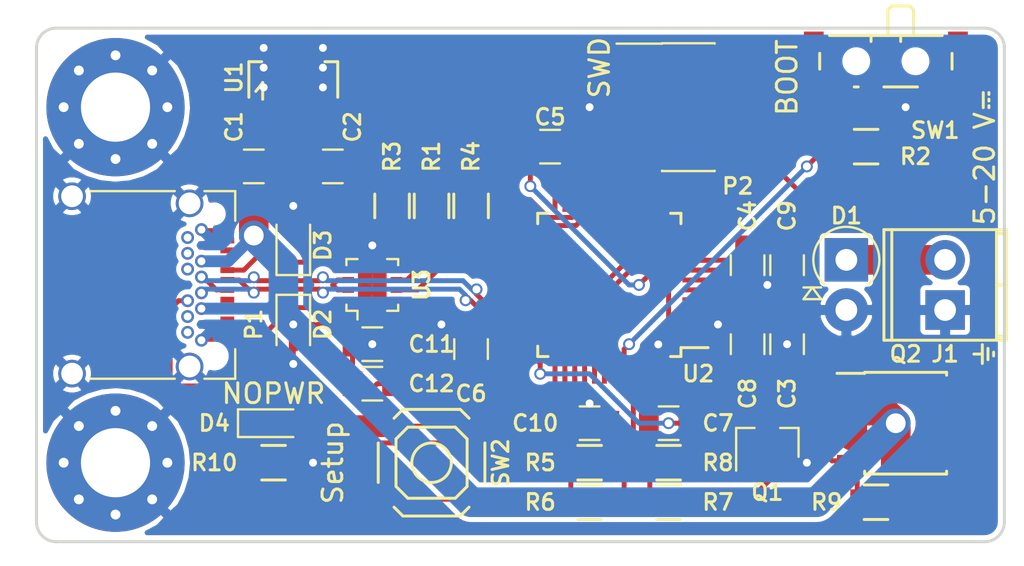
<source format=kicad_pcb>
(kicad_pcb (version 4) (host pcbnew 4.0.5)

  (general
    (links 119)
    (no_connects 0)
    (area 80.924999 56.924999 130.075001 83.075001)
    (thickness 1.6)
    (drawings 10)
    (tracks 384)
    (zones 0)
    (modules 38)
    (nets 65)
  )

  (page USLetter)
  (title_block
    (title "PD Buddy")
    (rev 0.2)
  )

  (layers
    (0 F.Cu signal)
    (31 B.Cu signal)
    (32 B.Adhes user)
    (33 F.Adhes user)
    (34 B.Paste user)
    (35 F.Paste user)
    (36 B.SilkS user)
    (37 F.SilkS user)
    (38 B.Mask user)
    (39 F.Mask user)
    (40 Dwgs.User user)
    (41 Cmts.User user)
    (42 Eco1.User user)
    (43 Eco2.User user)
    (44 Edge.Cuts user)
    (45 Margin user)
    (46 B.CrtYd user)
    (47 F.CrtYd user)
    (48 B.Fab user)
    (49 F.Fab user)
  )

  (setup
    (last_trace_width 0.25)
    (trace_clearance 0.16)
    (zone_clearance 0.254)
    (zone_45_only no)
    (trace_min 0.2)
    (segment_width 0.2)
    (edge_width 0.15)
    (via_size 0.6)
    (via_drill 0.4)
    (via_min_size 0.4)
    (via_min_drill 0.3)
    (uvia_size 0.3)
    (uvia_drill 0.1)
    (uvias_allowed no)
    (uvia_min_size 0.2)
    (uvia_min_drill 0.1)
    (pcb_text_width 0.3)
    (pcb_text_size 1.5 1.5)
    (mod_edge_width 0.15)
    (mod_text_size 0.8 0.8)
    (mod_text_width 0.15)
    (pad_size 1.524 1.524)
    (pad_drill 0.762)
    (pad_to_mask_clearance 0.125)
    (aux_axis_origin 0 0)
    (grid_origin 90 70)
    (visible_elements FFFFFF7F)
    (pcbplotparams
      (layerselection 0x00030_80000001)
      (usegerberextensions false)
      (excludeedgelayer true)
      (linewidth 0.100000)
      (plotframeref false)
      (viasonmask false)
      (mode 1)
      (useauxorigin false)
      (hpglpennumber 1)
      (hpglpenspeed 20)
      (hpglpendiameter 15)
      (hpglpenoverlay 2)
      (psnegative false)
      (psa4output false)
      (plotreference true)
      (plotvalue true)
      (plotinvisibletext false)
      (padsonsilk false)
      (subtractmaskfromsilk false)
      (outputformat 1)
      (mirror false)
      (drillshape 1)
      (scaleselection 1)
      (outputdirectory ""))
  )

  (net 0 "")
  (net 1 VBUS)
  (net 2 GND)
  (net 3 +3V3)
  (net 4 /Microcontroller/nRST)
  (net 5 "Net-(D1-Pad1)")
  (net 6 "/PD PHY/CC2")
  (net 7 "/PD PHY/CC1")
  (net 8 "Net-(P1-PadB8)")
  (net 9 "Net-(P1-PadB3)")
  (net 10 "Net-(P1-PadB10)")
  (net 11 "Net-(P1-PadB2)")
  (net 12 "Net-(P1-PadB11)")
  (net 13 "Net-(P1-PadA2)")
  (net 14 "Net-(P1-PadA3)")
  (net 15 "Net-(P1-PadA10)")
  (net 16 "Net-(P1-PadA8)")
  (net 17 "Net-(P1-PadA11)")
  (net 18 /Microcontroller/SWDIO)
  (net 19 /Microcontroller/SWCLK)
  (net 20 "Net-(P2-Pad6)")
  (net 21 "Net-(P2-Pad7)")
  (net 22 "Net-(P2-Pad8)")
  (net 23 "Net-(Q1-Pad1)")
  (net 24 /Microcontroller/INT_N)
  (net 25 "Net-(R2-Pad1)")
  (net 26 "Net-(R2-Pad2)")
  (net 27 /Microcontroller/SCL)
  (net 28 /Microcontroller/SDA)
  (net 29 "Net-(R5-Pad1)")
  (net 30 /Microcontroller/OUT_CTRL)
  (net 31 "Net-(U2-Pad2)")
  (net 32 "Net-(U2-Pad3)")
  (net 33 "Net-(U2-Pad4)")
  (net 34 "Net-(U2-Pad5)")
  (net 35 "Net-(U2-Pad6)")
  (net 36 "Net-(U2-Pad10)")
  (net 37 "Net-(U2-Pad11)")
  (net 38 "Net-(U2-Pad12)")
  (net 39 "Net-(U2-Pad13)")
  (net 40 "Net-(U2-Pad14)")
  (net 41 "Net-(U2-Pad15)")
  (net 42 "Net-(U2-Pad16)")
  (net 43 "Net-(U2-Pad17)")
  (net 44 "Net-(U2-Pad18)")
  (net 45 "Net-(U2-Pad19)")
  (net 46 "Net-(U2-Pad20)")
  (net 47 "Net-(U2-Pad26)")
  (net 48 "Net-(U2-Pad27)")
  (net 49 "Net-(U2-Pad28)")
  (net 50 "Net-(U2-Pad29)")
  (net 51 "Net-(U2-Pad30)")
  (net 52 "Net-(U2-Pad40)")
  (net 53 "Net-(U2-Pad46)")
  (net 54 VCONN)
  (net 55 "Net-(D4-Pad1)")
  (net 56 /Microcontroller/D+)
  (net 57 /Microcontroller/D-)
  (net 58 /Microcontroller/SETUP)
  (net 59 /Microcontroller/NOPWR)
  (net 60 "Net-(U2-Pad31)")
  (net 61 "Net-(U2-Pad41)")
  (net 62 "Net-(U2-Pad42)")
  (net 63 "Net-(U2-Pad43)")
  (net 64 "Net-(Q1-Pad3)")

  (net_class Default "This is the default net class."
    (clearance 0.16)
    (trace_width 0.25)
    (via_dia 0.6)
    (via_drill 0.4)
    (uvia_dia 0.3)
    (uvia_drill 0.1)
    (add_net +3V3)
    (add_net /Microcontroller/D+)
    (add_net /Microcontroller/D-)
    (add_net /Microcontroller/INT_N)
    (add_net /Microcontroller/NOPWR)
    (add_net /Microcontroller/OUT_CTRL)
    (add_net /Microcontroller/SCL)
    (add_net /Microcontroller/SDA)
    (add_net /Microcontroller/SETUP)
    (add_net /Microcontroller/SWCLK)
    (add_net /Microcontroller/SWDIO)
    (add_net /Microcontroller/nRST)
    (add_net "/PD PHY/CC1")
    (add_net "/PD PHY/CC2")
    (add_net GND)
    (add_net "Net-(D4-Pad1)")
    (add_net "Net-(P1-PadA10)")
    (add_net "Net-(P1-PadA11)")
    (add_net "Net-(P1-PadA2)")
    (add_net "Net-(P1-PadA3)")
    (add_net "Net-(P1-PadA8)")
    (add_net "Net-(P1-PadB10)")
    (add_net "Net-(P1-PadB11)")
    (add_net "Net-(P1-PadB2)")
    (add_net "Net-(P1-PadB3)")
    (add_net "Net-(P1-PadB8)")
    (add_net "Net-(P2-Pad6)")
    (add_net "Net-(P2-Pad7)")
    (add_net "Net-(P2-Pad8)")
    (add_net "Net-(Q1-Pad1)")
    (add_net "Net-(Q1-Pad3)")
    (add_net "Net-(R2-Pad1)")
    (add_net "Net-(R2-Pad2)")
    (add_net "Net-(R5-Pad1)")
    (add_net "Net-(U2-Pad10)")
    (add_net "Net-(U2-Pad11)")
    (add_net "Net-(U2-Pad12)")
    (add_net "Net-(U2-Pad13)")
    (add_net "Net-(U2-Pad14)")
    (add_net "Net-(U2-Pad15)")
    (add_net "Net-(U2-Pad16)")
    (add_net "Net-(U2-Pad17)")
    (add_net "Net-(U2-Pad18)")
    (add_net "Net-(U2-Pad19)")
    (add_net "Net-(U2-Pad2)")
    (add_net "Net-(U2-Pad20)")
    (add_net "Net-(U2-Pad26)")
    (add_net "Net-(U2-Pad27)")
    (add_net "Net-(U2-Pad28)")
    (add_net "Net-(U2-Pad29)")
    (add_net "Net-(U2-Pad3)")
    (add_net "Net-(U2-Pad30)")
    (add_net "Net-(U2-Pad31)")
    (add_net "Net-(U2-Pad4)")
    (add_net "Net-(U2-Pad40)")
    (add_net "Net-(U2-Pad41)")
    (add_net "Net-(U2-Pad42)")
    (add_net "Net-(U2-Pad43)")
    (add_net "Net-(U2-Pad46)")
    (add_net "Net-(U2-Pad5)")
    (add_net "Net-(U2-Pad6)")
    (add_net VCONN)
  )

  (net_class Power ""
    (clearance 0.16)
    (trace_width 1.5)
    (via_dia 1.5)
    (via_drill 1)
    (uvia_dia 0.3)
    (uvia_drill 0.1)
    (add_net "Net-(D1-Pad1)")
    (add_net VBUS)
  )

  (net_class Power_Small ""
    (clearance 0.16)
    (trace_width 0.6)
    (via_dia 0.6)
    (via_drill 0.4)
    (uvia_dia 0.3)
    (uvia_drill 0.1)
  )

  (module Capacitors_SMD:C_0805 (layer F.Cu) (tedit 5415D6EA) (tstamp 5892646D)
    (at 92 64)
    (descr "Capacitor SMD 0805, reflow soldering, AVX (see smccp.pdf)")
    (tags "capacitor 0805")
    (path /588F9A21/588FA3EC)
    (attr smd)
    (fp_text reference C1 (at -1 -2 90) (layer F.SilkS)
      (effects (font (size 0.8 0.8) (thickness 0.15)))
    )
    (fp_text value 1.0μF (at 0 2.1) (layer F.Fab)
      (effects (font (size 1 1) (thickness 0.15)))
    )
    (fp_line (start -1 0.625) (end -1 -0.625) (layer F.Fab) (width 0.1))
    (fp_line (start 1 0.625) (end -1 0.625) (layer F.Fab) (width 0.1))
    (fp_line (start 1 -0.625) (end 1 0.625) (layer F.Fab) (width 0.1))
    (fp_line (start -1 -0.625) (end 1 -0.625) (layer F.Fab) (width 0.1))
    (fp_line (start -1.8 -1) (end 1.8 -1) (layer F.CrtYd) (width 0.05))
    (fp_line (start -1.8 1) (end 1.8 1) (layer F.CrtYd) (width 0.05))
    (fp_line (start -1.8 -1) (end -1.8 1) (layer F.CrtYd) (width 0.05))
    (fp_line (start 1.8 -1) (end 1.8 1) (layer F.CrtYd) (width 0.05))
    (fp_line (start 0.5 -0.85) (end -0.5 -0.85) (layer F.SilkS) (width 0.12))
    (fp_line (start -0.5 0.85) (end 0.5 0.85) (layer F.SilkS) (width 0.12))
    (pad 1 smd rect (at -1 0) (size 1 1.25) (layers F.Cu F.Paste F.Mask)
      (net 1 VBUS))
    (pad 2 smd rect (at 1 0) (size 1 1.25) (layers F.Cu F.Paste F.Mask)
      (net 2 GND))
    (model Capacitors_SMD.3dshapes/C_0805.wrl
      (at (xyz 0 0 0))
      (scale (xyz 1 1 1))
      (rotate (xyz 0 0 0))
    )
  )

  (module Capacitors_SMD:C_0805 (layer F.Cu) (tedit 5415D6EA) (tstamp 5892647D)
    (at 96 64 180)
    (descr "Capacitor SMD 0805, reflow soldering, AVX (see smccp.pdf)")
    (tags "capacitor 0805")
    (path /588F9A21/588FA3E5)
    (attr smd)
    (fp_text reference C2 (at -1 2 270) (layer F.SilkS)
      (effects (font (size 0.8 0.8) (thickness 0.15)))
    )
    (fp_text value 2.2μF (at 0 2.1 180) (layer F.Fab)
      (effects (font (size 1 1) (thickness 0.15)))
    )
    (fp_line (start -1 0.625) (end -1 -0.625) (layer F.Fab) (width 0.1))
    (fp_line (start 1 0.625) (end -1 0.625) (layer F.Fab) (width 0.1))
    (fp_line (start 1 -0.625) (end 1 0.625) (layer F.Fab) (width 0.1))
    (fp_line (start -1 -0.625) (end 1 -0.625) (layer F.Fab) (width 0.1))
    (fp_line (start -1.8 -1) (end 1.8 -1) (layer F.CrtYd) (width 0.05))
    (fp_line (start -1.8 1) (end 1.8 1) (layer F.CrtYd) (width 0.05))
    (fp_line (start -1.8 -1) (end -1.8 1) (layer F.CrtYd) (width 0.05))
    (fp_line (start 1.8 -1) (end 1.8 1) (layer F.CrtYd) (width 0.05))
    (fp_line (start 0.5 -0.85) (end -0.5 -0.85) (layer F.SilkS) (width 0.12))
    (fp_line (start -0.5 0.85) (end 0.5 0.85) (layer F.SilkS) (width 0.12))
    (pad 1 smd rect (at -1 0 180) (size 1 1.25) (layers F.Cu F.Paste F.Mask)
      (net 3 +3V3))
    (pad 2 smd rect (at 1 0 180) (size 1 1.25) (layers F.Cu F.Paste F.Mask)
      (net 2 GND))
    (model Capacitors_SMD.3dshapes/C_0805.wrl
      (at (xyz 0 0 0))
      (scale (xyz 1 1 1))
      (rotate (xyz 0 0 0))
    )
  )

  (module Capacitors_SMD:C_0805 (layer F.Cu) (tedit 5415D6EA) (tstamp 5892648D)
    (at 119 73 90)
    (descr "Capacitor SMD 0805, reflow soldering, AVX (see smccp.pdf)")
    (tags "capacitor 0805")
    (path /588FD270/58915349)
    (attr smd)
    (fp_text reference C3 (at -2.5 0 90) (layer F.SilkS)
      (effects (font (size 0.8 0.8) (thickness 0.15)))
    )
    (fp_text value 0.1μF (at 0 2.1 90) (layer F.Fab)
      (effects (font (size 1 1) (thickness 0.15)))
    )
    (fp_line (start -1 0.625) (end -1 -0.625) (layer F.Fab) (width 0.1))
    (fp_line (start 1 0.625) (end -1 0.625) (layer F.Fab) (width 0.1))
    (fp_line (start 1 -0.625) (end 1 0.625) (layer F.Fab) (width 0.1))
    (fp_line (start -1 -0.625) (end 1 -0.625) (layer F.Fab) (width 0.1))
    (fp_line (start -1.8 -1) (end 1.8 -1) (layer F.CrtYd) (width 0.05))
    (fp_line (start -1.8 1) (end 1.8 1) (layer F.CrtYd) (width 0.05))
    (fp_line (start -1.8 -1) (end -1.8 1) (layer F.CrtYd) (width 0.05))
    (fp_line (start 1.8 -1) (end 1.8 1) (layer F.CrtYd) (width 0.05))
    (fp_line (start 0.5 -0.85) (end -0.5 -0.85) (layer F.SilkS) (width 0.12))
    (fp_line (start -0.5 0.85) (end 0.5 0.85) (layer F.SilkS) (width 0.12))
    (pad 1 smd rect (at -1 0 90) (size 1 1.25) (layers F.Cu F.Paste F.Mask)
      (net 2 GND))
    (pad 2 smd rect (at 1 0 90) (size 1 1.25) (layers F.Cu F.Paste F.Mask)
      (net 4 /Microcontroller/nRST))
    (model Capacitors_SMD.3dshapes/C_0805.wrl
      (at (xyz 0 0 0))
      (scale (xyz 1 1 1))
      (rotate (xyz 0 0 0))
    )
  )

  (module Capacitors_SMD:C_0805 (layer F.Cu) (tedit 5415D6EA) (tstamp 5892649D)
    (at 117 69 270)
    (descr "Capacitor SMD 0805, reflow soldering, AVX (see smccp.pdf)")
    (tags "capacitor 0805")
    (path /588FD270/58916B45)
    (attr smd)
    (fp_text reference C4 (at -2.5 0 270) (layer F.SilkS)
      (effects (font (size 0.8 0.8) (thickness 0.15)))
    )
    (fp_text value 0.1μF (at 0 2.1 270) (layer F.Fab)
      (effects (font (size 1 1) (thickness 0.15)))
    )
    (fp_line (start -1 0.625) (end -1 -0.625) (layer F.Fab) (width 0.1))
    (fp_line (start 1 0.625) (end -1 0.625) (layer F.Fab) (width 0.1))
    (fp_line (start 1 -0.625) (end 1 0.625) (layer F.Fab) (width 0.1))
    (fp_line (start -1 -0.625) (end 1 -0.625) (layer F.Fab) (width 0.1))
    (fp_line (start -1.8 -1) (end 1.8 -1) (layer F.CrtYd) (width 0.05))
    (fp_line (start -1.8 1) (end 1.8 1) (layer F.CrtYd) (width 0.05))
    (fp_line (start -1.8 -1) (end -1.8 1) (layer F.CrtYd) (width 0.05))
    (fp_line (start 1.8 -1) (end 1.8 1) (layer F.CrtYd) (width 0.05))
    (fp_line (start 0.5 -0.85) (end -0.5 -0.85) (layer F.SilkS) (width 0.12))
    (fp_line (start -0.5 0.85) (end 0.5 0.85) (layer F.SilkS) (width 0.12))
    (pad 1 smd rect (at -1 0 270) (size 1 1.25) (layers F.Cu F.Paste F.Mask)
      (net 3 +3V3))
    (pad 2 smd rect (at 1 0 270) (size 1 1.25) (layers F.Cu F.Paste F.Mask)
      (net 2 GND))
    (model Capacitors_SMD.3dshapes/C_0805.wrl
      (at (xyz 0 0 0))
      (scale (xyz 1 1 1))
      (rotate (xyz 0 0 0))
    )
  )

  (module Capacitors_SMD:C_0805 (layer F.Cu) (tedit 5415D6EA) (tstamp 589264AD)
    (at 107 63)
    (descr "Capacitor SMD 0805, reflow soldering, AVX (see smccp.pdf)")
    (tags "capacitor 0805")
    (path /588FD270/58916CE3)
    (attr smd)
    (fp_text reference C5 (at 0 -1.5) (layer F.SilkS)
      (effects (font (size 0.8 0.8) (thickness 0.15)))
    )
    (fp_text value 0.1μF (at 0 2.1) (layer F.Fab)
      (effects (font (size 1 1) (thickness 0.15)))
    )
    (fp_line (start -1 0.625) (end -1 -0.625) (layer F.Fab) (width 0.1))
    (fp_line (start 1 0.625) (end -1 0.625) (layer F.Fab) (width 0.1))
    (fp_line (start 1 -0.625) (end 1 0.625) (layer F.Fab) (width 0.1))
    (fp_line (start -1 -0.625) (end 1 -0.625) (layer F.Fab) (width 0.1))
    (fp_line (start -1.8 -1) (end 1.8 -1) (layer F.CrtYd) (width 0.05))
    (fp_line (start -1.8 1) (end 1.8 1) (layer F.CrtYd) (width 0.05))
    (fp_line (start -1.8 -1) (end -1.8 1) (layer F.CrtYd) (width 0.05))
    (fp_line (start 1.8 -1) (end 1.8 1) (layer F.CrtYd) (width 0.05))
    (fp_line (start 0.5 -0.85) (end -0.5 -0.85) (layer F.SilkS) (width 0.12))
    (fp_line (start -0.5 0.85) (end 0.5 0.85) (layer F.SilkS) (width 0.12))
    (pad 1 smd rect (at -1 0) (size 1 1.25) (layers F.Cu F.Paste F.Mask)
      (net 3 +3V3))
    (pad 2 smd rect (at 1 0) (size 1 1.25) (layers F.Cu F.Paste F.Mask)
      (net 2 GND))
    (model Capacitors_SMD.3dshapes/C_0805.wrl
      (at (xyz 0 0 0))
      (scale (xyz 1 1 1))
      (rotate (xyz 0 0 0))
    )
  )

  (module Capacitors_SMD:C_0805 (layer F.Cu) (tedit 5415D6EA) (tstamp 589264BD)
    (at 103 73.25 90)
    (descr "Capacitor SMD 0805, reflow soldering, AVX (see smccp.pdf)")
    (tags "capacitor 0805")
    (path /588FD270/58916D15)
    (attr smd)
    (fp_text reference C6 (at -2.25 0 180) (layer F.SilkS)
      (effects (font (size 0.8 0.8) (thickness 0.15)))
    )
    (fp_text value 0.1μF (at 0 2.1 90) (layer F.Fab)
      (effects (font (size 1 1) (thickness 0.15)))
    )
    (fp_line (start -1 0.625) (end -1 -0.625) (layer F.Fab) (width 0.1))
    (fp_line (start 1 0.625) (end -1 0.625) (layer F.Fab) (width 0.1))
    (fp_line (start 1 -0.625) (end 1 0.625) (layer F.Fab) (width 0.1))
    (fp_line (start -1 -0.625) (end 1 -0.625) (layer F.Fab) (width 0.1))
    (fp_line (start -1.8 -1) (end 1.8 -1) (layer F.CrtYd) (width 0.05))
    (fp_line (start -1.8 1) (end 1.8 1) (layer F.CrtYd) (width 0.05))
    (fp_line (start -1.8 -1) (end -1.8 1) (layer F.CrtYd) (width 0.05))
    (fp_line (start 1.8 -1) (end 1.8 1) (layer F.CrtYd) (width 0.05))
    (fp_line (start 0.5 -0.85) (end -0.5 -0.85) (layer F.SilkS) (width 0.12))
    (fp_line (start -0.5 0.85) (end 0.5 0.85) (layer F.SilkS) (width 0.12))
    (pad 1 smd rect (at -1 0 90) (size 1 1.25) (layers F.Cu F.Paste F.Mask)
      (net 3 +3V3))
    (pad 2 smd rect (at 1 0 90) (size 1 1.25) (layers F.Cu F.Paste F.Mask)
      (net 2 GND))
    (model Capacitors_SMD.3dshapes/C_0805.wrl
      (at (xyz 0 0 0))
      (scale (xyz 1 1 1))
      (rotate (xyz 0 0 0))
    )
  )

  (module Capacitors_SMD:C_0805 (layer F.Cu) (tedit 5415D6EA) (tstamp 589264CD)
    (at 113 77 180)
    (descr "Capacitor SMD 0805, reflow soldering, AVX (see smccp.pdf)")
    (tags "capacitor 0805")
    (path /588FD270/58916F18)
    (attr smd)
    (fp_text reference C7 (at -2.5 0 180) (layer F.SilkS)
      (effects (font (size 0.8 0.8) (thickness 0.15)))
    )
    (fp_text value 0.1μF (at 0 2.1 180) (layer F.Fab)
      (effects (font (size 1 1) (thickness 0.15)))
    )
    (fp_line (start -1 0.625) (end -1 -0.625) (layer F.Fab) (width 0.1))
    (fp_line (start 1 0.625) (end -1 0.625) (layer F.Fab) (width 0.1))
    (fp_line (start 1 -0.625) (end 1 0.625) (layer F.Fab) (width 0.1))
    (fp_line (start -1 -0.625) (end 1 -0.625) (layer F.Fab) (width 0.1))
    (fp_line (start -1.8 -1) (end 1.8 -1) (layer F.CrtYd) (width 0.05))
    (fp_line (start -1.8 1) (end 1.8 1) (layer F.CrtYd) (width 0.05))
    (fp_line (start -1.8 -1) (end -1.8 1) (layer F.CrtYd) (width 0.05))
    (fp_line (start 1.8 -1) (end 1.8 1) (layer F.CrtYd) (width 0.05))
    (fp_line (start 0.5 -0.85) (end -0.5 -0.85) (layer F.SilkS) (width 0.12))
    (fp_line (start -0.5 0.85) (end 0.5 0.85) (layer F.SilkS) (width 0.12))
    (pad 1 smd rect (at -1 0 180) (size 1 1.25) (layers F.Cu F.Paste F.Mask)
      (net 3 +3V3))
    (pad 2 smd rect (at 1 0 180) (size 1 1.25) (layers F.Cu F.Paste F.Mask)
      (net 2 GND))
    (model Capacitors_SMD.3dshapes/C_0805.wrl
      (at (xyz 0 0 0))
      (scale (xyz 1 1 1))
      (rotate (xyz 0 0 0))
    )
  )

  (module Capacitors_SMD:C_0805 (layer F.Cu) (tedit 5415D6EA) (tstamp 589264DD)
    (at 117 73 90)
    (descr "Capacitor SMD 0805, reflow soldering, AVX (see smccp.pdf)")
    (tags "capacitor 0805")
    (path /588FD270/5891738A)
    (attr smd)
    (fp_text reference C8 (at -2.5 0 90) (layer F.SilkS)
      (effects (font (size 0.8 0.8) (thickness 0.15)))
    )
    (fp_text value 0.1μF (at 0 2.1 90) (layer F.Fab)
      (effects (font (size 1 1) (thickness 0.15)))
    )
    (fp_line (start -1 0.625) (end -1 -0.625) (layer F.Fab) (width 0.1))
    (fp_line (start 1 0.625) (end -1 0.625) (layer F.Fab) (width 0.1))
    (fp_line (start 1 -0.625) (end 1 0.625) (layer F.Fab) (width 0.1))
    (fp_line (start -1 -0.625) (end 1 -0.625) (layer F.Fab) (width 0.1))
    (fp_line (start -1.8 -1) (end 1.8 -1) (layer F.CrtYd) (width 0.05))
    (fp_line (start -1.8 1) (end 1.8 1) (layer F.CrtYd) (width 0.05))
    (fp_line (start -1.8 -1) (end -1.8 1) (layer F.CrtYd) (width 0.05))
    (fp_line (start 1.8 -1) (end 1.8 1) (layer F.CrtYd) (width 0.05))
    (fp_line (start 0.5 -0.85) (end -0.5 -0.85) (layer F.SilkS) (width 0.12))
    (fp_line (start -0.5 0.85) (end 0.5 0.85) (layer F.SilkS) (width 0.12))
    (pad 1 smd rect (at -1 0 90) (size 1 1.25) (layers F.Cu F.Paste F.Mask)
      (net 3 +3V3))
    (pad 2 smd rect (at 1 0 90) (size 1 1.25) (layers F.Cu F.Paste F.Mask)
      (net 2 GND))
    (model Capacitors_SMD.3dshapes/C_0805.wrl
      (at (xyz 0 0 0))
      (scale (xyz 1 1 1))
      (rotate (xyz 0 0 0))
    )
  )

  (module Capacitors_SMD:C_0805 (layer F.Cu) (tedit 5415D6EA) (tstamp 589264ED)
    (at 119 69 270)
    (descr "Capacitor SMD 0805, reflow soldering, AVX (see smccp.pdf)")
    (tags "capacitor 0805")
    (path /588FD270/58917041)
    (attr smd)
    (fp_text reference C9 (at -2.5 0 270) (layer F.SilkS)
      (effects (font (size 0.8 0.8) (thickness 0.15)))
    )
    (fp_text value 1μF (at 0 2.1 270) (layer F.Fab)
      (effects (font (size 1 1) (thickness 0.15)))
    )
    (fp_line (start -1 0.625) (end -1 -0.625) (layer F.Fab) (width 0.1))
    (fp_line (start 1 0.625) (end -1 0.625) (layer F.Fab) (width 0.1))
    (fp_line (start 1 -0.625) (end 1 0.625) (layer F.Fab) (width 0.1))
    (fp_line (start -1 -0.625) (end 1 -0.625) (layer F.Fab) (width 0.1))
    (fp_line (start -1.8 -1) (end 1.8 -1) (layer F.CrtYd) (width 0.05))
    (fp_line (start -1.8 1) (end 1.8 1) (layer F.CrtYd) (width 0.05))
    (fp_line (start -1.8 -1) (end -1.8 1) (layer F.CrtYd) (width 0.05))
    (fp_line (start 1.8 -1) (end 1.8 1) (layer F.CrtYd) (width 0.05))
    (fp_line (start 0.5 -0.85) (end -0.5 -0.85) (layer F.SilkS) (width 0.12))
    (fp_line (start -0.5 0.85) (end 0.5 0.85) (layer F.SilkS) (width 0.12))
    (pad 1 smd rect (at -1 0 270) (size 1 1.25) (layers F.Cu F.Paste F.Mask)
      (net 3 +3V3))
    (pad 2 smd rect (at 1 0 270) (size 1 1.25) (layers F.Cu F.Paste F.Mask)
      (net 2 GND))
    (model Capacitors_SMD.3dshapes/C_0805.wrl
      (at (xyz 0 0 0))
      (scale (xyz 1 1 1))
      (rotate (xyz 0 0 0))
    )
  )

  (module Capacitors_SMD:C_0805 (layer F.Cu) (tedit 5415D6EA) (tstamp 589264FD)
    (at 109 77)
    (descr "Capacitor SMD 0805, reflow soldering, AVX (see smccp.pdf)")
    (tags "capacitor 0805")
    (path /588FD270/589288E4)
    (attr smd)
    (fp_text reference C10 (at -2.75 0) (layer F.SilkS)
      (effects (font (size 0.8 0.8) (thickness 0.15)))
    )
    (fp_text value 0.1μF (at 0 2.1) (layer F.Fab)
      (effects (font (size 1 1) (thickness 0.15)))
    )
    (fp_line (start -1 0.625) (end -1 -0.625) (layer F.Fab) (width 0.1))
    (fp_line (start 1 0.625) (end -1 0.625) (layer F.Fab) (width 0.1))
    (fp_line (start 1 -0.625) (end 1 0.625) (layer F.Fab) (width 0.1))
    (fp_line (start -1 -0.625) (end 1 -0.625) (layer F.Fab) (width 0.1))
    (fp_line (start -1.8 -1) (end 1.8 -1) (layer F.CrtYd) (width 0.05))
    (fp_line (start -1.8 1) (end 1.8 1) (layer F.CrtYd) (width 0.05))
    (fp_line (start -1.8 -1) (end -1.8 1) (layer F.CrtYd) (width 0.05))
    (fp_line (start 1.8 -1) (end 1.8 1) (layer F.CrtYd) (width 0.05))
    (fp_line (start 0.5 -0.85) (end -0.5 -0.85) (layer F.SilkS) (width 0.12))
    (fp_line (start -0.5 0.85) (end 0.5 0.85) (layer F.SilkS) (width 0.12))
    (pad 1 smd rect (at -1 0) (size 1 1.25) (layers F.Cu F.Paste F.Mask)
      (net 58 /Microcontroller/SETUP))
    (pad 2 smd rect (at 1 0) (size 1 1.25) (layers F.Cu F.Paste F.Mask)
      (net 2 GND))
    (model Capacitors_SMD.3dshapes/C_0805.wrl
      (at (xyz 0 0 0))
      (scale (xyz 1 1 1))
      (rotate (xyz 0 0 0))
    )
  )

  (module Capacitors_SMD:C_0805 (layer F.Cu) (tedit 5415D6EA) (tstamp 5892650D)
    (at 98 73 180)
    (descr "Capacitor SMD 0805, reflow soldering, AVX (see smccp.pdf)")
    (tags "capacitor 0805")
    (path /588FB1D7/5892A168)
    (attr smd)
    (fp_text reference C11 (at -3 0 180) (layer F.SilkS)
      (effects (font (size 0.8 0.8) (thickness 0.15)))
    )
    (fp_text value 0.1μF (at 0 2.1 180) (layer F.Fab)
      (effects (font (size 1 1) (thickness 0.15)))
    )
    (fp_line (start -1 0.625) (end -1 -0.625) (layer F.Fab) (width 0.1))
    (fp_line (start 1 0.625) (end -1 0.625) (layer F.Fab) (width 0.1))
    (fp_line (start 1 -0.625) (end 1 0.625) (layer F.Fab) (width 0.1))
    (fp_line (start -1 -0.625) (end 1 -0.625) (layer F.Fab) (width 0.1))
    (fp_line (start -1.8 -1) (end 1.8 -1) (layer F.CrtYd) (width 0.05))
    (fp_line (start -1.8 1) (end 1.8 1) (layer F.CrtYd) (width 0.05))
    (fp_line (start -1.8 -1) (end -1.8 1) (layer F.CrtYd) (width 0.05))
    (fp_line (start 1.8 -1) (end 1.8 1) (layer F.CrtYd) (width 0.05))
    (fp_line (start 0.5 -0.85) (end -0.5 -0.85) (layer F.SilkS) (width 0.12))
    (fp_line (start -0.5 0.85) (end 0.5 0.85) (layer F.SilkS) (width 0.12))
    (pad 1 smd rect (at -1 0 180) (size 1 1.25) (layers F.Cu F.Paste F.Mask)
      (net 3 +3V3))
    (pad 2 smd rect (at 1 0 180) (size 1 1.25) (layers F.Cu F.Paste F.Mask)
      (net 2 GND))
    (model Capacitors_SMD.3dshapes/C_0805.wrl
      (at (xyz 0 0 0))
      (scale (xyz 1 1 1))
      (rotate (xyz 0 0 0))
    )
  )

  (module Capacitors_SMD:C_0805 (layer F.Cu) (tedit 5415D6EA) (tstamp 5892651D)
    (at 98 75 180)
    (descr "Capacitor SMD 0805, reflow soldering, AVX (see smccp.pdf)")
    (tags "capacitor 0805")
    (path /588FB1D7/5892A19A)
    (attr smd)
    (fp_text reference C12 (at -3 0 180) (layer F.SilkS)
      (effects (font (size 0.8 0.8) (thickness 0.15)))
    )
    (fp_text value 1μF (at 0 2.1 180) (layer F.Fab)
      (effects (font (size 1 1) (thickness 0.15)))
    )
    (fp_line (start -1 0.625) (end -1 -0.625) (layer F.Fab) (width 0.1))
    (fp_line (start 1 0.625) (end -1 0.625) (layer F.Fab) (width 0.1))
    (fp_line (start 1 -0.625) (end 1 0.625) (layer F.Fab) (width 0.1))
    (fp_line (start -1 -0.625) (end 1 -0.625) (layer F.Fab) (width 0.1))
    (fp_line (start -1.8 -1) (end 1.8 -1) (layer F.CrtYd) (width 0.05))
    (fp_line (start -1.8 1) (end 1.8 1) (layer F.CrtYd) (width 0.05))
    (fp_line (start -1.8 -1) (end -1.8 1) (layer F.CrtYd) (width 0.05))
    (fp_line (start 1.8 -1) (end 1.8 1) (layer F.CrtYd) (width 0.05))
    (fp_line (start 0.5 -0.85) (end -0.5 -0.85) (layer F.SilkS) (width 0.12))
    (fp_line (start -0.5 0.85) (end 0.5 0.85) (layer F.SilkS) (width 0.12))
    (pad 1 smd rect (at -1 0 180) (size 1 1.25) (layers F.Cu F.Paste F.Mask)
      (net 3 +3V3))
    (pad 2 smd rect (at 1 0 180) (size 1 1.25) (layers F.Cu F.Paste F.Mask)
      (net 2 GND))
    (model Capacitors_SMD.3dshapes/C_0805.wrl
      (at (xyz 0 0 0))
      (scale (xyz 1 1 1))
      (rotate (xyz 0 0 0))
    )
  )

  (module Diodes_THT:D_DO-41_SOD81_P2.54mm_Vertical_AnodeUp (layer F.Cu) (tedit 5877C982) (tstamp 5892652F)
    (at 122 68.73 270)
    (descr "D, DO-41_SOD81 series, Axial, Vertical, pin pitch=2.54mm, , length*diameter=5.2*2.7mm^2, , http://www.diodes.com/_files/packages/DO-41%20(Plastic).pdf")
    (tags "D DO-41_SOD81 series Axial Vertical pin pitch 2.54mm  length 5.2mm diameter 2.7mm")
    (path /588FA3A4/58925D4E)
    (fp_text reference D1 (at -2.23 0 360) (layer F.SilkS)
      (effects (font (size 0.8 0.8) (thickness 0.15)))
    )
    (fp_text value 1N5819 (at 1.27 3.579635 270) (layer F.Fab)
      (effects (font (size 1 1) (thickness 0.15)))
    )
    (fp_arc (start 0 0) (end 1.257516 -1.1) (angle -276.1) (layer F.SilkS) (width 0.12))
    (fp_circle (center 0 0) (end 1.35 0) (layer F.Fab) (width 0.1))
    (fp_line (start 0 0) (end 2.54 0) (layer F.Fab) (width 0.1))
    (fp_line (start 1.397 1.28) (end 1.397 2.169) (layer F.SilkS) (width 0.12))
    (fp_line (start 1.397 1.7245) (end 1.989667 1.28) (layer F.SilkS) (width 0.12))
    (fp_line (start 1.989667 1.28) (end 1.989667 2.169) (layer F.SilkS) (width 0.12))
    (fp_line (start 1.989667 2.169) (end 1.397 1.7245) (layer F.SilkS) (width 0.12))
    (fp_line (start -1.7 -1.95) (end -1.7 1.95) (layer F.CrtYd) (width 0.05))
    (fp_line (start -1.7 1.95) (end 3.95 1.95) (layer F.CrtYd) (width 0.05))
    (fp_line (start 3.95 1.95) (end 3.95 -1.95) (layer F.CrtYd) (width 0.05))
    (fp_line (start 3.95 -1.95) (end -1.7 -1.95) (layer F.CrtYd) (width 0.05))
    (fp_text user K (at -2.390635 0 270) (layer F.Fab)
      (effects (font (size 1 1) (thickness 0.15)))
    )
    (pad 1 thru_hole rect (at 0 0 270) (size 2.2 2.2) (drill 1.1) (layers *.Cu *.Mask)
      (net 5 "Net-(D1-Pad1)"))
    (pad 2 thru_hole oval (at 2.54 0 270) (size 2.2 2.2) (drill 1.1) (layers *.Cu *.Mask)
      (net 2 GND))
    (model Diodes_ThroughHole.3dshapes/D_DO-41_SOD81_P2.54mm_Vertical_AnodeUp.wrl
      (at (xyz 0 0 0))
      (scale (xyz 0.393701 0.393701 0.393701))
      (rotate (xyz 0 0 0))
    )
  )

  (module Diodes_SMD:D_SOD-323 (layer F.Cu) (tedit 58641739) (tstamp 58926546)
    (at 94 72 270)
    (descr SOD-323)
    (tags SOD-323)
    (path /588FB1D7/588FB3E3)
    (attr smd)
    (fp_text reference D2 (at 0 -1.5 270) (layer F.SilkS)
      (effects (font (size 0.8 0.8) (thickness 0.15)))
    )
    (fp_text value CZRF52C5V6 (at 0.1 1.9 270) (layer F.Fab)
      (effects (font (size 1 1) (thickness 0.15)))
    )
    (fp_line (start -1.5 -0.85) (end -1.5 0.85) (layer F.SilkS) (width 0.12))
    (fp_line (start 0.2 0) (end 0.45 0) (layer F.Fab) (width 0.1))
    (fp_line (start 0.2 0.35) (end -0.3 0) (layer F.Fab) (width 0.1))
    (fp_line (start 0.2 -0.35) (end 0.2 0.35) (layer F.Fab) (width 0.1))
    (fp_line (start -0.3 0) (end 0.2 -0.35) (layer F.Fab) (width 0.1))
    (fp_line (start -0.3 0) (end -0.5 0) (layer F.Fab) (width 0.1))
    (fp_line (start -0.3 -0.35) (end -0.3 0.35) (layer F.Fab) (width 0.1))
    (fp_line (start -0.9 0.7) (end -0.9 -0.7) (layer F.Fab) (width 0.1))
    (fp_line (start 0.9 0.7) (end -0.9 0.7) (layer F.Fab) (width 0.1))
    (fp_line (start 0.9 -0.7) (end 0.9 0.7) (layer F.Fab) (width 0.1))
    (fp_line (start -0.9 -0.7) (end 0.9 -0.7) (layer F.Fab) (width 0.1))
    (fp_line (start -1.6 -0.95) (end 1.6 -0.95) (layer F.CrtYd) (width 0.05))
    (fp_line (start 1.6 -0.95) (end 1.6 0.95) (layer F.CrtYd) (width 0.05))
    (fp_line (start -1.6 0.95) (end 1.6 0.95) (layer F.CrtYd) (width 0.05))
    (fp_line (start -1.6 -0.95) (end -1.6 0.95) (layer F.CrtYd) (width 0.05))
    (fp_line (start -1.5 0.85) (end 1.05 0.85) (layer F.SilkS) (width 0.12))
    (fp_line (start -1.5 -0.85) (end 1.05 -0.85) (layer F.SilkS) (width 0.12))
    (pad 1 smd rect (at -1.05 0 270) (size 0.6 0.45) (layers F.Cu F.Paste F.Mask)
      (net 6 "/PD PHY/CC2"))
    (pad 2 smd rect (at 1.05 0 270) (size 0.6 0.45) (layers F.Cu F.Paste F.Mask)
      (net 2 GND))
    (model Diodes_SMD.3dshapes/D_SOD-323.wrl
      (at (xyz 0 0 0))
      (scale (xyz 1 1 1))
      (rotate (xyz 0 0 180))
    )
  )

  (module Diodes_SMD:D_SOD-323 (layer F.Cu) (tedit 58641739) (tstamp 5892655D)
    (at 94 68 90)
    (descr SOD-323)
    (tags SOD-323)
    (path /588FB1D7/588FB500)
    (attr smd)
    (fp_text reference D3 (at 0 1.5 90) (layer F.SilkS)
      (effects (font (size 0.8 0.8) (thickness 0.15)))
    )
    (fp_text value CZRF52C5V6 (at 0.1 1.9 90) (layer F.Fab)
      (effects (font (size 1 1) (thickness 0.15)))
    )
    (fp_line (start -1.5 -0.85) (end -1.5 0.85) (layer F.SilkS) (width 0.12))
    (fp_line (start 0.2 0) (end 0.45 0) (layer F.Fab) (width 0.1))
    (fp_line (start 0.2 0.35) (end -0.3 0) (layer F.Fab) (width 0.1))
    (fp_line (start 0.2 -0.35) (end 0.2 0.35) (layer F.Fab) (width 0.1))
    (fp_line (start -0.3 0) (end 0.2 -0.35) (layer F.Fab) (width 0.1))
    (fp_line (start -0.3 0) (end -0.5 0) (layer F.Fab) (width 0.1))
    (fp_line (start -0.3 -0.35) (end -0.3 0.35) (layer F.Fab) (width 0.1))
    (fp_line (start -0.9 0.7) (end -0.9 -0.7) (layer F.Fab) (width 0.1))
    (fp_line (start 0.9 0.7) (end -0.9 0.7) (layer F.Fab) (width 0.1))
    (fp_line (start 0.9 -0.7) (end 0.9 0.7) (layer F.Fab) (width 0.1))
    (fp_line (start -0.9 -0.7) (end 0.9 -0.7) (layer F.Fab) (width 0.1))
    (fp_line (start -1.6 -0.95) (end 1.6 -0.95) (layer F.CrtYd) (width 0.05))
    (fp_line (start 1.6 -0.95) (end 1.6 0.95) (layer F.CrtYd) (width 0.05))
    (fp_line (start -1.6 0.95) (end 1.6 0.95) (layer F.CrtYd) (width 0.05))
    (fp_line (start -1.6 -0.95) (end -1.6 0.95) (layer F.CrtYd) (width 0.05))
    (fp_line (start -1.5 0.85) (end 1.05 0.85) (layer F.SilkS) (width 0.12))
    (fp_line (start -1.5 -0.85) (end 1.05 -0.85) (layer F.SilkS) (width 0.12))
    (pad 1 smd rect (at -1.05 0 90) (size 0.6 0.45) (layers F.Cu F.Paste F.Mask)
      (net 7 "/PD PHY/CC1"))
    (pad 2 smd rect (at 1.05 0 90) (size 0.6 0.45) (layers F.Cu F.Paste F.Mask)
      (net 2 GND))
    (model Diodes_SMD.3dshapes/D_SOD-323.wrl
      (at (xyz 0 0 0))
      (scale (xyz 1 1 1))
      (rotate (xyz 0 0 180))
    )
  )

  (module Connectors_Terminal_Blocks:TerminalBlock_Pheonix_MPT-2.54mm_2pol (layer F.Cu) (tedit 58939D8C) (tstamp 58926570)
    (at 127 71.27 90)
    (descr "2-way 2.54mm pitch terminal block, Phoenix MPT series")
    (path /588FA3A4/588FA688)
    (fp_text reference J1 (at -2.23 0 180) (layer F.SilkS)
      (effects (font (size 0.8 0.8) (thickness 0.15)))
    )
    (fp_text value "5-20 V⎓" (at 7.77 2 270) (layer F.SilkS)
      (effects (font (size 1 1) (thickness 0.15)))
    )
    (fp_line (start -1.7 -3.3) (end 4.3 -3.3) (layer F.CrtYd) (width 0.05))
    (fp_line (start -1.7 3.3) (end -1.7 -3.3) (layer F.CrtYd) (width 0.05))
    (fp_line (start 4.3 3.3) (end -1.7 3.3) (layer F.CrtYd) (width 0.05))
    (fp_line (start 4.3 -3.3) (end 4.3 3.3) (layer F.CrtYd) (width 0.05))
    (fp_line (start 4.06908 2.60096) (end -1.52908 2.60096) (layer F.SilkS) (width 0.15))
    (fp_line (start -1.33096 3.0988) (end -1.33096 2.60096) (layer F.SilkS) (width 0.15))
    (fp_line (start 3.87096 2.60096) (end 3.87096 3.0988) (layer F.SilkS) (width 0.15))
    (fp_line (start 1.27 3.0988) (end 1.27 2.60096) (layer F.SilkS) (width 0.15))
    (fp_line (start -1.52908 -2.70002) (end 4.06908 -2.70002) (layer F.SilkS) (width 0.15))
    (fp_line (start -1.52908 3.0988) (end 4.06908 3.0988) (layer F.SilkS) (width 0.15))
    (fp_line (start 4.06908 3.0988) (end 4.06908 -3.0988) (layer F.SilkS) (width 0.15))
    (fp_line (start 4.06908 -3.0988) (end -1.52908 -3.0988) (layer F.SilkS) (width 0.15))
    (fp_line (start -1.52908 -3.0988) (end -1.52908 3.0988) (layer F.SilkS) (width 0.15))
    (pad 2 thru_hole oval (at 2.54 0 90) (size 1.99898 1.99898) (drill 1.09728) (layers *.Cu *.Mask)
      (net 5 "Net-(D1-Pad1)"))
    (pad 1 thru_hole rect (at 0 0 90) (size 1.99898 1.99898) (drill 1.09728) (layers *.Cu *.Mask)
      (net 2 GND))
    (model Terminal_Blocks.3dshapes/TerminalBlock_Pheonix_MPT-2.54mm_2pol.wrl
      (at (xyz 0.05 0 0))
      (scale (xyz 1 1 1))
      (rotate (xyz 0 0 0))
    )
  )

  (module pd-buddy:Amphenol-12401548E4#2A (layer F.Cu) (tedit 58939CE9) (tstamp 58926598)
    (at 90 70 270)
    (path /588FA5F7/588FA6A2)
    (fp_text reference P1 (at 2 -2 270) (layer F.SilkS)
      (effects (font (size 0.8 0.8) (thickness 0.15)))
    )
    (fp_text value 12401548E4#2A (at 0 10 270) (layer F.Fab)
      (effects (font (size 1 1) (thickness 0.15)))
    )
    (fp_line (start 3.25 -1.06) (end 4.75 -1.06) (layer F.SilkS) (width 0.12))
    (fp_line (start 4.75 -1.06) (end 4.75 0.5) (layer F.SilkS) (width 0.12))
    (fp_line (start -4.75 -1.06) (end -4.75 0.5) (layer F.SilkS) (width 0.12))
    (fp_line (start -4.75 -1.06) (end -3.25 -1.06) (layer F.SilkS) (width 0.12))
    (fp_line (start 4.75 2) (end 4.75 6.25) (layer F.SilkS) (width 0.12))
    (fp_line (start -4.75 2) (end -4.75 6.25) (layer F.SilkS) (width 0.12))
    (pad B6 thru_hole circle (at 0.4 0.65 270) (size 0.65 0.65) (drill 0.4) (layers *.Cu *.Mask)
      (net 56 /Microcontroller/D+))
    (pad B7 thru_hole circle (at -0.4 0.65 270) (size 0.65 0.65) (drill 0.4) (layers *.Cu *.Mask)
      (net 57 /Microcontroller/D-))
    (pad SH thru_hole circle (at -4.13 1.25 270) (size 1.4 1.4) (drill 1.1) (layers *.Cu *.Mask)
      (net 2 GND))
    (pad B9 thru_hole circle (at -1.2 0.65 270) (size 0.65 0.65) (drill 0.4) (layers *.Cu *.Mask)
      (net 1 VBUS))
    (pad B4 thru_hole circle (at 1.2 0.65 270) (size 0.65 0.65) (drill 0.4) (layers *.Cu *.Mask)
      (net 1 VBUS))
    (pad B12 thru_hole circle (at -2.8 0.65 270) (size 0.65 0.65) (drill 0.4) (layers *.Cu *.Mask)
      (net 2 GND))
    (pad B5 thru_hole circle (at 0.8 1.35 270) (size 0.65 0.65) (drill 0.4) (layers *.Cu *.Mask)
      (net 6 "/PD PHY/CC2"))
    (pad B8 thru_hole circle (at -0.8 1.35 270) (size 0.65 0.65) (drill 0.4) (layers *.Cu *.Mask)
      (net 8 "Net-(P1-PadB8)"))
    (pad B3 thru_hole circle (at 1.6 1.35 270) (size 0.65 0.65) (drill 0.4) (layers *.Cu *.Mask)
      (net 9 "Net-(P1-PadB3)"))
    (pad B10 thru_hole circle (at -1.6 1.35 270) (size 0.65 0.65) (drill 0.4) (layers *.Cu *.Mask)
      (net 10 "Net-(P1-PadB10)"))
    (pad B2 thru_hole circle (at 2.4 1.35 270) (size 0.65 0.65) (drill 0.4) (layers *.Cu *.Mask)
      (net 11 "Net-(P1-PadB2)"))
    (pad B11 thru_hole circle (at -2.4 1.35 270) (size 0.65 0.65) (drill 0.4) (layers *.Cu *.Mask)
      (net 12 "Net-(P1-PadB11)"))
    (pad A1 smd rect (at -2.75 -0.66 270) (size 0.3 0.7) (layers F.Cu F.Paste F.Mask)
      (net 2 GND))
    (pad A2 smd rect (at -2.25 -0.66 270) (size 0.3 0.7) (layers F.Cu F.Paste F.Mask)
      (net 13 "Net-(P1-PadA2)"))
    (pad A3 smd rect (at -1.75 -0.66 270) (size 0.3 0.7) (layers F.Cu F.Paste F.Mask)
      (net 14 "Net-(P1-PadA3)"))
    (pad A4 smd rect (at -1.25 -0.66 270) (size 0.3 0.7) (layers F.Cu F.Paste F.Mask)
      (net 1 VBUS))
    (pad A5 smd rect (at -0.75 -0.66 270) (size 0.3 0.7) (layers F.Cu F.Paste F.Mask)
      (net 7 "/PD PHY/CC1"))
    (pad A6 smd rect (at -0.25 -0.66 270) (size 0.3 0.7) (layers F.Cu F.Paste F.Mask)
      (net 56 /Microcontroller/D+))
    (pad A7 smd rect (at 0.25 -0.66 270) (size 0.3 0.7) (layers F.Cu F.Paste F.Mask)
      (net 57 /Microcontroller/D-))
    (pad A12 smd rect (at 2.75 -0.66 270) (size 0.3 0.7) (layers F.Cu F.Paste F.Mask)
      (net 2 GND))
    (pad A10 smd rect (at 1.75 -0.66 270) (size 0.3 0.7) (layers F.Cu F.Paste F.Mask)
      (net 15 "Net-(P1-PadA10)"))
    (pad A9 smd rect (at 1.25 -0.66 270) (size 0.3 0.7) (layers F.Cu F.Paste F.Mask)
      (net 1 VBUS))
    (pad A8 smd rect (at 0.75 -0.66 270) (size 0.3 0.7) (layers F.Cu F.Paste F.Mask)
      (net 16 "Net-(P1-PadA8)"))
    (pad A11 smd rect (at 2.25 -0.66 270) (size 0.3 0.7) (layers F.Cu F.Paste F.Mask)
      (net 17 "Net-(P1-PadA11)"))
    (pad B1 thru_hole circle (at 2.8 0.65 270) (size 0.65 0.65) (drill 0.4) (layers *.Cu *.Mask)
      (net 2 GND))
    (pad SH thru_hole circle (at 4.13 1.25 270) (size 1.4 1.4) (drill 1.1) (layers *.Cu *.Mask)
      (net 2 GND))
    (pad SH thru_hole circle (at 4.49 7.2 270) (size 1.4 1.4) (drill 1.1) (layers *.Cu *.Mask)
      (net 2 GND))
    (pad SH thru_hole circle (at -4.49 7.2 270) (size 1.4 1.4) (drill 1.1) (layers *.Cu *.Mask)
      (net 2 GND))
    (pad "" np_thru_hole circle (at 3.6 0 270) (size 0.95 0.95) (drill 0.95) (layers *.Cu *.Mask))
    (pad "" np_thru_hole circle (at -3.6 0 270) (size 0.65 0.65) (drill 0.65) (layers *.Cu *.Mask))
  )

  (module Pin_Headers:Pin_Header_Straight_2x05_Pitch1.27mm_SMD (layer F.Cu) (tedit 58939D34) (tstamp 589265DD)
    (at 114 61)
    (descr "surface-mounted straight pin header, 2x05, 1.27mm pitch, double rows")
    (tags "Surface mounted pin header SMD 2x05 1.27mm double row")
    (path /588FD270/5892D0FE)
    (attr smd)
    (fp_text reference P2 (at 2.5 4 180) (layer F.SilkS)
      (effects (font (size 0.8 0.8) (thickness 0.15)))
    )
    (fp_text value SWD (at -4.5 -2 90) (layer F.SilkS)
      (effects (font (size 1 1) (thickness 0.15)))
    )
    (fp_line (start -1.27 -3.175) (end -1.27 3.175) (layer F.Fab) (width 0.1))
    (fp_line (start -1.27 3.175) (end 1.27 3.175) (layer F.Fab) (width 0.1))
    (fp_line (start 1.27 3.175) (end 1.27 -3.175) (layer F.Fab) (width 0.1))
    (fp_line (start 1.27 -3.175) (end -1.27 -3.175) (layer F.Fab) (width 0.1))
    (fp_line (start -1.27 -2.74) (end -1.27 -2.34) (layer F.Fab) (width 0.1))
    (fp_line (start -1.27 -2.34) (end -2.555 -2.34) (layer F.Fab) (width 0.1))
    (fp_line (start -2.555 -2.34) (end -2.555 -2.74) (layer F.Fab) (width 0.1))
    (fp_line (start -2.555 -2.74) (end -1.27 -2.74) (layer F.Fab) (width 0.1))
    (fp_line (start 1.27 -2.74) (end 1.27 -2.34) (layer F.Fab) (width 0.1))
    (fp_line (start 1.27 -2.34) (end 2.555 -2.34) (layer F.Fab) (width 0.1))
    (fp_line (start 2.555 -2.34) (end 2.555 -2.74) (layer F.Fab) (width 0.1))
    (fp_line (start 2.555 -2.74) (end 1.27 -2.74) (layer F.Fab) (width 0.1))
    (fp_line (start -1.27 -1.47) (end -1.27 -1.07) (layer F.Fab) (width 0.1))
    (fp_line (start -1.27 -1.07) (end -2.555 -1.07) (layer F.Fab) (width 0.1))
    (fp_line (start -2.555 -1.07) (end -2.555 -1.47) (layer F.Fab) (width 0.1))
    (fp_line (start -2.555 -1.47) (end -1.27 -1.47) (layer F.Fab) (width 0.1))
    (fp_line (start 1.27 -1.47) (end 1.27 -1.07) (layer F.Fab) (width 0.1))
    (fp_line (start 1.27 -1.07) (end 2.555 -1.07) (layer F.Fab) (width 0.1))
    (fp_line (start 2.555 -1.07) (end 2.555 -1.47) (layer F.Fab) (width 0.1))
    (fp_line (start 2.555 -1.47) (end 1.27 -1.47) (layer F.Fab) (width 0.1))
    (fp_line (start -1.27 -0.2) (end -1.27 0.2) (layer F.Fab) (width 0.1))
    (fp_line (start -1.27 0.2) (end -2.555 0.2) (layer F.Fab) (width 0.1))
    (fp_line (start -2.555 0.2) (end -2.555 -0.2) (layer F.Fab) (width 0.1))
    (fp_line (start -2.555 -0.2) (end -1.27 -0.2) (layer F.Fab) (width 0.1))
    (fp_line (start 1.27 -0.2) (end 1.27 0.2) (layer F.Fab) (width 0.1))
    (fp_line (start 1.27 0.2) (end 2.555 0.2) (layer F.Fab) (width 0.1))
    (fp_line (start 2.555 0.2) (end 2.555 -0.2) (layer F.Fab) (width 0.1))
    (fp_line (start 2.555 -0.2) (end 1.27 -0.2) (layer F.Fab) (width 0.1))
    (fp_line (start -1.27 1.07) (end -1.27 1.47) (layer F.Fab) (width 0.1))
    (fp_line (start -1.27 1.47) (end -2.555 1.47) (layer F.Fab) (width 0.1))
    (fp_line (start -2.555 1.47) (end -2.555 1.07) (layer F.Fab) (width 0.1))
    (fp_line (start -2.555 1.07) (end -1.27 1.07) (layer F.Fab) (width 0.1))
    (fp_line (start 1.27 1.07) (end 1.27 1.47) (layer F.Fab) (width 0.1))
    (fp_line (start 1.27 1.47) (end 2.555 1.47) (layer F.Fab) (width 0.1))
    (fp_line (start 2.555 1.47) (end 2.555 1.07) (layer F.Fab) (width 0.1))
    (fp_line (start 2.555 1.07) (end 1.27 1.07) (layer F.Fab) (width 0.1))
    (fp_line (start -1.27 2.34) (end -1.27 2.74) (layer F.Fab) (width 0.1))
    (fp_line (start -1.27 2.74) (end -2.555 2.74) (layer F.Fab) (width 0.1))
    (fp_line (start -2.555 2.74) (end -2.555 2.34) (layer F.Fab) (width 0.1))
    (fp_line (start -2.555 2.34) (end -1.27 2.34) (layer F.Fab) (width 0.1))
    (fp_line (start 1.27 2.34) (end 1.27 2.74) (layer F.Fab) (width 0.1))
    (fp_line (start 1.27 2.74) (end 2.555 2.74) (layer F.Fab) (width 0.1))
    (fp_line (start 2.555 2.74) (end 2.555 2.34) (layer F.Fab) (width 0.1))
    (fp_line (start 2.555 2.34) (end 1.27 2.34) (layer F.Fab) (width 0.1))
    (fp_line (start -1.33 -3.215) (end -1.33 -3.235) (layer F.SilkS) (width 0.12))
    (fp_line (start -1.33 -3.235) (end 1.33 -3.235) (layer F.SilkS) (width 0.12))
    (fp_line (start 1.33 -3.235) (end 1.33 -3.215) (layer F.SilkS) (width 0.12))
    (fp_line (start -1.33 3.215) (end -1.33 3.235) (layer F.SilkS) (width 0.12))
    (fp_line (start -1.33 3.235) (end 1.33 3.235) (layer F.SilkS) (width 0.12))
    (fp_line (start 1.33 3.235) (end 1.33 3.215) (layer F.SilkS) (width 0.12))
    (fp_line (start -3.635 -3.215) (end -1.33 -3.215) (layer F.SilkS) (width 0.12))
    (fp_line (start -3.9 -3.45) (end -3.9 3.45) (layer F.CrtYd) (width 0.05))
    (fp_line (start -3.9 3.45) (end 3.9 3.45) (layer F.CrtYd) (width 0.05))
    (fp_line (start 3.9 3.45) (end 3.9 -3.45) (layer F.CrtYd) (width 0.05))
    (fp_line (start 3.9 -3.45) (end -3.9 -3.45) (layer F.CrtYd) (width 0.05))
    (pad 1 smd rect (at -2.585 -2.54) (size 2.1 0.75) (layers F.Cu F.Mask)
      (net 3 +3V3))
    (pad 2 smd rect (at 2.585 -2.54) (size 2.1 0.75) (layers F.Cu F.Mask)
      (net 18 /Microcontroller/SWDIO))
    (pad 3 smd rect (at -2.585 -1.27) (size 2.1 0.75) (layers F.Cu F.Mask)
      (net 2 GND))
    (pad 4 smd rect (at 2.585 -1.27) (size 2.1 0.75) (layers F.Cu F.Mask)
      (net 19 /Microcontroller/SWCLK))
    (pad 5 smd rect (at -2.585 0) (size 2.1 0.75) (layers F.Cu F.Mask)
      (net 2 GND))
    (pad 6 smd rect (at 2.585 0) (size 2.1 0.75) (layers F.Cu F.Mask)
      (net 20 "Net-(P2-Pad6)"))
    (pad 7 smd rect (at -2.585 1.27) (size 2.1 0.75) (layers F.Cu F.Mask)
      (net 21 "Net-(P2-Pad7)"))
    (pad 8 smd rect (at 2.585 1.27) (size 2.1 0.75) (layers F.Cu F.Mask)
      (net 22 "Net-(P2-Pad8)"))
    (pad 9 smd rect (at -2.585 2.54) (size 2.1 0.75) (layers F.Cu F.Mask)
      (net 2 GND))
    (pad 10 smd rect (at 2.585 2.54) (size 2.1 0.75) (layers F.Cu F.Mask)
      (net 4 /Microcontroller/nRST))
    (model Pin_Headers.3dshapes/Pin_Header_Straight_2x05_Pitch1.27mm_SMD.wrl
      (at (xyz 0 0 0))
      (scale (xyz 1 1 1))
      (rotate (xyz 0 0 0))
    )
  )

  (module TO_SOT_Packages_SMD:SOT-23 (layer F.Cu) (tedit 583F39EB) (tstamp 589265F1)
    (at 118 78 90)
    (descr "SOT-23, Standard")
    (tags SOT-23)
    (path /588FA3A4/588FA577)
    (attr smd)
    (fp_text reference Q1 (at -2.5 0 180) (layer F.SilkS)
      (effects (font (size 0.8 0.8) (thickness 0.15)))
    )
    (fp_text value MMBT2222ALT1G (at 0 2.5 90) (layer F.Fab)
      (effects (font (size 1 1) (thickness 0.15)))
    )
    (fp_line (start -0.2 -1.52) (end -0.7 -1.02) (layer F.Fab) (width 0.1))
    (fp_line (start 0.76 1.58) (end 0.76 0.65) (layer F.SilkS) (width 0.12))
    (fp_line (start 0.76 -1.58) (end 0.76 -0.65) (layer F.SilkS) (width 0.12))
    (fp_line (start 0.7 -1.52) (end 0.7 1.52) (layer F.Fab) (width 0.1))
    (fp_line (start -0.7 1.52) (end 0.7 1.52) (layer F.Fab) (width 0.1))
    (fp_line (start -1.7 -1.75) (end 1.7 -1.75) (layer F.CrtYd) (width 0.05))
    (fp_line (start 1.7 -1.75) (end 1.7 1.75) (layer F.CrtYd) (width 0.05))
    (fp_line (start 1.7 1.75) (end -1.7 1.75) (layer F.CrtYd) (width 0.05))
    (fp_line (start -1.7 1.75) (end -1.7 -1.75) (layer F.CrtYd) (width 0.05))
    (fp_line (start 0.76 -1.58) (end -1.4 -1.58) (layer F.SilkS) (width 0.12))
    (fp_line (start -0.2 -1.52) (end 0.7 -1.52) (layer F.Fab) (width 0.1))
    (fp_line (start -0.7 -1.02) (end -0.7 1.52) (layer F.Fab) (width 0.1))
    (fp_line (start 0.76 1.58) (end -0.7 1.58) (layer F.SilkS) (width 0.12))
    (pad 1 smd rect (at -1 -0.95 90) (size 0.9 0.8) (layers F.Cu F.Paste F.Mask)
      (net 23 "Net-(Q1-Pad1)"))
    (pad 2 smd rect (at -1 0.95 90) (size 0.9 0.8) (layers F.Cu F.Paste F.Mask)
      (net 2 GND))
    (pad 3 smd rect (at 1 0 90) (size 0.9 0.8) (layers F.Cu F.Paste F.Mask)
      (net 64 "Net-(Q1-Pad3)"))
    (model TO_SOT_Packages_SMD.3dshapes/SOT-23.wrl
      (at (xyz 0 0 0))
      (scale (xyz 1 1 1))
      (rotate (xyz 0 0 90))
    )
  )

  (module Housings_SOIC:SOIC-8_3.9x4.9mm_Pitch1.27mm (layer F.Cu) (tedit 54130A77) (tstamp 5892660D)
    (at 125 77)
    (descr "8-Lead Plastic Small Outline (SN) - Narrow, 3.90 mm Body [SOIC] (see Microchip Packaging Specification 00000049BS.pdf)")
    (tags "SOIC 1.27")
    (path /588FA3A4/588FA570)
    (attr smd)
    (fp_text reference Q2 (at 0 -3.5) (layer F.SilkS)
      (effects (font (size 0.8 0.8) (thickness 0.15)))
    )
    (fp_text value DMP4015SSS (at 0 3.5) (layer F.Fab)
      (effects (font (size 1 1) (thickness 0.15)))
    )
    (fp_line (start -0.95 -2.45) (end 1.95 -2.45) (layer F.Fab) (width 0.15))
    (fp_line (start 1.95 -2.45) (end 1.95 2.45) (layer F.Fab) (width 0.15))
    (fp_line (start 1.95 2.45) (end -1.95 2.45) (layer F.Fab) (width 0.15))
    (fp_line (start -1.95 2.45) (end -1.95 -1.45) (layer F.Fab) (width 0.15))
    (fp_line (start -1.95 -1.45) (end -0.95 -2.45) (layer F.Fab) (width 0.15))
    (fp_line (start -3.75 -2.75) (end -3.75 2.75) (layer F.CrtYd) (width 0.05))
    (fp_line (start 3.75 -2.75) (end 3.75 2.75) (layer F.CrtYd) (width 0.05))
    (fp_line (start -3.75 -2.75) (end 3.75 -2.75) (layer F.CrtYd) (width 0.05))
    (fp_line (start -3.75 2.75) (end 3.75 2.75) (layer F.CrtYd) (width 0.05))
    (fp_line (start -2.075 -2.575) (end -2.075 -2.525) (layer F.SilkS) (width 0.15))
    (fp_line (start 2.075 -2.575) (end 2.075 -2.43) (layer F.SilkS) (width 0.15))
    (fp_line (start 2.075 2.575) (end 2.075 2.43) (layer F.SilkS) (width 0.15))
    (fp_line (start -2.075 2.575) (end -2.075 2.43) (layer F.SilkS) (width 0.15))
    (fp_line (start -2.075 -2.575) (end 2.075 -2.575) (layer F.SilkS) (width 0.15))
    (fp_line (start -2.075 2.575) (end 2.075 2.575) (layer F.SilkS) (width 0.15))
    (fp_line (start -2.075 -2.525) (end -3.475 -2.525) (layer F.SilkS) (width 0.15))
    (pad 1 smd rect (at -2.7 -1.905) (size 1.55 0.6) (layers F.Cu F.Paste F.Mask)
      (net 1 VBUS))
    (pad 2 smd rect (at -2.7 -0.635) (size 1.55 0.6) (layers F.Cu F.Paste F.Mask)
      (net 1 VBUS))
    (pad 3 smd rect (at -2.7 0.635) (size 1.55 0.6) (layers F.Cu F.Paste F.Mask)
      (net 1 VBUS))
    (pad 4 smd rect (at -2.7 1.905) (size 1.55 0.6) (layers F.Cu F.Paste F.Mask)
      (net 64 "Net-(Q1-Pad3)"))
    (pad 5 smd rect (at 2.7 1.905) (size 1.55 0.6) (layers F.Cu F.Paste F.Mask)
      (net 5 "Net-(D1-Pad1)"))
    (pad 6 smd rect (at 2.7 0.635) (size 1.55 0.6) (layers F.Cu F.Paste F.Mask)
      (net 5 "Net-(D1-Pad1)"))
    (pad 7 smd rect (at 2.7 -0.635) (size 1.55 0.6) (layers F.Cu F.Paste F.Mask)
      (net 5 "Net-(D1-Pad1)"))
    (pad 8 smd rect (at 2.7 -1.905) (size 1.55 0.6) (layers F.Cu F.Paste F.Mask)
      (net 5 "Net-(D1-Pad1)"))
    (model Housings_SOIC.3dshapes/SOIC-8_3.9x4.9mm_Pitch1.27mm.wrl
      (at (xyz 0 0 0))
      (scale (xyz 1 1 1))
      (rotate (xyz 0 0 0))
    )
  )

  (module Resistors_SMD:R_0805 (layer F.Cu) (tedit 58307B54) (tstamp 5892661D)
    (at 101 66 90)
    (descr "Resistor SMD 0805, reflow soldering, Vishay (see dcrcw.pdf)")
    (tags "resistor 0805")
    (path /588FD270/5892476F)
    (attr smd)
    (fp_text reference R1 (at 2.5 0 90) (layer F.SilkS)
      (effects (font (size 0.8 0.8) (thickness 0.15)))
    )
    (fp_text value 2kΩ (at 0 2.1 90) (layer F.Fab)
      (effects (font (size 1 1) (thickness 0.15)))
    )
    (fp_line (start -1 0.625) (end -1 -0.625) (layer F.Fab) (width 0.1))
    (fp_line (start 1 0.625) (end -1 0.625) (layer F.Fab) (width 0.1))
    (fp_line (start 1 -0.625) (end 1 0.625) (layer F.Fab) (width 0.1))
    (fp_line (start -1 -0.625) (end 1 -0.625) (layer F.Fab) (width 0.1))
    (fp_line (start -1.6 -1) (end 1.6 -1) (layer F.CrtYd) (width 0.05))
    (fp_line (start -1.6 1) (end 1.6 1) (layer F.CrtYd) (width 0.05))
    (fp_line (start -1.6 -1) (end -1.6 1) (layer F.CrtYd) (width 0.05))
    (fp_line (start 1.6 -1) (end 1.6 1) (layer F.CrtYd) (width 0.05))
    (fp_line (start 0.6 0.875) (end -0.6 0.875) (layer F.SilkS) (width 0.15))
    (fp_line (start -0.6 -0.875) (end 0.6 -0.875) (layer F.SilkS) (width 0.15))
    (pad 1 smd rect (at -0.95 0 90) (size 0.7 1.3) (layers F.Cu F.Paste F.Mask)
      (net 27 /Microcontroller/SCL))
    (pad 2 smd rect (at 0.95 0 90) (size 0.7 1.3) (layers F.Cu F.Paste F.Mask)
      (net 3 +3V3))
    (model Resistors_SMD.3dshapes/R_0805.wrl
      (at (xyz 0 0 0))
      (scale (xyz 1 1 1))
      (rotate (xyz 0 0 0))
    )
  )

  (module Resistors_SMD:R_0805 (layer F.Cu) (tedit 58307B54) (tstamp 5892662D)
    (at 123 63)
    (descr "Resistor SMD 0805, reflow soldering, Vishay (see dcrcw.pdf)")
    (tags "resistor 0805")
    (path /588FD270/5890164A)
    (attr smd)
    (fp_text reference R2 (at 2.5 0.5) (layer F.SilkS)
      (effects (font (size 0.8 0.8) (thickness 0.15)))
    )
    (fp_text value 10kΩ (at 0 2.1) (layer F.Fab)
      (effects (font (size 1 1) (thickness 0.15)))
    )
    (fp_line (start -1 0.625) (end -1 -0.625) (layer F.Fab) (width 0.1))
    (fp_line (start 1 0.625) (end -1 0.625) (layer F.Fab) (width 0.1))
    (fp_line (start 1 -0.625) (end 1 0.625) (layer F.Fab) (width 0.1))
    (fp_line (start -1 -0.625) (end 1 -0.625) (layer F.Fab) (width 0.1))
    (fp_line (start -1.6 -1) (end 1.6 -1) (layer F.CrtYd) (width 0.05))
    (fp_line (start -1.6 1) (end 1.6 1) (layer F.CrtYd) (width 0.05))
    (fp_line (start -1.6 -1) (end -1.6 1) (layer F.CrtYd) (width 0.05))
    (fp_line (start 1.6 -1) (end 1.6 1) (layer F.CrtYd) (width 0.05))
    (fp_line (start 0.6 0.875) (end -0.6 0.875) (layer F.SilkS) (width 0.15))
    (fp_line (start -0.6 -0.875) (end 0.6 -0.875) (layer F.SilkS) (width 0.15))
    (pad 1 smd rect (at -0.95 0) (size 0.7 1.3) (layers F.Cu F.Paste F.Mask)
      (net 25 "Net-(R2-Pad1)"))
    (pad 2 smd rect (at 0.95 0) (size 0.7 1.3) (layers F.Cu F.Paste F.Mask)
      (net 26 "Net-(R2-Pad2)"))
    (model Resistors_SMD.3dshapes/R_0805.wrl
      (at (xyz 0 0 0))
      (scale (xyz 1 1 1))
      (rotate (xyz 0 0 0))
    )
  )

  (module Resistors_SMD:R_0805 (layer F.Cu) (tedit 58307B54) (tstamp 5892663D)
    (at 99 66 90)
    (descr "Resistor SMD 0805, reflow soldering, Vishay (see dcrcw.pdf)")
    (tags "resistor 0805")
    (path /588FD270/58924737)
    (attr smd)
    (fp_text reference R3 (at 2.5 0 90) (layer F.SilkS)
      (effects (font (size 0.8 0.8) (thickness 0.15)))
    )
    (fp_text value 2kΩ (at 0 2.1 90) (layer F.Fab)
      (effects (font (size 1 1) (thickness 0.15)))
    )
    (fp_line (start -1 0.625) (end -1 -0.625) (layer F.Fab) (width 0.1))
    (fp_line (start 1 0.625) (end -1 0.625) (layer F.Fab) (width 0.1))
    (fp_line (start 1 -0.625) (end 1 0.625) (layer F.Fab) (width 0.1))
    (fp_line (start -1 -0.625) (end 1 -0.625) (layer F.Fab) (width 0.1))
    (fp_line (start -1.6 -1) (end 1.6 -1) (layer F.CrtYd) (width 0.05))
    (fp_line (start -1.6 1) (end 1.6 1) (layer F.CrtYd) (width 0.05))
    (fp_line (start -1.6 -1) (end -1.6 1) (layer F.CrtYd) (width 0.05))
    (fp_line (start 1.6 -1) (end 1.6 1) (layer F.CrtYd) (width 0.05))
    (fp_line (start 0.6 0.875) (end -0.6 0.875) (layer F.SilkS) (width 0.15))
    (fp_line (start -0.6 -0.875) (end 0.6 -0.875) (layer F.SilkS) (width 0.15))
    (pad 1 smd rect (at -0.95 0 90) (size 0.7 1.3) (layers F.Cu F.Paste F.Mask)
      (net 28 /Microcontroller/SDA))
    (pad 2 smd rect (at 0.95 0 90) (size 0.7 1.3) (layers F.Cu F.Paste F.Mask)
      (net 3 +3V3))
    (model Resistors_SMD.3dshapes/R_0805.wrl
      (at (xyz 0 0 0))
      (scale (xyz 1 1 1))
      (rotate (xyz 0 0 0))
    )
  )

  (module Resistors_SMD:R_0805 (layer F.Cu) (tedit 58307B54) (tstamp 5892664D)
    (at 103 66 90)
    (descr "Resistor SMD 0805, reflow soldering, Vishay (see dcrcw.pdf)")
    (tags "resistor 0805")
    (path /588FD270/589246A0)
    (attr smd)
    (fp_text reference R4 (at 2.5 0 90) (layer F.SilkS)
      (effects (font (size 0.8 0.8) (thickness 0.15)))
    )
    (fp_text value 2kΩ (at 0 2.1 90) (layer F.Fab)
      (effects (font (size 1 1) (thickness 0.15)))
    )
    (fp_line (start -1 0.625) (end -1 -0.625) (layer F.Fab) (width 0.1))
    (fp_line (start 1 0.625) (end -1 0.625) (layer F.Fab) (width 0.1))
    (fp_line (start 1 -0.625) (end 1 0.625) (layer F.Fab) (width 0.1))
    (fp_line (start -1 -0.625) (end 1 -0.625) (layer F.Fab) (width 0.1))
    (fp_line (start -1.6 -1) (end 1.6 -1) (layer F.CrtYd) (width 0.05))
    (fp_line (start -1.6 1) (end 1.6 1) (layer F.CrtYd) (width 0.05))
    (fp_line (start -1.6 -1) (end -1.6 1) (layer F.CrtYd) (width 0.05))
    (fp_line (start 1.6 -1) (end 1.6 1) (layer F.CrtYd) (width 0.05))
    (fp_line (start 0.6 0.875) (end -0.6 0.875) (layer F.SilkS) (width 0.15))
    (fp_line (start -0.6 -0.875) (end 0.6 -0.875) (layer F.SilkS) (width 0.15))
    (pad 1 smd rect (at -0.95 0 90) (size 0.7 1.3) (layers F.Cu F.Paste F.Mask)
      (net 24 /Microcontroller/INT_N))
    (pad 2 smd rect (at 0.95 0 90) (size 0.7 1.3) (layers F.Cu F.Paste F.Mask)
      (net 3 +3V3))
    (model Resistors_SMD.3dshapes/R_0805.wrl
      (at (xyz 0 0 0))
      (scale (xyz 1 1 1))
      (rotate (xyz 0 0 0))
    )
  )

  (module Resistors_SMD:R_0805 (layer F.Cu) (tedit 58307B54) (tstamp 5892665D)
    (at 109 79)
    (descr "Resistor SMD 0805, reflow soldering, Vishay (see dcrcw.pdf)")
    (tags "resistor 0805")
    (path /588FD270/5892828B)
    (attr smd)
    (fp_text reference R5 (at -2.5 0) (layer F.SilkS)
      (effects (font (size 0.8 0.8) (thickness 0.15)))
    )
    (fp_text value 10kΩ (at 0 2.1) (layer F.Fab)
      (effects (font (size 1 1) (thickness 0.15)))
    )
    (fp_line (start -1 0.625) (end -1 -0.625) (layer F.Fab) (width 0.1))
    (fp_line (start 1 0.625) (end -1 0.625) (layer F.Fab) (width 0.1))
    (fp_line (start 1 -0.625) (end 1 0.625) (layer F.Fab) (width 0.1))
    (fp_line (start -1 -0.625) (end 1 -0.625) (layer F.Fab) (width 0.1))
    (fp_line (start -1.6 -1) (end 1.6 -1) (layer F.CrtYd) (width 0.05))
    (fp_line (start -1.6 1) (end 1.6 1) (layer F.CrtYd) (width 0.05))
    (fp_line (start -1.6 -1) (end -1.6 1) (layer F.CrtYd) (width 0.05))
    (fp_line (start 1.6 -1) (end 1.6 1) (layer F.CrtYd) (width 0.05))
    (fp_line (start 0.6 0.875) (end -0.6 0.875) (layer F.SilkS) (width 0.15))
    (fp_line (start -0.6 -0.875) (end 0.6 -0.875) (layer F.SilkS) (width 0.15))
    (pad 1 smd rect (at -0.95 0) (size 0.7 1.3) (layers F.Cu F.Paste F.Mask)
      (net 29 "Net-(R5-Pad1)"))
    (pad 2 smd rect (at 0.95 0) (size 0.7 1.3) (layers F.Cu F.Paste F.Mask)
      (net 58 /Microcontroller/SETUP))
    (model Resistors_SMD.3dshapes/R_0805.wrl
      (at (xyz 0 0 0))
      (scale (xyz 1 1 1))
      (rotate (xyz 0 0 0))
    )
  )

  (module Resistors_SMD:R_0805 (layer F.Cu) (tedit 58307B54) (tstamp 5892666D)
    (at 109 81)
    (descr "Resistor SMD 0805, reflow soldering, Vishay (see dcrcw.pdf)")
    (tags "resistor 0805")
    (path /588FD270/589286AA)
    (attr smd)
    (fp_text reference R6 (at -2.5 0) (layer F.SilkS)
      (effects (font (size 0.8 0.8) (thickness 0.15)))
    )
    (fp_text value 10kΩ (at 0 2.1) (layer F.Fab)
      (effects (font (size 1 1) (thickness 0.15)))
    )
    (fp_line (start -1 0.625) (end -1 -0.625) (layer F.Fab) (width 0.1))
    (fp_line (start 1 0.625) (end -1 0.625) (layer F.Fab) (width 0.1))
    (fp_line (start 1 -0.625) (end 1 0.625) (layer F.Fab) (width 0.1))
    (fp_line (start -1 -0.625) (end 1 -0.625) (layer F.Fab) (width 0.1))
    (fp_line (start -1.6 -1) (end 1.6 -1) (layer F.CrtYd) (width 0.05))
    (fp_line (start -1.6 1) (end 1.6 1) (layer F.CrtYd) (width 0.05))
    (fp_line (start -1.6 -1) (end -1.6 1) (layer F.CrtYd) (width 0.05))
    (fp_line (start 1.6 -1) (end 1.6 1) (layer F.CrtYd) (width 0.05))
    (fp_line (start 0.6 0.875) (end -0.6 0.875) (layer F.SilkS) (width 0.15))
    (fp_line (start -0.6 -0.875) (end 0.6 -0.875) (layer F.SilkS) (width 0.15))
    (pad 1 smd rect (at -0.95 0) (size 0.7 1.3) (layers F.Cu F.Paste F.Mask)
      (net 29 "Net-(R5-Pad1)"))
    (pad 2 smd rect (at 0.95 0) (size 0.7 1.3) (layers F.Cu F.Paste F.Mask)
      (net 2 GND))
    (model Resistors_SMD.3dshapes/R_0805.wrl
      (at (xyz 0 0 0))
      (scale (xyz 1 1 1))
      (rotate (xyz 0 0 0))
    )
  )

  (module Resistors_SMD:R_0805 (layer F.Cu) (tedit 58307B54) (tstamp 5892667D)
    (at 113 81)
    (descr "Resistor SMD 0805, reflow soldering, Vishay (see dcrcw.pdf)")
    (tags "resistor 0805")
    (path /588FA3A4/58926F23)
    (attr smd)
    (fp_text reference R7 (at 2.5 0) (layer F.SilkS)
      (effects (font (size 0.8 0.8) (thickness 0.15)))
    )
    (fp_text value 10kΩ (at 0 2.1) (layer F.Fab)
      (effects (font (size 1 1) (thickness 0.15)))
    )
    (fp_line (start -1 0.625) (end -1 -0.625) (layer F.Fab) (width 0.1))
    (fp_line (start 1 0.625) (end -1 0.625) (layer F.Fab) (width 0.1))
    (fp_line (start 1 -0.625) (end 1 0.625) (layer F.Fab) (width 0.1))
    (fp_line (start -1 -0.625) (end 1 -0.625) (layer F.Fab) (width 0.1))
    (fp_line (start -1.6 -1) (end 1.6 -1) (layer F.CrtYd) (width 0.05))
    (fp_line (start -1.6 1) (end 1.6 1) (layer F.CrtYd) (width 0.05))
    (fp_line (start -1.6 -1) (end -1.6 1) (layer F.CrtYd) (width 0.05))
    (fp_line (start 1.6 -1) (end 1.6 1) (layer F.CrtYd) (width 0.05))
    (fp_line (start 0.6 0.875) (end -0.6 0.875) (layer F.SilkS) (width 0.15))
    (fp_line (start -0.6 -0.875) (end 0.6 -0.875) (layer F.SilkS) (width 0.15))
    (pad 1 smd rect (at -0.95 0) (size 0.7 1.3) (layers F.Cu F.Paste F.Mask)
      (net 30 /Microcontroller/OUT_CTRL))
    (pad 2 smd rect (at 0.95 0) (size 0.7 1.3) (layers F.Cu F.Paste F.Mask)
      (net 2 GND))
    (model Resistors_SMD.3dshapes/R_0805.wrl
      (at (xyz 0 0 0))
      (scale (xyz 1 1 1))
      (rotate (xyz 0 0 0))
    )
  )

  (module Resistors_SMD:R_0805 (layer F.Cu) (tedit 58307B54) (tstamp 5892668D)
    (at 113 79)
    (descr "Resistor SMD 0805, reflow soldering, Vishay (see dcrcw.pdf)")
    (tags "resistor 0805")
    (path /588FA3A4/58926842)
    (attr smd)
    (fp_text reference R8 (at 2.5 0) (layer F.SilkS)
      (effects (font (size 0.8 0.8) (thickness 0.15)))
    )
    (fp_text value 2kΩ (at 0 2.1) (layer F.Fab)
      (effects (font (size 1 1) (thickness 0.15)))
    )
    (fp_line (start -1 0.625) (end -1 -0.625) (layer F.Fab) (width 0.1))
    (fp_line (start 1 0.625) (end -1 0.625) (layer F.Fab) (width 0.1))
    (fp_line (start 1 -0.625) (end 1 0.625) (layer F.Fab) (width 0.1))
    (fp_line (start -1 -0.625) (end 1 -0.625) (layer F.Fab) (width 0.1))
    (fp_line (start -1.6 -1) (end 1.6 -1) (layer F.CrtYd) (width 0.05))
    (fp_line (start -1.6 1) (end 1.6 1) (layer F.CrtYd) (width 0.05))
    (fp_line (start -1.6 -1) (end -1.6 1) (layer F.CrtYd) (width 0.05))
    (fp_line (start 1.6 -1) (end 1.6 1) (layer F.CrtYd) (width 0.05))
    (fp_line (start 0.6 0.875) (end -0.6 0.875) (layer F.SilkS) (width 0.15))
    (fp_line (start -0.6 -0.875) (end 0.6 -0.875) (layer F.SilkS) (width 0.15))
    (pad 1 smd rect (at -0.95 0) (size 0.7 1.3) (layers F.Cu F.Paste F.Mask)
      (net 30 /Microcontroller/OUT_CTRL))
    (pad 2 smd rect (at 0.95 0) (size 0.7 1.3) (layers F.Cu F.Paste F.Mask)
      (net 23 "Net-(Q1-Pad1)"))
    (model Resistors_SMD.3dshapes/R_0805.wrl
      (at (xyz 0 0 0))
      (scale (xyz 1 1 1))
      (rotate (xyz 0 0 0))
    )
  )

  (module Resistors_SMD:R_0805 (layer F.Cu) (tedit 58307B54) (tstamp 5892669D)
    (at 123.5 81 180)
    (descr "Resistor SMD 0805, reflow soldering, Vishay (see dcrcw.pdf)")
    (tags "resistor 0805")
    (path /588FA3A4/5892602E)
    (attr smd)
    (fp_text reference R9 (at 2.5 0 180) (layer F.SilkS)
      (effects (font (size 0.8 0.8) (thickness 0.15)))
    )
    (fp_text value 4.7kΩ (at 0 2.1 180) (layer F.Fab)
      (effects (font (size 1 1) (thickness 0.15)))
    )
    (fp_line (start -1 0.625) (end -1 -0.625) (layer F.Fab) (width 0.1))
    (fp_line (start 1 0.625) (end -1 0.625) (layer F.Fab) (width 0.1))
    (fp_line (start 1 -0.625) (end 1 0.625) (layer F.Fab) (width 0.1))
    (fp_line (start -1 -0.625) (end 1 -0.625) (layer F.Fab) (width 0.1))
    (fp_line (start -1.6 -1) (end 1.6 -1) (layer F.CrtYd) (width 0.05))
    (fp_line (start -1.6 1) (end 1.6 1) (layer F.CrtYd) (width 0.05))
    (fp_line (start -1.6 -1) (end -1.6 1) (layer F.CrtYd) (width 0.05))
    (fp_line (start 1.6 -1) (end 1.6 1) (layer F.CrtYd) (width 0.05))
    (fp_line (start 0.6 0.875) (end -0.6 0.875) (layer F.SilkS) (width 0.15))
    (fp_line (start -0.6 -0.875) (end 0.6 -0.875) (layer F.SilkS) (width 0.15))
    (pad 1 smd rect (at -0.95 0 180) (size 0.7 1.3) (layers F.Cu F.Paste F.Mask)
      (net 1 VBUS))
    (pad 2 smd rect (at 0.95 0 180) (size 0.7 1.3) (layers F.Cu F.Paste F.Mask)
      (net 64 "Net-(Q1-Pad3)"))
    (model Resistors_SMD.3dshapes/R_0805.wrl
      (at (xyz 0 0 0))
      (scale (xyz 1 1 1))
      (rotate (xyz 0 0 0))
    )
  )

  (module Buttons_Switches_SMD:SW_SPDT_PCM12 (layer F.Cu) (tedit 58939D6C) (tstamp 589266BE)
    (at 124 59 180)
    (descr "Ultraminiature Surface Mount Slide Switch")
    (path /588FD270/589013E6)
    (attr smd)
    (fp_text reference SW1 (at -2.5 -3.175 180) (layer F.SilkS)
      (effects (font (size 0.8 0.8) (thickness 0.15)))
    )
    (fp_text value BOOT (at 5 -0.5 270) (layer F.SilkS)
      (effects (font (size 1 1) (thickness 0.15)))
    )
    (fp_line (start 0.75 1.325) (end 0.75 1.625) (layer F.SilkS) (width 0.15))
    (fp_line (start -0.75 1.325) (end -0.75 1.625) (layer F.SilkS) (width 0.15))
    (fp_line (start 1.4 -0.975) (end 1.6 -0.975) (layer F.SilkS) (width 0.15))
    (fp_line (start -4.4 -2.45) (end 4.4 -2.45) (layer F.CrtYd) (width 0.05))
    (fp_line (start 4.4 -2.45) (end 4.4 2.1) (layer F.CrtYd) (width 0.05))
    (fp_line (start 4.4 2.1) (end 1.65 2.1) (layer F.CrtYd) (width 0.05))
    (fp_line (start 1.65 2.1) (end 1.65 3.4) (layer F.CrtYd) (width 0.05))
    (fp_line (start 1.65 3.4) (end -1.65 3.4) (layer F.CrtYd) (width 0.05))
    (fp_line (start -1.65 3.4) (end -1.65 2.1) (layer F.CrtYd) (width 0.05))
    (fp_line (start -1.65 2.1) (end -4.4 2.1) (layer F.CrtYd) (width 0.05))
    (fp_line (start -4.4 2.1) (end -4.4 -2.45) (layer F.CrtYd) (width 0.05))
    (fp_line (start -1.4 2.925) (end -1.2 3.125) (layer F.SilkS) (width 0.15))
    (fp_line (start -0.1 2.925) (end -0.3 3.125) (layer F.SilkS) (width 0.15))
    (fp_line (start -1.4 1.625) (end -1.4 2.925) (layer F.SilkS) (width 0.15))
    (fp_line (start -1.2 3.125) (end -0.3 3.125) (layer F.SilkS) (width 0.15))
    (fp_line (start -0.1 2.925) (end -0.1 1.625) (layer F.SilkS) (width 0.15))
    (fp_line (start -2.85 1.625) (end 2.85 1.625) (layer F.SilkS) (width 0.15))
    (fp_line (start -1.6 -0.975) (end 0.1 -0.975) (layer F.SilkS) (width 0.15))
    (fp_line (start -3.35 -0.075) (end -3.35 0.725) (layer F.SilkS) (width 0.15))
    (fp_line (start 3.35 0.725) (end 3.35 -0.075) (layer F.SilkS) (width 0.15))
    (pad "" np_thru_hole circle (at -1.5 0.325 180) (size 0.9 0.9) (drill 0.9) (layers *.Cu *.Mask))
    (pad "" np_thru_hole circle (at 1.5 0.325 180) (size 0.9 0.9) (drill 0.9) (layers *.Cu *.Mask))
    (pad 1 smd rect (at -2.25 -1.425 180) (size 0.7 1.5) (layers F.Cu F.Paste F.Mask)
      (net 2 GND))
    (pad 2 smd rect (at 0.75 -1.425 180) (size 0.7 1.5) (layers F.Cu F.Paste F.Mask)
      (net 26 "Net-(R2-Pad2)"))
    (pad 3 smd rect (at 2.25 -1.425 180) (size 0.7 1.5) (layers F.Cu F.Paste F.Mask)
      (net 3 +3V3))
    (pad "" smd rect (at -3.65 1.425 180) (size 1 0.8) (layers F.Cu F.Paste F.Mask))
    (pad "" smd rect (at 3.65 1.425 180) (size 1 0.8) (layers F.Cu F.Paste F.Mask))
    (pad "" smd rect (at 3.65 -0.775 180) (size 1 0.8) (layers F.Cu F.Paste F.Mask))
    (pad "" smd rect (at -3.65 -0.775 180) (size 1 0.8) (layers F.Cu F.Paste F.Mask))
  )

  (module Buttons_Switches_SMD:SW_SPST_SKQG (layer F.Cu) (tedit 58939DD4) (tstamp 589266DB)
    (at 101 79)
    (descr "ALPS 5.2mm Square Low-profile TACT Switch (SMD)")
    (tags "SPST Button Switch")
    (path /588FD270/589273B4)
    (attr smd)
    (fp_text reference SW2 (at 3.5 0 90) (layer F.SilkS)
      (effects (font (size 0.8 0.8) (thickness 0.15)))
    )
    (fp_text value Setup (at -5 0 90) (layer F.SilkS)
      (effects (font (size 1 1) (thickness 0.15)))
    )
    (fp_line (start -4.25 -2.95) (end -4.25 2.95) (layer F.CrtYd) (width 0.05))
    (fp_line (start 4.25 -2.95) (end -4.25 -2.95) (layer F.CrtYd) (width 0.05))
    (fp_line (start 4.25 2.95) (end 4.25 -2.95) (layer F.CrtYd) (width 0.05))
    (fp_line (start -4.25 2.95) (end 4.25 2.95) (layer F.CrtYd) (width 0.05))
    (fp_circle (center 0 0) (end 1 0) (layer F.SilkS) (width 0.15))
    (fp_line (start -1.2 -1.8) (end 1.2 -1.8) (layer F.SilkS) (width 0.15))
    (fp_line (start -1.8 -1.2) (end -1.2 -1.8) (layer F.SilkS) (width 0.15))
    (fp_line (start -1.8 1.2) (end -1.8 -1.2) (layer F.SilkS) (width 0.15))
    (fp_line (start -1.2 1.8) (end -1.8 1.2) (layer F.SilkS) (width 0.15))
    (fp_line (start 1.2 1.8) (end -1.2 1.8) (layer F.SilkS) (width 0.15))
    (fp_line (start 1.8 1.2) (end 1.2 1.8) (layer F.SilkS) (width 0.15))
    (fp_line (start 1.8 -1.2) (end 1.8 1.2) (layer F.SilkS) (width 0.15))
    (fp_line (start 1.2 -1.8) (end 1.8 -1.2) (layer F.SilkS) (width 0.15))
    (fp_line (start -1.45 -2.7) (end 1.45 -2.7) (layer F.SilkS) (width 0.15))
    (fp_line (start -1.9 -2.25) (end -1.45 -2.7) (layer F.SilkS) (width 0.15))
    (fp_line (start -2.7 1) (end -2.7 -1) (layer F.SilkS) (width 0.15))
    (fp_line (start -1.45 2.7) (end -1.9 2.25) (layer F.SilkS) (width 0.15))
    (fp_line (start 1.45 2.7) (end -1.45 2.7) (layer F.SilkS) (width 0.15))
    (fp_line (start 1.9 2.25) (end 1.45 2.7) (layer F.SilkS) (width 0.15))
    (fp_line (start 2.7 -1) (end 2.7 1) (layer F.SilkS) (width 0.15))
    (fp_line (start 1.45 -2.7) (end 1.9 -2.25) (layer F.SilkS) (width 0.15))
    (pad 1 smd rect (at -3.1 -1.85) (size 1.8 1.1) (layers F.Cu F.Paste F.Mask)
      (net 3 +3V3))
    (pad 1 smd rect (at 3.1 -1.85) (size 1.8 1.1) (layers F.Cu F.Paste F.Mask)
      (net 3 +3V3))
    (pad 2 smd rect (at -3.1 1.85) (size 1.8 1.1) (layers F.Cu F.Paste F.Mask)
      (net 29 "Net-(R5-Pad1)"))
    (pad 2 smd rect (at 3.1 1.85) (size 1.8 1.1) (layers F.Cu F.Paste F.Mask)
      (net 29 "Net-(R5-Pad1)"))
  )

  (module TO_SOT_Packages_SMD:SOT89-3_Housing (layer F.Cu) (tedit 0) (tstamp 589266EB)
    (at 94 60)
    (descr "SOT89-3, Housing,")
    (tags "SOT89-3, Housing,")
    (path /588F9A21/588FA408)
    (attr smd)
    (fp_text reference U1 (at -3 -0.5 90) (layer F.SilkS)
      (effects (font (size 0.8 0.8) (thickness 0.15)))
    )
    (fp_text value AP2204R-3.3TRG1 (at -0.20066 4.59994) (layer F.Fab)
      (effects (font (size 1 1) (thickness 0.15)))
    )
    (fp_line (start -1.89992 0.20066) (end -1.651 -0.09906) (layer F.SilkS) (width 0.15))
    (fp_line (start -1.651 -0.09906) (end -1.5494 -0.24892) (layer F.SilkS) (width 0.15))
    (fp_line (start -1.5494 -0.24892) (end -1.5494 0.59944) (layer F.SilkS) (width 0.15))
    (fp_line (start -2.25044 -1.30048) (end -2.25044 0.50038) (layer F.SilkS) (width 0.15))
    (fp_line (start -2.25044 -1.30048) (end -1.6002 -1.30048) (layer F.SilkS) (width 0.15))
    (fp_line (start 2.25044 -1.30048) (end 2.25044 0.50038) (layer F.SilkS) (width 0.15))
    (fp_line (start 2.25044 -1.30048) (end 1.6002 -1.30048) (layer F.SilkS) (width 0.15))
    (pad 1 smd rect (at -1.50114 1.85166) (size 1.00076 1.50114) (layers F.Cu F.Paste F.Mask)
      (net 1 VBUS))
    (pad 2 smd rect (at 0 1.85166) (size 1.00076 1.50114) (layers F.Cu F.Paste F.Mask)
      (net 2 GND))
    (pad 3 smd rect (at 1.50114 1.85166) (size 1.00076 1.50114) (layers F.Cu F.Paste F.Mask)
      (net 3 +3V3))
    (pad 2 smd rect (at 0 -1.09982) (size 1.99898 2.99974) (layers F.Cu F.Paste F.Mask)
      (net 2 GND))
    (pad 2 smd trapezoid (at 0 0.7493 180) (size 1.50114 0.7493) (rect_delta 0 0.50038 ) (layers F.Cu F.Paste F.Mask)
      (net 2 GND))
    (model TO_SOT_Packages_SMD.3dshapes/SOT89-3_Housing.wrl
      (at (xyz 0 0 0))
      (scale (xyz 0.3937 0.3937 0.3937))
      (rotate (xyz 0 0 0))
    )
  )

  (module Housings_QFP:LQFP-48_7x7mm_Pitch0.5mm (layer F.Cu) (tedit 54130A77) (tstamp 58926732)
    (at 110 70 180)
    (descr "48 LEAD LQFP 7x7mm (see MICREL LQFP7x7-48LD-PL-1.pdf)")
    (tags "QFP 0.5")
    (path /588FD270/588FD426)
    (attr smd)
    (fp_text reference U2 (at -4.5 -4.5 180) (layer F.SilkS)
      (effects (font (size 0.8 0.8) (thickness 0.15)))
    )
    (fp_text value STM32F072CBTx (at 0 6 180) (layer F.Fab)
      (effects (font (size 1 1) (thickness 0.15)))
    )
    (fp_text user %R (at 0 0 180) (layer F.Fab)
      (effects (font (size 1 1) (thickness 0.15)))
    )
    (fp_line (start -2.5 -3.5) (end 3.5 -3.5) (layer F.Fab) (width 0.15))
    (fp_line (start 3.5 -3.5) (end 3.5 3.5) (layer F.Fab) (width 0.15))
    (fp_line (start 3.5 3.5) (end -3.5 3.5) (layer F.Fab) (width 0.15))
    (fp_line (start -3.5 3.5) (end -3.5 -2.5) (layer F.Fab) (width 0.15))
    (fp_line (start -3.5 -2.5) (end -2.5 -3.5) (layer F.Fab) (width 0.15))
    (fp_line (start -5.25 -5.25) (end -5.25 5.25) (layer F.CrtYd) (width 0.05))
    (fp_line (start 5.25 -5.25) (end 5.25 5.25) (layer F.CrtYd) (width 0.05))
    (fp_line (start -5.25 -5.25) (end 5.25 -5.25) (layer F.CrtYd) (width 0.05))
    (fp_line (start -5.25 5.25) (end 5.25 5.25) (layer F.CrtYd) (width 0.05))
    (fp_line (start -3.625 -3.625) (end -3.625 -3.175) (layer F.SilkS) (width 0.15))
    (fp_line (start 3.625 -3.625) (end 3.625 -3.1) (layer F.SilkS) (width 0.15))
    (fp_line (start 3.625 3.625) (end 3.625 3.1) (layer F.SilkS) (width 0.15))
    (fp_line (start -3.625 3.625) (end -3.625 3.1) (layer F.SilkS) (width 0.15))
    (fp_line (start -3.625 -3.625) (end -3.1 -3.625) (layer F.SilkS) (width 0.15))
    (fp_line (start -3.625 3.625) (end -3.1 3.625) (layer F.SilkS) (width 0.15))
    (fp_line (start 3.625 3.625) (end 3.1 3.625) (layer F.SilkS) (width 0.15))
    (fp_line (start 3.625 -3.625) (end 3.1 -3.625) (layer F.SilkS) (width 0.15))
    (fp_line (start -3.625 -3.175) (end -5 -3.175) (layer F.SilkS) (width 0.15))
    (pad 1 smd rect (at -4.35 -2.75 180) (size 1.3 0.25) (layers F.Cu F.Paste F.Mask)
      (net 3 +3V3))
    (pad 2 smd rect (at -4.35 -2.25 180) (size 1.3 0.25) (layers F.Cu F.Paste F.Mask)
      (net 31 "Net-(U2-Pad2)"))
    (pad 3 smd rect (at -4.35 -1.75 180) (size 1.3 0.25) (layers F.Cu F.Paste F.Mask)
      (net 32 "Net-(U2-Pad3)"))
    (pad 4 smd rect (at -4.35 -1.25 180) (size 1.3 0.25) (layers F.Cu F.Paste F.Mask)
      (net 33 "Net-(U2-Pad4)"))
    (pad 5 smd rect (at -4.35 -0.75 180) (size 1.3 0.25) (layers F.Cu F.Paste F.Mask)
      (net 34 "Net-(U2-Pad5)"))
    (pad 6 smd rect (at -4.35 -0.25 180) (size 1.3 0.25) (layers F.Cu F.Paste F.Mask)
      (net 35 "Net-(U2-Pad6)"))
    (pad 7 smd rect (at -4.35 0.25 180) (size 1.3 0.25) (layers F.Cu F.Paste F.Mask)
      (net 4 /Microcontroller/nRST))
    (pad 8 smd rect (at -4.35 0.75 180) (size 1.3 0.25) (layers F.Cu F.Paste F.Mask)
      (net 2 GND))
    (pad 9 smd rect (at -4.35 1.25 180) (size 1.3 0.25) (layers F.Cu F.Paste F.Mask)
      (net 3 +3V3))
    (pad 10 smd rect (at -4.35 1.75 180) (size 1.3 0.25) (layers F.Cu F.Paste F.Mask)
      (net 36 "Net-(U2-Pad10)"))
    (pad 11 smd rect (at -4.35 2.25 180) (size 1.3 0.25) (layers F.Cu F.Paste F.Mask)
      (net 37 "Net-(U2-Pad11)"))
    (pad 12 smd rect (at -4.35 2.75 180) (size 1.3 0.25) (layers F.Cu F.Paste F.Mask)
      (net 38 "Net-(U2-Pad12)"))
    (pad 13 smd rect (at -2.75 4.35 270) (size 1.3 0.25) (layers F.Cu F.Paste F.Mask)
      (net 39 "Net-(U2-Pad13)"))
    (pad 14 smd rect (at -2.25 4.35 270) (size 1.3 0.25) (layers F.Cu F.Paste F.Mask)
      (net 40 "Net-(U2-Pad14)"))
    (pad 15 smd rect (at -1.75 4.35 270) (size 1.3 0.25) (layers F.Cu F.Paste F.Mask)
      (net 41 "Net-(U2-Pad15)"))
    (pad 16 smd rect (at -1.25 4.35 270) (size 1.3 0.25) (layers F.Cu F.Paste F.Mask)
      (net 42 "Net-(U2-Pad16)"))
    (pad 17 smd rect (at -0.75 4.35 270) (size 1.3 0.25) (layers F.Cu F.Paste F.Mask)
      (net 43 "Net-(U2-Pad17)"))
    (pad 18 smd rect (at -0.25 4.35 270) (size 1.3 0.25) (layers F.Cu F.Paste F.Mask)
      (net 44 "Net-(U2-Pad18)"))
    (pad 19 smd rect (at 0.25 4.35 270) (size 1.3 0.25) (layers F.Cu F.Paste F.Mask)
      (net 45 "Net-(U2-Pad19)"))
    (pad 20 smd rect (at 0.75 4.35 270) (size 1.3 0.25) (layers F.Cu F.Paste F.Mask)
      (net 46 "Net-(U2-Pad20)"))
    (pad 21 smd rect (at 1.25 4.35 270) (size 1.3 0.25) (layers F.Cu F.Paste F.Mask)
      (net 27 /Microcontroller/SCL))
    (pad 22 smd rect (at 1.75 4.35 270) (size 1.3 0.25) (layers F.Cu F.Paste F.Mask)
      (net 28 /Microcontroller/SDA))
    (pad 23 smd rect (at 2.25 4.35 270) (size 1.3 0.25) (layers F.Cu F.Paste F.Mask)
      (net 2 GND))
    (pad 24 smd rect (at 2.75 4.35 270) (size 1.3 0.25) (layers F.Cu F.Paste F.Mask)
      (net 3 +3V3))
    (pad 25 smd rect (at 4.35 2.75 180) (size 1.3 0.25) (layers F.Cu F.Paste F.Mask)
      (net 24 /Microcontroller/INT_N))
    (pad 26 smd rect (at 4.35 2.25 180) (size 1.3 0.25) (layers F.Cu F.Paste F.Mask)
      (net 47 "Net-(U2-Pad26)"))
    (pad 27 smd rect (at 4.35 1.75 180) (size 1.3 0.25) (layers F.Cu F.Paste F.Mask)
      (net 48 "Net-(U2-Pad27)"))
    (pad 28 smd rect (at 4.35 1.25 180) (size 1.3 0.25) (layers F.Cu F.Paste F.Mask)
      (net 49 "Net-(U2-Pad28)"))
    (pad 29 smd rect (at 4.35 0.75 180) (size 1.3 0.25) (layers F.Cu F.Paste F.Mask)
      (net 50 "Net-(U2-Pad29)"))
    (pad 30 smd rect (at 4.35 0.25 180) (size 1.3 0.25) (layers F.Cu F.Paste F.Mask)
      (net 51 "Net-(U2-Pad30)"))
    (pad 31 smd rect (at 4.35 -0.25 180) (size 1.3 0.25) (layers F.Cu F.Paste F.Mask)
      (net 60 "Net-(U2-Pad31)"))
    (pad 32 smd rect (at 4.35 -0.75 180) (size 1.3 0.25) (layers F.Cu F.Paste F.Mask)
      (net 57 /Microcontroller/D-))
    (pad 33 smd rect (at 4.35 -1.25 180) (size 1.3 0.25) (layers F.Cu F.Paste F.Mask)
      (net 56 /Microcontroller/D+))
    (pad 34 smd rect (at 4.35 -1.75 180) (size 1.3 0.25) (layers F.Cu F.Paste F.Mask)
      (net 18 /Microcontroller/SWDIO))
    (pad 35 smd rect (at 4.35 -2.25 180) (size 1.3 0.25) (layers F.Cu F.Paste F.Mask)
      (net 2 GND))
    (pad 36 smd rect (at 4.35 -2.75 180) (size 1.3 0.25) (layers F.Cu F.Paste F.Mask)
      (net 3 +3V3))
    (pad 37 smd rect (at 2.75 -4.35 270) (size 1.3 0.25) (layers F.Cu F.Paste F.Mask)
      (net 19 /Microcontroller/SWCLK))
    (pad 38 smd rect (at 2.25 -4.35 270) (size 1.3 0.25) (layers F.Cu F.Paste F.Mask)
      (net 59 /Microcontroller/NOPWR))
    (pad 39 smd rect (at 1.75 -4.35 270) (size 1.3 0.25) (layers F.Cu F.Paste F.Mask)
      (net 58 /Microcontroller/SETUP))
    (pad 40 smd rect (at 1.25 -4.35 270) (size 1.3 0.25) (layers F.Cu F.Paste F.Mask)
      (net 52 "Net-(U2-Pad40)"))
    (pad 41 smd rect (at 0.75 -4.35 270) (size 1.3 0.25) (layers F.Cu F.Paste F.Mask)
      (net 61 "Net-(U2-Pad41)"))
    (pad 42 smd rect (at 0.25 -4.35 270) (size 1.3 0.25) (layers F.Cu F.Paste F.Mask)
      (net 62 "Net-(U2-Pad42)"))
    (pad 43 smd rect (at -0.25 -4.35 270) (size 1.3 0.25) (layers F.Cu F.Paste F.Mask)
      (net 63 "Net-(U2-Pad43)"))
    (pad 44 smd rect (at -0.75 -4.35 270) (size 1.3 0.25) (layers F.Cu F.Paste F.Mask)
      (net 25 "Net-(R2-Pad1)"))
    (pad 45 smd rect (at -1.25 -4.35 270) (size 1.3 0.25) (layers F.Cu F.Paste F.Mask)
      (net 30 /Microcontroller/OUT_CTRL))
    (pad 46 smd rect (at -1.75 -4.35 270) (size 1.3 0.25) (layers F.Cu F.Paste F.Mask)
      (net 53 "Net-(U2-Pad46)"))
    (pad 47 smd rect (at -2.25 -4.35 270) (size 1.3 0.25) (layers F.Cu F.Paste F.Mask)
      (net 2 GND))
    (pad 48 smd rect (at -2.75 -4.35 270) (size 1.3 0.25) (layers F.Cu F.Paste F.Mask)
      (net 3 +3V3))
    (model Housings_QFP.3dshapes/LQFP-48_7x7mm_Pitch0.5mm.wrl
      (at (xyz 0 0 0))
      (scale (xyz 1 1 1))
      (rotate (xyz 0 0 0))
    )
  )

  (module pd-buddy:MLP-14 (layer F.Cu) (tedit 58939FB0) (tstamp 58926751)
    (at 98 70 90)
    (path /588FB1D7/588FB390)
    (fp_text reference U3 (at 0 2.5 90) (layer F.SilkS)
      (effects (font (size 0.8 0.8) (thickness 0.15)))
    )
    (fp_text value FUSB302B (at 0 -2.5 90) (layer F.Fab)
      (effects (font (size 1 1) (thickness 0.15)))
    )
    (fp_line (start 1.31 -1.31) (end 1.31 -0.75) (layer F.SilkS) (width 0.12))
    (fp_line (start 1 -1.31) (end 1.31 -1.31) (layer F.SilkS) (width 0.12))
    (fp_line (start -1 1.31) (end -1.31 1.31) (layer F.SilkS) (width 0.12))
    (fp_line (start -1.31 1.31) (end -1.31 0.75) (layer F.SilkS) (width 0.12))
    (fp_line (start -1.31 -1.31) (end -1.31 -0.75) (layer F.SilkS) (width 0.12))
    (fp_line (start 1.31 1.31) (end 1.31 0.75) (layer F.SilkS) (width 0.12))
    (fp_line (start 1 1.31) (end 1.31 1.31) (layer F.SilkS) (width 0.12))
    (fp_line (start -1 -1.31) (end -1.31 -1.31) (layer F.SilkS) (width 0.12))
    (fp_line (start -1.75 -0.75) (end -1.31 -0.75) (layer F.SilkS) (width 0.12))
    (pad 2 smd rect (at -1.215 0 90) (size 0.58 0.3) (layers F.Cu F.Paste F.Mask)
      (net 1 VBUS))
    (pad 1 smd rect (at -1.215 -0.5 90) (size 0.58 0.3) (layers F.Cu F.Paste F.Mask)
      (net 6 "/PD PHY/CC2"))
    (pad 3 smd rect (at -1.215 0.5 90) (size 0.58 0.3) (layers F.Cu F.Paste F.Mask)
      (net 3 +3V3))
    (pad 8 smd rect (at 1.215 0.5 90) (size 0.58 0.3) (layers F.Cu F.Paste F.Mask)
      (net 2 GND))
    (pad 10 smd rect (at 1.215 -0.5 90) (size 0.58 0.3) (layers F.Cu F.Paste F.Mask)
      (net 7 "/PD PHY/CC1"))
    (pad 9 smd rect (at 1.215 0 90) (size 0.58 0.3) (layers F.Cu F.Paste F.Mask)
      (net 2 GND))
    (pad 4 smd rect (at -0.75 1.215 90) (size 0.3 0.58) (layers F.Cu F.Paste F.Mask)
      (net 3 +3V3))
    (pad 5 smd rect (at -0.25 1.215 90) (size 0.3 0.58) (layers F.Cu F.Paste F.Mask)
      (net 24 /Microcontroller/INT_N))
    (pad 6 smd rect (at 0.25 1.215 90) (size 0.3 0.58) (layers F.Cu F.Paste F.Mask)
      (net 27 /Microcontroller/SCL))
    (pad 7 smd rect (at 0.75 1.215 90) (size 0.3 0.58) (layers F.Cu F.Paste F.Mask)
      (net 28 /Microcontroller/SDA))
    (pad 11 smd rect (at 0.75 -1.215 90) (size 0.3 0.58) (layers F.Cu F.Paste F.Mask)
      (net 7 "/PD PHY/CC1"))
    (pad 12 smd rect (at 0.25 -1.215 90) (size 0.3 0.58) (layers F.Cu F.Paste F.Mask)
      (net 54 VCONN))
    (pad 13 smd rect (at -0.25 -1.215 90) (size 0.3 0.58) (layers F.Cu F.Paste F.Mask)
      (net 54 VCONN))
    (pad 14 smd rect (at -0.75 -1.215 90) (size 0.3 0.58) (layers F.Cu F.Paste F.Mask)
      (net 6 "/PD PHY/CC2"))
    (pad 15 smd rect (at -0.3625 0.3625 90) (size 0.725 0.725) (layers F.Cu F.Paste F.Mask)
      (net 2 GND) (solder_paste_margin_ratio -0.2))
    (pad 15 smd rect (at 0.3625 0.3625 90) (size 0.725 0.725) (layers F.Cu F.Paste F.Mask)
      (net 2 GND) (solder_paste_margin_ratio -0.2))
    (pad 15 smd rect (at -0.3625 -0.3625 90) (size 0.725 0.725) (layers F.Cu F.Paste F.Mask)
      (net 2 GND) (solder_paste_margin_ratio -0.2))
    (pad 15 smd rect (at 0.3625 -0.3625 90) (size 0.725 0.725) (layers F.Cu F.Paste F.Mask)
      (net 2 GND) (solder_paste_margin_ratio -0.2))
  )

  (module Resistors_SMD:R_0805 (layer F.Cu) (tedit 58307B54) (tstamp 5892BF24)
    (at 93 79)
    (descr "Resistor SMD 0805, reflow soldering, Vishay (see dcrcw.pdf)")
    (tags "resistor 0805")
    (path /588FD270/5893124B)
    (attr smd)
    (fp_text reference R10 (at -3 0) (layer F.SilkS)
      (effects (font (size 0.8 0.8) (thickness 0.15)))
    )
    (fp_text value 300Ω (at 0 2.1) (layer F.Fab)
      (effects (font (size 1 1) (thickness 0.15)))
    )
    (fp_line (start -1 0.625) (end -1 -0.625) (layer F.Fab) (width 0.1))
    (fp_line (start 1 0.625) (end -1 0.625) (layer F.Fab) (width 0.1))
    (fp_line (start 1 -0.625) (end 1 0.625) (layer F.Fab) (width 0.1))
    (fp_line (start -1 -0.625) (end 1 -0.625) (layer F.Fab) (width 0.1))
    (fp_line (start -1.6 -1) (end 1.6 -1) (layer F.CrtYd) (width 0.05))
    (fp_line (start -1.6 1) (end 1.6 1) (layer F.CrtYd) (width 0.05))
    (fp_line (start -1.6 -1) (end -1.6 1) (layer F.CrtYd) (width 0.05))
    (fp_line (start 1.6 -1) (end 1.6 1) (layer F.CrtYd) (width 0.05))
    (fp_line (start 0.6 0.875) (end -0.6 0.875) (layer F.SilkS) (width 0.15))
    (fp_line (start -0.6 -0.875) (end 0.6 -0.875) (layer F.SilkS) (width 0.15))
    (pad 1 smd rect (at -0.95 0) (size 0.7 1.3) (layers F.Cu F.Paste F.Mask)
      (net 55 "Net-(D4-Pad1)"))
    (pad 2 smd rect (at 0.95 0) (size 0.7 1.3) (layers F.Cu F.Paste F.Mask)
      (net 2 GND))
    (model Resistors_SMD.3dshapes/R_0805.wrl
      (at (xyz 0 0 0))
      (scale (xyz 1 1 1))
      (rotate (xyz 0 0 0))
    )
  )

  (module LEDs:LED_0805 (layer F.Cu) (tedit 58939DD9) (tstamp 5892C0EA)
    (at 93 77)
    (descr "LED 0805 smd package")
    (tags "LED led 0805 SMD smd SMT smt smdled SMDLED smtled SMTLED")
    (path /588FD270/58931071)
    (attr smd)
    (fp_text reference D4 (at -3 0) (layer F.SilkS)
      (effects (font (size 0.8 0.8) (thickness 0.15)))
    )
    (fp_text value NOPWR (at 0 -1.5) (layer F.SilkS)
      (effects (font (size 1 1) (thickness 0.15)))
    )
    (fp_line (start -1.8 -0.7) (end -1.8 0.7) (layer F.SilkS) (width 0.12))
    (fp_line (start -0.4 -0.4) (end -0.4 0.4) (layer F.Fab) (width 0.1))
    (fp_line (start -0.4 0) (end 0.2 -0.4) (layer F.Fab) (width 0.1))
    (fp_line (start 0.2 0.4) (end -0.4 0) (layer F.Fab) (width 0.1))
    (fp_line (start 0.2 -0.4) (end 0.2 0.4) (layer F.Fab) (width 0.1))
    (fp_line (start 1 0.6) (end -1 0.6) (layer F.Fab) (width 0.1))
    (fp_line (start 1 -0.6) (end 1 0.6) (layer F.Fab) (width 0.1))
    (fp_line (start -1 -0.6) (end 1 -0.6) (layer F.Fab) (width 0.1))
    (fp_line (start -1 0.6) (end -1 -0.6) (layer F.Fab) (width 0.1))
    (fp_line (start -1.8 0.7) (end 1 0.7) (layer F.SilkS) (width 0.12))
    (fp_line (start -1.8 -0.7) (end 1 -0.7) (layer F.SilkS) (width 0.12))
    (fp_line (start 1.95 -0.85) (end 1.95 0.85) (layer F.CrtYd) (width 0.05))
    (fp_line (start 1.95 0.85) (end -1.95 0.85) (layer F.CrtYd) (width 0.05))
    (fp_line (start -1.95 0.85) (end -1.95 -0.85) (layer F.CrtYd) (width 0.05))
    (fp_line (start -1.95 -0.85) (end 1.95 -0.85) (layer F.CrtYd) (width 0.05))
    (pad 2 smd rect (at 1.1 0 180) (size 1.2 1.2) (layers F.Cu F.Paste F.Mask)
      (net 59 /Microcontroller/NOPWR))
    (pad 1 smd rect (at -1.1 0 180) (size 1.2 1.2) (layers F.Cu F.Paste F.Mask)
      (net 55 "Net-(D4-Pad1)"))
    (model LEDs.3dshapes/LED_0805.wrl
      (at (xyz 0 0 0))
      (scale (xyz 1 1 1))
      (rotate (xyz 0 0 180))
    )
  )

  (module Mounting_Holes:MountingHole_3.5mm_Pad_Via (layer F.Cu) (tedit 5892B75F) (tstamp 5892A5A3)
    (at 85 79 90)
    (descr "Mounting Hole 3.5mm")
    (tags "mounting hole 3.5mm")
    (path /5892BB4F)
    (fp_text reference MK1 (at 0 -4.5 90) (layer F.Fab)
      (effects (font (size 0.8 0.8) (thickness 0.15)))
    )
    (fp_text value 3.5mm (at 0 4.5 90) (layer F.Fab)
      (effects (font (size 1 1) (thickness 0.15)))
    )
    (fp_circle (center 0 0) (end 3.5 0) (layer Cmts.User) (width 0.15))
    (fp_circle (center 0 0) (end 3.75 0) (layer F.CrtYd) (width 0.05))
    (pad 1 thru_hole circle (at 0 0 90) (size 7 7) (drill 3.5) (layers *.Cu *.Mask)
      (net 2 GND))
    (pad "" thru_hole circle (at 2.625 0 90) (size 0.6 0.6) (drill 0.5) (layers *.Cu *.Mask))
    (pad "" thru_hole circle (at 1.856155 1.856155 90) (size 0.6 0.6) (drill 0.5) (layers *.Cu *.Mask))
    (pad "" thru_hole circle (at 0 2.625 90) (size 0.6 0.6) (drill 0.5) (layers *.Cu *.Mask))
    (pad "" thru_hole circle (at -1.856155 1.856155 90) (size 0.6 0.6) (drill 0.5) (layers *.Cu *.Mask))
    (pad "" thru_hole circle (at -2.625 0 90) (size 0.6 0.6) (drill 0.5) (layers *.Cu *.Mask))
    (pad "" thru_hole circle (at -1.856155 -1.856155 90) (size 0.6 0.6) (drill 0.5) (layers *.Cu *.Mask))
    (pad "" thru_hole circle (at 0 -2.625 90) (size 0.6 0.6) (drill 0.5) (layers *.Cu *.Mask))
    (pad "" thru_hole circle (at 1.856155 -1.856155 90) (size 0.6 0.6) (drill 0.5) (layers *.Cu *.Mask))
  )

  (module Mounting_Holes:MountingHole_3.5mm_Pad_Via (layer F.Cu) (tedit 5892AA4F) (tstamp 5892A5B2)
    (at 85 61 90)
    (descr "Mounting Hole 3.5mm")
    (tags "mounting hole 3.5mm")
    (path /5892BC07)
    (fp_text reference MK2 (at 0 -4.5 90) (layer F.Fab)
      (effects (font (size 0.8 0.8) (thickness 0.15)))
    )
    (fp_text value 3.5mm (at 0 4.5 90) (layer F.Fab)
      (effects (font (size 1 1) (thickness 0.15)))
    )
    (fp_circle (center 0 0) (end 3.5 0) (layer Cmts.User) (width 0.15))
    (fp_circle (center 0 0) (end 3.75 0) (layer F.CrtYd) (width 0.05))
    (pad 1 thru_hole circle (at 0 0 90) (size 7 7) (drill 3.5) (layers *.Cu *.Mask)
      (net 2 GND))
    (pad "" thru_hole circle (at 2.625 0 90) (size 0.6 0.6) (drill 0.5) (layers *.Cu *.Mask))
    (pad "" thru_hole circle (at 1.856155 1.856155 90) (size 0.6 0.6) (drill 0.5) (layers *.Cu *.Mask))
    (pad "" thru_hole circle (at 0 2.625 90) (size 0.6 0.6) (drill 0.5) (layers *.Cu *.Mask))
    (pad "" thru_hole circle (at -1.856155 1.856155 90) (size 0.6 0.6) (drill 0.5) (layers *.Cu *.Mask))
    (pad "" thru_hole circle (at -2.625 0 90) (size 0.6 0.6) (drill 0.5) (layers *.Cu *.Mask))
    (pad "" thru_hole circle (at -1.856155 -1.856155 90) (size 0.6 0.6) (drill 0.5) (layers *.Cu *.Mask))
    (pad "" thru_hole circle (at 0 -2.625 90) (size 0.6 0.6) (drill 0.5) (layers *.Cu *.Mask))
    (pad "" thru_hole circle (at 1.856155 -1.856155 90) (size 0.6 0.6) (drill 0.5) (layers *.Cu *.Mask))
  )

  (gr_text "PD Buddy\nv0.2" (at 105.5 61) (layer B.Mask)
    (effects (font (size 2 2) (thickness 0.4)) (justify mirror))
  )
  (gr_text ⏚ (at 129 73.5 90) (layer F.SilkS)
    (effects (font (size 1 1) (thickness 0.15)))
  )
  (gr_arc (start 129 82) (end 130 82) (angle 90) (layer Edge.Cuts) (width 0.15) (tstamp 58936917))
  (gr_arc (start 129 58) (end 129 57) (angle 90) (layer Edge.Cuts) (width 0.15) (tstamp 58936916))
  (gr_arc (start 82 82) (end 82 83) (angle 90) (layer Edge.Cuts) (width 0.15))
  (gr_arc (start 82 58) (end 81 58) (angle 90) (layer Edge.Cuts) (width 0.15))
  (gr_line (start 129 57) (end 82 57) (layer Edge.Cuts) (width 0.15))
  (gr_line (start 130 82) (end 130 58) (layer Edge.Cuts) (width 0.15))
  (gr_line (start 82 83) (end 129 83) (layer Edge.Cuts) (width 0.15))
  (gr_line (start 81 58) (end 81 82) (layer Edge.Cuts) (width 0.15))

  (segment (start 122.3 76.365) (end 123.865 76.365) (width 1.5) (layer F.Cu) (net 1))
  (segment (start 123.865 76.365) (end 124.5 77) (width 1.5) (layer F.Cu) (net 1))
  (segment (start 124.5 77) (end 124.5 80.95) (width 1.5) (layer F.Cu) (net 1))
  (segment (start 124.5 80.95) (end 124.45 81) (width 1.5) (layer F.Cu) (net 1))
  (segment (start 103 81) (end 120.5 81) (width 1.5) (layer B.Cu) (net 1))
  (segment (start 120.5 81) (end 124.5 77) (width 1.5) (layer B.Cu) (net 1))
  (via (at 124.5 77) (size 1.5) (drill 1) (layers F.Cu B.Cu) (net 1))
  (segment (start 94 72) (end 103 81) (width 1.5) (layer B.Cu) (net 1))
  (segment (start 93.5 71.5) (end 94 72) (width 1.5) (layer B.Cu) (net 1))
  (segment (start 98 71.215) (end 98 71.755) (width 0.25) (layer F.Cu) (net 1))
  (segment (start 98 71.755) (end 97.755 72) (width 0.25) (layer F.Cu) (net 1))
  (segment (start 97.755 72) (end 94 72) (width 0.25) (layer F.Cu) (net 1))
  (via (at 94 72) (size 0.6) (drill 0.4) (layers F.Cu B.Cu) (net 1))
  (segment (start 93.5 70.5) (end 93.5 71.5) (width 1.5) (layer B.Cu) (net 1))
  (segment (start 89.35 71.2) (end 92.8 71.2) (width 0.6) (layer B.Cu) (net 1))
  (segment (start 92.299999 67.799999) (end 92 67.5) (width 1.5) (layer B.Cu) (net 1))
  (segment (start 92.8 71.2) (end 93.5 70.5) (width 0.6) (layer B.Cu) (net 1))
  (segment (start 93.5 70.5) (end 93.5 69) (width 1.5) (layer B.Cu) (net 1))
  (segment (start 93.5 69) (end 92.299999 67.799999) (width 1.5) (layer B.Cu) (net 1))
  (segment (start 92 66.451998) (end 92 67.5) (width 1.5) (layer F.Cu) (net 1))
  (via (at 92 67.5) (size 1.5) (drill 1) (layers F.Cu B.Cu) (net 1))
  (segment (start 91 63.35052) (end 91 65.451998) (width 1.5) (layer F.Cu) (net 1))
  (segment (start 91 65.451998) (end 92 66.451998) (width 1.5) (layer F.Cu) (net 1))
  (segment (start 91.700001 67.799999) (end 92 67.5) (width 0.6) (layer B.Cu) (net 1))
  (segment (start 89.35 68.8) (end 90.7 68.8) (width 0.6) (layer B.Cu) (net 1))
  (segment (start 90.7 68.8) (end 91.700001 67.799999) (width 0.6) (layer B.Cu) (net 1))
  (segment (start 92.49886 61.85166) (end 91 63.35052) (width 1.5) (layer F.Cu) (net 1))
  (segment (start 91 63.35052) (end 91 64) (width 1.5) (layer F.Cu) (net 1))
  (segment (start 90.66 68.75) (end 89.4 68.75) (width 0.25) (layer F.Cu) (net 1))
  (segment (start 89.4 68.75) (end 89.35 68.8) (width 0.25) (layer F.Cu) (net 1))
  (segment (start 90.66 71.25) (end 89.4 71.25) (width 0.25) (layer F.Cu) (net 1))
  (segment (start 89.4 71.25) (end 89.35 71.2) (width 0.25) (layer F.Cu) (net 1))
  (segment (start 122.3 76.365) (end 122.3 75.095) (width 1.5) (layer F.Cu) (net 1))
  (segment (start 122.3 77.635) (end 122.3 76.365) (width 1.5) (layer F.Cu) (net 1))
  (segment (start 118.95 79) (end 120 79) (width 0.25) (layer F.Cu) (net 2))
  (via (at 120 79) (size 0.6) (drill 0.4) (layers F.Cu B.Cu) (net 2))
  (segment (start 113.95 81) (end 117 81) (width 0.25) (layer F.Cu) (net 2))
  (segment (start 117 81) (end 118.95 79.05) (width 0.25) (layer F.Cu) (net 2))
  (segment (start 118.95 79.05) (end 118.95 79) (width 0.25) (layer F.Cu) (net 2))
  (segment (start 97 73) (end 98 73) (width 0.25) (layer F.Cu) (net 2))
  (via (at 98 73) (size 0.6) (drill 0.4) (layers F.Cu B.Cu) (net 2))
  (segment (start 119 74) (end 119 73) (width 0.25) (layer F.Cu) (net 2))
  (via (at 119 73) (size 0.6) (drill 0.4) (layers F.Cu B.Cu) (net 2))
  (segment (start 118 70) (end 119 70) (width 0.25) (layer F.Cu) (net 2))
  (segment (start 117 70) (end 118 70) (width 0.25) (layer F.Cu) (net 2))
  (via (at 118 70) (size 0.6) (drill 0.4) (layers F.Cu B.Cu) (net 2))
  (segment (start 87.5 63.5) (end 87.5 62.634198) (width 0.25) (layer B.Cu) (net 2))
  (segment (start 85.865802 61) (end 85 61) (width 0.25) (layer B.Cu) (net 2))
  (segment (start 87.5 62.634198) (end 85.865802 61) (width 0.25) (layer B.Cu) (net 2))
  (segment (start 88 64) (end 87.5 63.5) (width 0.25) (layer B.Cu) (net 2))
  (segment (start 88 65.12) (end 88 64) (width 0.25) (layer B.Cu) (net 2))
  (segment (start 88.75 65.87) (end 88 65.12) (width 0.25) (layer B.Cu) (net 2))
  (segment (start 87.5 76.5) (end 86.634198 76.5) (width 0.25) (layer B.Cu) (net 2))
  (segment (start 86.634198 76.5) (end 85 78.134198) (width 0.25) (layer B.Cu) (net 2))
  (segment (start 85 78.134198) (end 85 79) (width 0.25) (layer B.Cu) (net 2))
  (segment (start 88 76) (end 87.5 76.5) (width 0.25) (layer B.Cu) (net 2))
  (segment (start 88 74.88) (end 88 76) (width 0.25) (layer B.Cu) (net 2))
  (segment (start 88.75 74.13) (end 88 74.88) (width 0.25) (layer B.Cu) (net 2))
  (segment (start 112.25 73.239637) (end 112.478851 73.010786) (width 0.25) (layer F.Cu) (net 2))
  (segment (start 112.25 74.35) (end 112.25 73.239637) (width 0.25) (layer F.Cu) (net 2))
  (via (at 112.478851 73.010786) (size 0.6) (drill 0.4) (layers F.Cu B.Cu) (net 2))
  (segment (start 110 77) (end 109 76) (width 0.25) (layer F.Cu) (net 2))
  (via (at 109 76) (size 0.6) (drill 0.4) (layers F.Cu B.Cu) (net 2))
  (segment (start 109.95 81) (end 110.55 81) (width 0.25) (layer F.Cu) (net 2))
  (segment (start 110.55 81) (end 110.75 80.8) (width 0.25) (layer F.Cu) (net 2))
  (segment (start 110.75 80.8) (end 110.75 77.875) (width 0.25) (layer F.Cu) (net 2))
  (segment (start 110.75 77.875) (end 110 77.125) (width 0.25) (layer F.Cu) (net 2))
  (segment (start 110 77.125) (end 110 77) (width 0.25) (layer F.Cu) (net 2))
  (segment (start 126.25 60.425) (end 125.575 60.425) (width 0.25) (layer F.Cu) (net 2))
  (segment (start 125.575 60.425) (end 125 61) (width 0.25) (layer F.Cu) (net 2))
  (via (at 125 61) (size 0.6) (drill 0.4) (layers F.Cu B.Cu) (net 2))
  (segment (start 117 72) (end 115.5 72) (width 0.25) (layer F.Cu) (net 2))
  (via (at 115.5 72) (size 0.6) (drill 0.4) (layers F.Cu B.Cu) (net 2))
  (segment (start 103 72.25) (end 101.75 72.25) (width 0.25) (layer F.Cu) (net 2))
  (segment (start 101.75 72.25) (end 101.5 72) (width 0.25) (layer F.Cu) (net 2))
  (via (at 101.5 72) (size 0.6) (drill 0.4) (layers F.Cu B.Cu) (net 2))
  (segment (start 94 73.05) (end 94 74) (width 0.25) (layer F.Cu) (net 2))
  (via (at 94 74) (size 0.6) (drill 0.4) (layers F.Cu B.Cu) (net 2))
  (segment (start 94 66.95) (end 94 66) (width 0.25) (layer F.Cu) (net 2))
  (via (at 94 66) (size 0.6) (drill 0.4) (layers F.Cu B.Cu) (net 2))
  (segment (start 96.95 73.05) (end 97 73) (width 0.25) (layer F.Cu) (net 2))
  (segment (start 97 75) (end 97 73) (width 0.25) (layer F.Cu) (net 2))
  (segment (start 111.415 61) (end 111.415 59.73) (width 0.25) (layer F.Cu) (net 2))
  (segment (start 108 63) (end 108 62) (width 0.25) (layer F.Cu) (net 2))
  (segment (start 108 62) (end 109 61) (width 0.25) (layer F.Cu) (net 2))
  (segment (start 111.415 63.54) (end 110.115 63.54) (width 0.25) (layer F.Cu) (net 2))
  (segment (start 110.115 63.54) (end 109 62.425) (width 0.25) (layer F.Cu) (net 2))
  (segment (start 109 62.425) (end 109 61.424264) (width 0.25) (layer F.Cu) (net 2))
  (segment (start 109 61.424264) (end 109 61) (width 0.25) (layer F.Cu) (net 2))
  (segment (start 111.415 61) (end 109.47 61) (width 0.25) (layer F.Cu) (net 2))
  (segment (start 111.415 59.73) (end 110.74 59.73) (width 0.25) (layer F.Cu) (net 2))
  (segment (start 109.47 61) (end 109 61) (width 0.25) (layer F.Cu) (net 2))
  (via (at 109 61) (size 0.6) (drill 0.4) (layers F.Cu B.Cu) (net 2))
  (segment (start 93.95 79) (end 95 79) (width 0.25) (layer F.Cu) (net 2))
  (via (at 95 79) (size 0.6) (drill 0.4) (layers F.Cu B.Cu) (net 2))
  (segment (start 103 72.25) (end 105.65 72.25) (width 0.25) (layer F.Cu) (net 2))
  (segment (start 98.5 68.785) (end 98.5 68.5) (width 0.25) (layer F.Cu) (net 2))
  (segment (start 98.5 68.5) (end 98 68) (width 0.25) (layer F.Cu) (net 2))
  (segment (start 98 68.785) (end 98 68) (width 0.25) (layer F.Cu) (net 2))
  (via (at 98 68) (size 0.6) (drill 0.4) (layers F.Cu B.Cu) (net 2))
  (segment (start 97.6375 70.3625) (end 97.6375 69.6375) (width 0.25) (layer F.Cu) (net 2))
  (segment (start 97.6375 70.3625) (end 98.3625 70.3625) (width 0.25) (layer F.Cu) (net 2))
  (segment (start 93 64) (end 93 63.10185) (width 0.25) (layer F.Cu) (net 2))
  (segment (start 93 63.10185) (end 94 62.10185) (width 0.25) (layer F.Cu) (net 2))
  (segment (start 94 62.10185) (end 94 61.85166) (width 0.25) (layer F.Cu) (net 2))
  (segment (start 95 64) (end 95 63.10185) (width 0.25) (layer F.Cu) (net 2))
  (segment (start 95 63.10185) (end 94 62.10185) (width 0.25) (layer F.Cu) (net 2))
  (segment (start 94 60.7493) (end 94 61.85166) (width 0.25) (layer F.Cu) (net 2))
  (segment (start 94 58.90018) (end 94 60.7493) (width 0.25) (layer F.Cu) (net 2))
  (segment (start 94 59) (end 93 60) (width 0.25) (layer F.Cu) (net 2))
  (segment (start 93 60) (end 92.5 60) (width 0.25) (layer F.Cu) (net 2))
  (via (at 92.5 60) (size 0.6) (drill 0.4) (layers F.Cu B.Cu) (net 2))
  (segment (start 95 60) (end 95.5 60) (width 0.25) (layer F.Cu) (net 2))
  (via (at 95.5 60) (size 0.6) (drill 0.4) (layers F.Cu B.Cu) (net 2))
  (segment (start 94 58.90018) (end 94 59) (width 0.25) (layer F.Cu) (net 2))
  (segment (start 94 59) (end 95 60) (width 0.25) (layer F.Cu) (net 2))
  (segment (start 94.09982 58.90018) (end 95 58) (width 0.25) (layer F.Cu) (net 2))
  (segment (start 95 58) (end 95.5 58) (width 0.25) (layer F.Cu) (net 2))
  (via (at 95.5 58) (size 0.6) (drill 0.4) (layers F.Cu B.Cu) (net 2))
  (segment (start 94 58.90018) (end 94.09982 58.90018) (width 0.25) (layer F.Cu) (net 2))
  (segment (start 93 58) (end 92.5 58) (width 0.25) (layer F.Cu) (net 2))
  (via (at 92.5 58) (size 0.6) (drill 0.4) (layers F.Cu B.Cu) (net 2))
  (segment (start 94 58.90018) (end 93.90018 58.90018) (width 0.25) (layer F.Cu) (net 2))
  (segment (start 93.90018 58.90018) (end 93 58) (width 0.25) (layer F.Cu) (net 2))
  (segment (start 94 58.90018) (end 95.40018 58.90018) (width 0.25) (layer F.Cu) (net 2))
  (segment (start 95.40018 58.90018) (end 95.5 59) (width 0.25) (layer F.Cu) (net 2))
  (via (at 95.5 59) (size 0.6) (drill 0.4) (layers F.Cu B.Cu) (net 2))
  (segment (start 94 58.90018) (end 92.59982 58.90018) (width 0.25) (layer F.Cu) (net 2))
  (segment (start 92.59982 58.90018) (end 92.5 59) (width 0.25) (layer F.Cu) (net 2))
  (via (at 92.5 59) (size 0.6) (drill 0.4) (layers F.Cu B.Cu) (net 2))
  (segment (start 98.5 68.785) (end 98.5 69.5) (width 0.25) (layer F.Cu) (net 2))
  (segment (start 98.5 69.5) (end 98.3625 69.6375) (width 0.25) (layer F.Cu) (net 2))
  (segment (start 98 68.785) (end 98 69.275) (width 0.25) (layer F.Cu) (net 2))
  (segment (start 98 69.275) (end 97.6375 69.6375) (width 0.25) (layer F.Cu) (net 2))
  (segment (start 107.75 65.65) (end 107.75 63.25) (width 0.25) (layer F.Cu) (net 2))
  (segment (start 107.75 63.25) (end 108 63) (width 0.25) (layer F.Cu) (net 2))
  (segment (start 112.25 74.35) (end 112.25 76.75) (width 0.25) (layer F.Cu) (net 2))
  (segment (start 112.25 76.75) (end 112 77) (width 0.25) (layer F.Cu) (net 2))
  (segment (start 114.35 69.25) (end 116.25 69.25) (width 0.25) (layer F.Cu) (net 2))
  (segment (start 116.25 69.25) (end 117 70) (width 0.25) (layer F.Cu) (net 2))
  (segment (start 90.66 67.25) (end 89.4 67.25) (width 0.25) (layer F.Cu) (net 2))
  (segment (start 89.4 67.25) (end 89.35 67.2) (width 0.25) (layer F.Cu) (net 2))
  (segment (start 90.66 72.75) (end 89.4 72.75) (width 0.25) (layer F.Cu) (net 2))
  (segment (start 89.4 72.75) (end 89.35 72.8) (width 0.25) (layer F.Cu) (net 2))
  (segment (start 111 70) (end 111.075736 70) (width 0.25) (layer B.Cu) (net 3))
  (segment (start 111.799999 69.700001) (end 111.5 70) (width 0.25) (layer F.Cu) (net 3))
  (segment (start 111.075736 70) (end 111.5 70) (width 0.25) (layer B.Cu) (net 3))
  (segment (start 112.3 69.2) (end 111.799999 69.700001) (width 0.25) (layer F.Cu) (net 3))
  (segment (start 113 69.2) (end 112.3 69.2) (width 0.25) (layer F.Cu) (net 3))
  (segment (start 106 65) (end 111 70) (width 0.25) (layer B.Cu) (net 3))
  (via (at 111.5 70) (size 0.6) (drill 0.4) (layers F.Cu B.Cu) (net 3))
  (segment (start 106 63.875) (end 106 65) (width 0.25) (layer F.Cu) (net 3))
  (via (at 106 65) (size 0.6) (drill 0.4) (layers F.Cu B.Cu) (net 3))
  (segment (start 114.35 68.75) (end 113.45 68.75) (width 0.25) (layer F.Cu) (net 3))
  (segment (start 113.45 68.75) (end 113 69.2) (width 0.25) (layer F.Cu) (net 3))
  (segment (start 113 69.2) (end 113 72.745002) (width 0.25) (layer F.Cu) (net 3))
  (segment (start 113 72.745002) (end 113.414999 73.160001) (width 0.25) (layer F.Cu) (net 3))
  (segment (start 114.35 72.75) (end 113.825 72.75) (width 0.25) (layer F.Cu) (net 3))
  (segment (start 113.825 72.75) (end 113.414999 73.160001) (width 0.25) (layer F.Cu) (net 3))
  (segment (start 112.75 73.825) (end 113.075 73.5) (width 0.25) (layer F.Cu) (net 3))
  (segment (start 113.414999 73.160001) (end 113.075 73.5) (width 0.25) (layer F.Cu) (net 3))
  (segment (start 106.5 74.5) (end 106.5 73.975) (width 0.25) (layer F.Cu) (net 3))
  (segment (start 106.5 73.975) (end 105.65 73.125) (width 0.25) (layer F.Cu) (net 3))
  (segment (start 111.5 77) (end 109 74.5) (width 0.25) (layer B.Cu) (net 3))
  (segment (start 109 74.5) (end 106.5 74.5) (width 0.25) (layer B.Cu) (net 3))
  (via (at 106.5 74.5) (size 0.6) (drill 0.4) (layers F.Cu B.Cu) (net 3))
  (segment (start 113 77) (end 111.5 77) (width 0.25) (layer B.Cu) (net 3))
  (segment (start 114 77) (end 113 77) (width 0.25) (layer F.Cu) (net 3))
  (via (at 113 77) (size 0.6) (drill 0.4) (layers F.Cu B.Cu) (net 3))
  (segment (start 103 75.25) (end 103 74.25) (width 0.25) (layer F.Cu) (net 3))
  (segment (start 104.1 77.15) (end 104.1 76.35) (width 0.25) (layer F.Cu) (net 3))
  (segment (start 104.1 76.35) (end 103 75.25) (width 0.25) (layer F.Cu) (net 3))
  (segment (start 112.75 74.35) (end 112.75 73.825) (width 0.25) (layer F.Cu) (net 3))
  (segment (start 119.861998 58.5) (end 120.825 58.5) (width 0.25) (layer F.Cu) (net 3))
  (segment (start 121.75 59.425) (end 121.75 60.425) (width 0.25) (layer F.Cu) (net 3))
  (segment (start 120.825 58.5) (end 121.75 59.425) (width 0.25) (layer F.Cu) (net 3))
  (segment (start 111.415 58.46) (end 111.415 57.835) (width 0.25) (layer F.Cu) (net 3))
  (segment (start 111.415 57.835) (end 111.450001 57.799999) (width 0.25) (layer F.Cu) (net 3))
  (segment (start 111.450001 57.799999) (end 119.161997 57.799999) (width 0.25) (layer F.Cu) (net 3))
  (segment (start 119.161997 57.799999) (end 119.861998 58.5) (width 0.25) (layer F.Cu) (net 3))
  (segment (start 97.9 77.15) (end 97.9 75.35) (width 0.25) (layer F.Cu) (net 3))
  (segment (start 97.9 75.35) (end 98.25 75) (width 0.25) (layer F.Cu) (net 3))
  (segment (start 98.25 75) (end 99 75) (width 0.25) (layer F.Cu) (net 3))
  (segment (start 99 73) (end 99 75) (width 0.25) (layer F.Cu) (net 3))
  (segment (start 99 73) (end 99 71.715) (width 0.25) (layer F.Cu) (net 3))
  (segment (start 99 71.715) (end 98.5 71.215) (width 0.25) (layer F.Cu) (net 3))
  (segment (start 97.9 77.15) (end 104.1 77.15) (width 0.25) (layer F.Cu) (net 3))
  (segment (start 103 74.25) (end 104.525 74.25) (width 0.25) (layer F.Cu) (net 3))
  (segment (start 104.525 74.25) (end 105.65 73.125) (width 0.25) (layer F.Cu) (net 3))
  (segment (start 105.65 73.125) (end 105.65 72.75) (width 0.25) (layer F.Cu) (net 3))
  (segment (start 98.5 71.215) (end 98.75 71.215) (width 0.25) (layer F.Cu) (net 3))
  (segment (start 98.75 71.215) (end 99.215 70.75) (width 0.25) (layer F.Cu) (net 3))
  (segment (start 111.415 58.46) (end 110.415 58.46) (width 0.25) (layer F.Cu) (net 3))
  (segment (start 110.415 58.46) (end 106 62.875) (width 0.25) (layer F.Cu) (net 3))
  (segment (start 106 62.875) (end 106 63) (width 0.25) (layer F.Cu) (net 3))
  (segment (start 103 65.05) (end 104.075 65.05) (width 0.25) (layer F.Cu) (net 3))
  (segment (start 104.075 65.05) (end 106 63.125) (width 0.25) (layer F.Cu) (net 3))
  (segment (start 106 63.125) (end 106 63) (width 0.25) (layer F.Cu) (net 3))
  (segment (start 101 65.05) (end 103 65.05) (width 0.25) (layer F.Cu) (net 3))
  (segment (start 99 65.05) (end 101 65.05) (width 0.25) (layer F.Cu) (net 3))
  (segment (start 99 65.05) (end 97.925 65.05) (width 0.25) (layer F.Cu) (net 3))
  (segment (start 97.925 65.05) (end 97 64.125) (width 0.25) (layer F.Cu) (net 3))
  (segment (start 97 64.125) (end 97 64) (width 0.25) (layer F.Cu) (net 3))
  (segment (start 97 64) (end 97 63.60071) (width 0.25) (layer F.Cu) (net 3))
  (segment (start 95.50114 62.10185) (end 95.50114 61.85166) (width 0.25) (layer F.Cu) (net 3))
  (segment (start 97 63.60071) (end 95.50114 62.10185) (width 0.25) (layer F.Cu) (net 3))
  (segment (start 107.25 65.65) (end 107.25 65.125) (width 0.25) (layer F.Cu) (net 3))
  (segment (start 107.25 65.125) (end 106 63.875) (width 0.25) (layer F.Cu) (net 3))
  (segment (start 106 63.875) (end 106 63) (width 0.25) (layer F.Cu) (net 3))
  (segment (start 112.75 74.35) (end 112.75 74.875) (width 0.25) (layer F.Cu) (net 3))
  (segment (start 112.75 74.875) (end 114 76.125) (width 0.25) (layer F.Cu) (net 3))
  (segment (start 114 76.125) (end 114 77) (width 0.25) (layer F.Cu) (net 3))
  (segment (start 117 68) (end 119 68) (width 0.25) (layer F.Cu) (net 3))
  (segment (start 114.35 68.75) (end 116.25 68.75) (width 0.25) (layer F.Cu) (net 3))
  (segment (start 116.25 68.75) (end 117 68) (width 0.25) (layer F.Cu) (net 3))
  (segment (start 114.35 72.75) (end 114.875 72.75) (width 0.25) (layer F.Cu) (net 3))
  (segment (start 114.875 72.75) (end 116.125 74) (width 0.25) (layer F.Cu) (net 3))
  (segment (start 116.125 74) (end 117 74) (width 0.25) (layer F.Cu) (net 3))
  (segment (start 120 65.655) (end 120 71.125) (width 0.25) (layer F.Cu) (net 4))
  (segment (start 120 71.125) (end 119.125 72) (width 0.25) (layer F.Cu) (net 4))
  (segment (start 119.125 72) (end 119 72) (width 0.25) (layer F.Cu) (net 4))
  (segment (start 116.585 63.54) (end 117.885 63.54) (width 0.25) (layer F.Cu) (net 4))
  (segment (start 117.885 63.54) (end 120 65.655) (width 0.25) (layer F.Cu) (net 4))
  (segment (start 114.35 69.75) (end 115.111998 69.75) (width 0.25) (layer F.Cu) (net 4))
  (segment (start 115.111998 69.75) (end 116.576997 71.214999) (width 0.25) (layer F.Cu) (net 4))
  (segment (start 116.576997 71.214999) (end 118.089999 71.214999) (width 0.25) (layer F.Cu) (net 4))
  (segment (start 118.089999 71.214999) (end 118.875 72) (width 0.25) (layer F.Cu) (net 4))
  (segment (start 118.875 72) (end 119 72) (width 0.25) (layer F.Cu) (net 4))
  (segment (start 127.7 75.095) (end 126.595 75.095) (width 1.5) (layer F.Cu) (net 5))
  (segment (start 126.595 75.095) (end 124.5 73) (width 1.5) (layer F.Cu) (net 5))
  (segment (start 124.5 73) (end 124.5 68.73) (width 1.5) (layer F.Cu) (net 5))
  (segment (start 127.7 77.635) (end 127.7 78.905) (width 1.5) (layer F.Cu) (net 5))
  (segment (start 127.7 76.365) (end 127.7 77.635) (width 1.5) (layer F.Cu) (net 5))
  (segment (start 127.7 75.095) (end 127.7 76.365) (width 1.5) (layer F.Cu) (net 5))
  (segment (start 122 68.73) (end 124.5 68.73) (width 1.5) (layer F.Cu) (net 5))
  (segment (start 124.5 68.73) (end 127 68.73) (width 1.5) (layer F.Cu) (net 5))
  (segment (start 94.2 71.15) (end 94 70.95) (width 0.25) (layer F.Cu) (net 6))
  (segment (start 96.245 71.15) (end 94.2 71.15) (width 0.25) (layer F.Cu) (net 6))
  (segment (start 96.645 70.75) (end 96.245 71.15) (width 0.25) (layer F.Cu) (net 6))
  (segment (start 96.785 70.75) (end 96.645 70.75) (width 0.25) (layer F.Cu) (net 6))
  (segment (start 97.5 71.215) (end 97.25 71.215) (width 0.25) (layer F.Cu) (net 6))
  (segment (start 97.25 71.215) (end 96.785 70.75) (width 0.25) (layer F.Cu) (net 6))
  (segment (start 88.65 70.8) (end 88.190381 70.8) (width 0.25) (layer F.Cu) (net 6))
  (segment (start 88.190381 70.8) (end 87.764999 71.225382) (width 0.25) (layer F.Cu) (net 6))
  (segment (start 87.764999 71.225382) (end 87.764999 74.602801) (width 0.25) (layer F.Cu) (net 6))
  (segment (start 87.764999 74.602801) (end 88.277199 75.115001) (width 0.25) (layer F.Cu) (net 6))
  (segment (start 89.909999 75.115001) (end 94 71.025) (width 0.25) (layer F.Cu) (net 6))
  (segment (start 88.277199 75.115001) (end 89.909999 75.115001) (width 0.25) (layer F.Cu) (net 6))
  (segment (start 93.060001 68.585001) (end 93.525 69.05) (width 0.25) (layer F.Cu) (net 7))
  (segment (start 93.525 69.05) (end 94 69.05) (width 0.25) (layer F.Cu) (net 7))
  (segment (start 91.494198 69.25) (end 92.159197 68.585001) (width 0.25) (layer F.Cu) (net 7))
  (segment (start 90.66 69.25) (end 91.494198 69.25) (width 0.25) (layer F.Cu) (net 7))
  (segment (start 92.159197 68.585001) (end 93.060001 68.585001) (width 0.25) (layer F.Cu) (net 7))
  (segment (start 94.2 68.85) (end 94 69.05) (width 0.25) (layer F.Cu) (net 7))
  (segment (start 96.245 68.85) (end 94.2 68.85) (width 0.25) (layer F.Cu) (net 7))
  (segment (start 96.645 69.25) (end 96.245 68.85) (width 0.25) (layer F.Cu) (net 7))
  (segment (start 96.785 69.25) (end 96.645 69.25) (width 0.25) (layer F.Cu) (net 7))
  (segment (start 97.5 68.785) (end 97.25 68.785) (width 0.25) (layer F.Cu) (net 7))
  (segment (start 97.25 68.785) (end 96.785 69.25) (width 0.25) (layer F.Cu) (net 7))
  (segment (start 116.585 58.46) (end 115.285 58.46) (width 0.25) (layer F.Cu) (net 18))
  (segment (start 115.285 58.46) (end 113.5 60.245) (width 0.25) (layer F.Cu) (net 18))
  (segment (start 107.938002 71.75) (end 106.55 71.75) (width 0.25) (layer F.Cu) (net 18))
  (segment (start 113.5 60.245) (end 113.5 66.188002) (width 0.25) (layer F.Cu) (net 18))
  (segment (start 113.5 66.188002) (end 107.938002 71.75) (width 0.25) (layer F.Cu) (net 18))
  (segment (start 106.55 71.75) (end 105.65 71.75) (width 0.25) (layer F.Cu) (net 18))
  (segment (start 114 61.64) (end 114 66.311998) (width 0.25) (layer F.Cu) (net 19))
  (segment (start 114 66.311998) (end 107.25 73.061998) (width 0.25) (layer F.Cu) (net 19))
  (segment (start 107.25 73.061998) (end 107.25 73.45) (width 0.25) (layer F.Cu) (net 19))
  (segment (start 107.25 73.45) (end 107.25 74.35) (width 0.25) (layer F.Cu) (net 19))
  (segment (start 116.585 59.73) (end 115.91 59.73) (width 0.25) (layer F.Cu) (net 19))
  (segment (start 115.91 59.73) (end 114 61.64) (width 0.25) (layer F.Cu) (net 19))
  (segment (start 117.05 79) (end 113.95 79) (width 0.25) (layer F.Cu) (net 23))
  (segment (start 99.215 70.25) (end 100.3 70.25) (width 0.25) (layer F.Cu) (net 24))
  (segment (start 100.3 70.25) (end 103 67.55) (width 0.25) (layer F.Cu) (net 24))
  (segment (start 103 67.55) (end 103 66.95) (width 0.25) (layer F.Cu) (net 24))
  (segment (start 105.65 67.25) (end 103.3 67.25) (width 0.25) (layer F.Cu) (net 24))
  (segment (start 103.3 67.25) (end 103 66.95) (width 0.25) (layer F.Cu) (net 24))
  (segment (start 111 73) (end 110.75 73.25) (width 0.25) (layer F.Cu) (net 25))
  (segment (start 110.75 73.25) (end 110.75 74.35) (width 0.25) (layer F.Cu) (net 25))
  (segment (start 120 64) (end 111 73) (width 0.25) (layer B.Cu) (net 25))
  (via (at 111 73) (size 0.6) (drill 0.4) (layers F.Cu B.Cu) (net 25))
  (segment (start 122.05 63) (end 121 63) (width 0.25) (layer F.Cu) (net 25))
  (segment (start 121 63) (end 120 64) (width 0.25) (layer F.Cu) (net 25))
  (via (at 120 64) (size 0.6) (drill 0.4) (layers F.Cu B.Cu) (net 25))
  (segment (start 123.95 63) (end 123.95 61.525) (width 0.25) (layer F.Cu) (net 26))
  (segment (start 123.95 61.525) (end 123.25 60.825) (width 0.25) (layer F.Cu) (net 26))
  (segment (start 123.25 60.825) (end 123.25 60.425) (width 0.25) (layer F.Cu) (net 26))
  (segment (start 108.75 66.55) (end 108.304988 66.995012) (width 0.25) (layer F.Cu) (net 27))
  (segment (start 101.935001 66.314999) (end 101.3 66.95) (width 0.25) (layer F.Cu) (net 27))
  (segment (start 108.75 65.65) (end 108.75 66.55) (width 0.25) (layer F.Cu) (net 27))
  (segment (start 108.304988 66.995012) (end 106.630013 66.995012) (width 0.25) (layer F.Cu) (net 27))
  (segment (start 105.95 66.314999) (end 101.935001 66.314999) (width 0.25) (layer F.Cu) (net 27))
  (segment (start 106.630013 66.995012) (end 105.95 66.314999) (width 0.25) (layer F.Cu) (net 27))
  (segment (start 101.3 66.95) (end 101 66.95) (width 0.25) (layer F.Cu) (net 27))
  (segment (start 101 66.95) (end 101 68.505) (width 0.25) (layer F.Cu) (net 27))
  (segment (start 101 68.505) (end 99.755 69.75) (width 0.25) (layer F.Cu) (net 27))
  (segment (start 99.755 69.75) (end 99.215 69.75) (width 0.25) (layer F.Cu) (net 27))
  (segment (start 99 66.95) (end 99.3 66.95) (width 0.25) (layer F.Cu) (net 28))
  (segment (start 99.3 66.95) (end 100.564999 65.685001) (width 0.25) (layer F.Cu) (net 28))
  (segment (start 100.564999 65.685001) (end 105.996999 65.685001) (width 0.25) (layer F.Cu) (net 28))
  (segment (start 105.996999 65.685001) (end 106.896999 66.585001) (width 0.25) (layer F.Cu) (net 28))
  (segment (start 106.896999 66.585001) (end 108.103001 66.585001) (width 0.25) (layer F.Cu) (net 28))
  (segment (start 108.103001 66.585001) (end 108.25 66.438002) (width 0.25) (layer F.Cu) (net 28))
  (segment (start 108.25 66.438002) (end 108.25 65.65) (width 0.25) (layer F.Cu) (net 28))
  (segment (start 99 66.95) (end 99 69.035) (width 0.25) (layer F.Cu) (net 28))
  (segment (start 99 69.035) (end 99.215 69.25) (width 0.25) (layer F.Cu) (net 28))
  (segment (start 104.1 80.85) (end 97.9 80.85) (width 0.25) (layer F.Cu) (net 29))
  (segment (start 108.05 81) (end 104.25 81) (width 0.25) (layer F.Cu) (net 29))
  (segment (start 104.25 81) (end 104.1 80.85) (width 0.25) (layer F.Cu) (net 29))
  (segment (start 108.05 79) (end 108.05 81) (width 0.25) (layer F.Cu) (net 29))
  (segment (start 112.05 79) (end 112.05 78.7) (width 0.25) (layer F.Cu) (net 30))
  (segment (start 112.05 78.7) (end 111.214999 77.864999) (width 0.25) (layer F.Cu) (net 30))
  (segment (start 111.214999 77.864999) (end 111.214999 75.285001) (width 0.25) (layer F.Cu) (net 30))
  (segment (start 111.214999 75.285001) (end 111.25 75.25) (width 0.25) (layer F.Cu) (net 30))
  (segment (start 111.25 75.25) (end 111.25 74.35) (width 0.25) (layer F.Cu) (net 30))
  (segment (start 112.05 81) (end 112.05 79) (width 0.25) (layer F.Cu) (net 30))
  (segment (start 96 69.995) (end 96 70.005) (width 0.25) (layer F.Cu) (net 54))
  (segment (start 96 70.005) (end 96.245 70.25) (width 0.25) (layer F.Cu) (net 54))
  (segment (start 96.245 70.25) (end 96.785 70.25) (width 0.25) (layer F.Cu) (net 54))
  (segment (start 96.785 69.75) (end 96.245 69.75) (width 0.25) (layer F.Cu) (net 54))
  (segment (start 96.245 69.75) (end 96 69.995) (width 0.25) (layer F.Cu) (net 54))
  (segment (start 91.9 77) (end 91.9 78.85) (width 0.25) (layer F.Cu) (net 55))
  (segment (start 91.9 78.85) (end 92.05 79) (width 0.25) (layer F.Cu) (net 55))
  (segment (start 90.66 69.75) (end 91.26 69.75) (width 0.25) (layer F.Cu) (net 56))
  (segment (start 91.26 69.75) (end 91.9 70.39) (width 0.25) (layer F.Cu) (net 56))
  (segment (start 91.9 70.39) (end 92 70.39) (width 0.25) (layer F.Cu) (net 56))
  (segment (start 102.724229 70.775771) (end 102.971716 70.775771) (width 0.25) (layer F.Cu) (net 56))
  (segment (start 102.971716 70.775771) (end 103.410945 71.215) (width 0.25) (layer F.Cu) (net 56))
  (segment (start 103.410945 71.215) (end 104.64 71.215) (width 0.25) (layer F.Cu) (net 56))
  (segment (start 104.64 71.215) (end 104.675 71.25) (width 0.25) (layer F.Cu) (net 56))
  (segment (start 104.675 71.25) (end 105.65 71.25) (width 0.25) (layer F.Cu) (net 56))
  (via (at 102.724229 70.775771) (size 0.6) (drill 0.4) (layers F.Cu B.Cu) (net 56))
  (segment (start 95.5 70.39) (end 95.675001 70.214999) (width 0.25) (layer B.Cu) (net 56))
  (segment (start 95.675001 70.214999) (end 102.410944 70.214999) (width 0.25) (layer B.Cu) (net 56))
  (segment (start 102.724229 70.528284) (end 102.724229 70.775771) (width 0.25) (layer B.Cu) (net 56))
  (segment (start 102.410944 70.214999) (end 102.724229 70.528284) (width 0.25) (layer B.Cu) (net 56))
  (via (at 95.5 70.39) (size 0.6) (drill 0.4) (layers F.Cu B.Cu) (net 56))
  (segment (start 92 70.39) (end 92.175001 70.214999) (width 0.25) (layer F.Cu) (net 56))
  (segment (start 92.175001 70.214999) (end 95.324999 70.214999) (width 0.25) (layer F.Cu) (net 56))
  (segment (start 95.324999 70.214999) (end 95.5 70.39) (width 0.25) (layer F.Cu) (net 56))
  (via (at 92 70.39) (size 0.6) (drill 0.4) (layers F.Cu B.Cu) (net 56))
  (segment (start 89.35 70.4) (end 89.535001 70.214999) (width 0.25) (layer B.Cu) (net 56))
  (segment (start 89.535001 70.214999) (end 91.824999 70.214999) (width 0.25) (layer B.Cu) (net 56))
  (segment (start 91.824999 70.214999) (end 92 70.39) (width 0.25) (layer B.Cu) (net 56))
  (segment (start 90.66 70.25) (end 90.102802 70.25) (width 0.25) (layer F.Cu) (net 57))
  (segment (start 90.102802 70.25) (end 89.452802 69.6) (width 0.25) (layer F.Cu) (net 57))
  (segment (start 89.452802 69.6) (end 89.35 69.6) (width 0.25) (layer F.Cu) (net 57))
  (segment (start 103.275771 70.471716) (end 103.589055 70.785) (width 0.25) (layer F.Cu) (net 57))
  (segment (start 103.275771 70.224229) (end 103.275771 70.471716) (width 0.25) (layer F.Cu) (net 57))
  (segment (start 103.589055 70.785) (end 104.64 70.785) (width 0.25) (layer F.Cu) (net 57))
  (segment (start 104.64 70.785) (end 104.675 70.75) (width 0.25) (layer F.Cu) (net 57))
  (segment (start 104.675 70.75) (end 105.65 70.75) (width 0.25) (layer F.Cu) (net 57))
  (via (at 103.275771 70.224229) (size 0.6) (drill 0.4) (layers F.Cu B.Cu) (net 57))
  (segment (start 102.589056 69.785001) (end 103.028284 70.224229) (width 0.25) (layer B.Cu) (net 57))
  (segment (start 103.028284 70.224229) (end 103.275771 70.224229) (width 0.25) (layer B.Cu) (net 57))
  (segment (start 95.5 69.61) (end 95.675001 69.785001) (width 0.25) (layer B.Cu) (net 57))
  (segment (start 95.675001 69.785001) (end 102.589056 69.785001) (width 0.25) (layer B.Cu) (net 57))
  (via (at 95.5 69.61) (size 0.6) (drill 0.4) (layers F.Cu B.Cu) (net 57))
  (segment (start 92 69.61) (end 92.175001 69.785001) (width 0.25) (layer F.Cu) (net 57))
  (segment (start 92.175001 69.785001) (end 95.324999 69.785001) (width 0.25) (layer F.Cu) (net 57))
  (segment (start 95.324999 69.785001) (end 95.5 69.61) (width 0.25) (layer F.Cu) (net 57))
  (segment (start 89.535001 69.785001) (end 91.824999 69.785001) (width 0.25) (layer B.Cu) (net 57))
  (via (at 92 69.61) (size 0.6) (drill 0.4) (layers F.Cu B.Cu) (net 57))
  (segment (start 89.35 69.6) (end 89.535001 69.785001) (width 0.25) (layer B.Cu) (net 57))
  (segment (start 91.824999 69.785001) (end 92 69.61) (width 0.25) (layer B.Cu) (net 57))
  (segment (start 108 77) (end 108 77.125) (width 0.25) (layer F.Cu) (net 58))
  (segment (start 109.875 79) (end 109.95 79) (width 0.25) (layer F.Cu) (net 58))
  (segment (start 108 77.125) (end 109.875 79) (width 0.25) (layer F.Cu) (net 58))
  (segment (start 108.25 74.35) (end 108.25 76.75) (width 0.25) (layer F.Cu) (net 58))
  (segment (start 108.25 76.75) (end 108 77) (width 0.25) (layer F.Cu) (net 58))
  (segment (start 94.1 77) (end 94.95 77) (width 0.25) (layer F.Cu) (net 59))
  (segment (start 94.95 77) (end 95.95 78) (width 0.25) (layer F.Cu) (net 59))
  (segment (start 95.95 78) (end 106 78) (width 0.25) (layer F.Cu) (net 59))
  (segment (start 106 78) (end 107 77) (width 0.25) (layer F.Cu) (net 59))
  (segment (start 107 77) (end 107 76.361998) (width 0.25) (layer F.Cu) (net 59))
  (segment (start 107 76.361998) (end 107.75 75.611998) (width 0.25) (layer F.Cu) (net 59))
  (segment (start 107.75 75.611998) (end 107.75 75.25) (width 0.25) (layer F.Cu) (net 59))
  (segment (start 107.75 75.25) (end 107.75 74.35) (width 0.25) (layer F.Cu) (net 59))
  (segment (start 122.3 78.905) (end 121.275 78.905) (width 0.25) (layer F.Cu) (net 64))
  (segment (start 121.275 78.905) (end 119.37 77) (width 0.25) (layer F.Cu) (net 64))
  (segment (start 119.37 77) (end 118.65 77) (width 0.25) (layer F.Cu) (net 64))
  (segment (start 118.65 77) (end 118 77) (width 0.25) (layer F.Cu) (net 64))
  (segment (start 122.55 81) (end 122.55 79.155) (width 0.25) (layer F.Cu) (net 64))
  (segment (start 122.55 79.155) (end 122.3 78.905) (width 0.25) (layer F.Cu) (net 64))

  (zone (net 2) (net_name GND) (layer B.Cu) (tstamp 0) (hatch edge 0.508)
    (connect_pads (clearance 0.254))
    (min_thickness 0.254)
    (fill yes (arc_segments 32) (thermal_gap 0.254) (thermal_bridge_width 0.508))
    (polygon
      (pts
        (xy 80 56) (xy 131 56) (xy 131 84) (xy 80 84)
      )
    )
    (filled_polygon
      (pts
        (xy 129.105239 57.468506) (xy 129.20647 57.499069) (xy 129.299836 57.548713) (xy 129.381781 57.615546) (xy 129.449185 57.697023)
        (xy 129.499478 57.790038) (xy 129.530746 57.891052) (xy 129.544 58.017147) (xy 129.544 81.977694) (xy 129.531494 82.105238)
        (xy 129.50093 82.20647) (xy 129.451288 82.299835) (xy 129.384454 82.381782) (xy 129.30298 82.449183) (xy 129.209963 82.499477)
        (xy 129.108948 82.530746) (xy 128.982853 82.544) (xy 86.59911 82.544) (xy 87.144833 82.256988) (xy 87.188271 82.227963)
        (xy 87.598906 81.778511) (xy 87.239723 81.419328) (xy 87.277449 81.395387) (xy 87.374163 81.303287) (xy 87.419137 81.239532)
        (xy 87.778511 81.598906) (xy 88.227963 81.188271) (xy 88.592849 80.51648) (xy 88.819664 79.786411) (xy 88.899692 79.026121)
        (xy 88.829856 78.264827) (xy 88.612842 77.531786) (xy 88.256988 76.855167) (xy 88.227963 76.811729) (xy 87.778511 76.401094)
        (xy 87.419102 76.760503) (xy 87.386446 76.711351) (xy 87.292341 76.616587) (xy 87.23947 76.580925) (xy 87.598906 76.221489)
        (xy 87.188271 75.772037) (xy 86.51648 75.407151) (xy 85.786411 75.180336) (xy 85.026121 75.100308) (xy 84.264827 75.170144)
        (xy 83.531786 75.387158) (xy 82.855167 75.743012) (xy 82.811729 75.772037) (xy 82.401094 76.221489) (xy 82.760452 76.580847)
        (xy 82.715063 76.610548) (xy 82.619645 76.703989) (xy 82.580928 76.760533) (xy 82.221489 76.401094) (xy 81.772037 76.811729)
        (xy 81.456 77.393584) (xy 81.456 75.274753) (xy 82.194852 75.274753) (xy 82.268655 75.4374) (xy 82.463693 75.522857)
        (xy 82.671655 75.568621) (xy 82.884549 75.572935) (xy 83.094195 75.535631) (xy 83.292534 75.458145) (xy 83.331345 75.4374)
        (xy 83.405148 75.274753) (xy 82.8 74.669605) (xy 82.194852 75.274753) (xy 81.456 75.274753) (xy 81.456 74.574549)
        (xy 81.717065 74.574549) (xy 81.754369 74.784195) (xy 81.831855 74.982534) (xy 81.8526 75.021345) (xy 82.015247 75.095148)
        (xy 82.620395 74.49) (xy 82.979605 74.49) (xy 83.584753 75.095148) (xy 83.7474 75.021345) (xy 83.794103 74.914753)
        (xy 88.144852 74.914753) (xy 88.218655 75.0774) (xy 88.413693 75.162857) (xy 88.621655 75.208621) (xy 88.834549 75.212935)
        (xy 89.044195 75.175631) (xy 89.242534 75.098145) (xy 89.281345 75.0774) (xy 89.355148 74.914753) (xy 88.75 74.309605)
        (xy 88.144852 74.914753) (xy 83.794103 74.914753) (xy 83.832857 74.826307) (xy 83.878621 74.618345) (xy 83.882935 74.405451)
        (xy 83.848967 74.214549) (xy 87.667065 74.214549) (xy 87.704369 74.424195) (xy 87.781855 74.622534) (xy 87.8026 74.661345)
        (xy 87.965247 74.735148) (xy 88.570395 74.13) (xy 87.965247 73.524852) (xy 87.8026 73.598655) (xy 87.717143 73.793693)
        (xy 87.671379 74.001655) (xy 87.667065 74.214549) (xy 83.848967 74.214549) (xy 83.845631 74.195805) (xy 83.768145 73.997466)
        (xy 83.7474 73.958655) (xy 83.584753 73.884852) (xy 82.979605 74.49) (xy 82.620395 74.49) (xy 82.015247 73.884852)
        (xy 81.8526 73.958655) (xy 81.767143 74.153693) (xy 81.721379 74.361655) (xy 81.717065 74.574549) (xy 81.456 74.574549)
        (xy 81.456 73.705247) (xy 82.194852 73.705247) (xy 82.8 74.310395) (xy 83.405148 73.705247) (xy 83.331345 73.5426)
        (xy 83.136307 73.457143) (xy 82.928345 73.411379) (xy 82.715451 73.407065) (xy 82.505805 73.444369) (xy 82.307466 73.521855)
        (xy 82.268655 73.5426) (xy 82.194852 73.705247) (xy 81.456 73.705247) (xy 81.456 67.659362) (xy 87.943072 67.659362)
        (xy 87.968066 67.795542) (xy 88.019034 67.924273) (xy 88.068017 68.00028) (xy 88.028334 68.058236) (xy 87.973791 68.185494)
        (xy 87.945005 68.320922) (xy 87.943072 68.459362) (xy 87.968066 68.595542) (xy 88.019034 68.724273) (xy 88.068017 68.80028)
        (xy 88.028334 68.858236) (xy 87.973791 68.985494) (xy 87.945005 69.120922) (xy 87.943072 69.259362) (xy 87.968066 69.395542)
        (xy 88.019034 69.524273) (xy 88.094035 69.640652) (xy 88.190213 69.740247) (xy 88.303905 69.819265) (xy 88.430778 69.874695)
        (xy 88.566002 69.904426) (xy 88.704426 69.907325) (xy 88.711808 69.906023) (xy 88.719034 69.924273) (xy 88.768017 70.00028)
        (xy 88.728334 70.058236) (xy 88.712838 70.094391) (xy 88.585704 70.093504) (xy 88.449702 70.119447) (xy 88.32133 70.171313)
        (xy 88.205477 70.247125) (xy 88.106556 70.343996) (xy 88.028334 70.458236) (xy 87.973791 70.585494) (xy 87.945005 70.720922)
        (xy 87.943072 70.859362) (xy 87.968066 70.995542) (xy 88.019034 71.124273) (xy 88.068017 71.20028) (xy 88.028334 71.258236)
        (xy 87.973791 71.385494) (xy 87.945005 71.520922) (xy 87.943072 71.659362) (xy 87.968066 71.795542) (xy 88.019034 71.924273)
        (xy 88.068017 72.00028) (xy 88.028334 72.058236) (xy 87.973791 72.185494) (xy 87.945005 72.320922) (xy 87.943072 72.459362)
        (xy 87.968066 72.595542) (xy 88.019034 72.724273) (xy 88.094035 72.840652) (xy 88.190213 72.940247) (xy 88.303905 73.019265)
        (xy 88.430778 73.074695) (xy 88.466291 73.082503) (xy 88.455805 73.084369) (xy 88.257466 73.161855) (xy 88.218655 73.1826)
        (xy 88.144852 73.345247) (xy 88.75 73.950395) (xy 88.764143 73.936253) (xy 88.943748 74.115858) (xy 88.929605 74.13)
        (xy 89.534753 74.735148) (xy 89.6974 74.661345) (xy 89.782857 74.466307) (xy 89.790742 74.430475) (xy 89.898156 74.454091)
        (xy 90.065989 74.457607) (xy 90.231309 74.428457) (xy 90.387819 74.367751) (xy 90.529556 74.277801) (xy 90.651123 74.162035)
        (xy 90.747889 74.02486) (xy 90.816168 73.871503) (xy 90.85336 73.707804) (xy 90.856037 73.516065) (xy 90.823431 73.351392)
        (xy 90.75946 73.196188) (xy 90.666562 73.056365) (xy 90.548275 72.937249) (xy 90.409104 72.843377) (xy 90.254351 72.778325)
        (xy 90.089909 72.74457) (xy 90.054271 72.744321) (xy 90.052405 72.700499) (xy 90.019497 72.565379) (xy 89.989307 72.492497)
        (xy 89.864697 72.464908) (xy 89.529605 72.8) (xy 89.543748 72.814143) (xy 89.364143 72.993748) (xy 89.35 72.979605)
        (xy 89.335858 72.993748) (xy 89.194731 72.852621) (xy 89.266834 72.75041) (xy 89.323148 72.623926) (xy 89.324607 72.617503)
        (xy 89.335858 72.606253) (xy 89.35 72.620395) (xy 89.685092 72.285303) (xy 89.657503 72.160693) (xy 89.526872 72.112986)
        (xy 89.389444 72.09168) (xy 89.288344 72.095984) (xy 89.276377 72.066949) (xy 89.231875 71.999968) (xy 89.266834 71.95041)
        (xy 89.28711 71.904868) (xy 89.404426 71.907325) (xy 89.540776 71.883283) (xy 89.546662 71.881) (xy 92.438547 71.881)
        (xy 92.449883 71.920017) (xy 92.452618 71.925292) (xy 92.454338 71.930991) (xy 92.503417 72.023294) (xy 92.551464 72.115987)
        (xy 92.555173 72.120633) (xy 92.557966 72.125886) (xy 92.624003 72.206856) (xy 92.689174 72.288494) (xy 92.697337 72.296772)
        (xy 92.697475 72.296941) (xy 92.697631 72.29707) (xy 92.700262 72.299738) (xy 102.200262 81.799738) (xy 102.280985 81.866044)
        (xy 102.361022 81.933203) (xy 102.366236 81.936069) (xy 102.37083 81.939843) (xy 102.462902 81.989212) (xy 102.554452 82.039542)
        (xy 102.560119 82.04134) (xy 102.565362 82.044151) (xy 102.665293 82.074703) (xy 102.764852 82.106285) (xy 102.770762 82.106948)
        (xy 102.77645 82.108687) (xy 102.880387 82.119244) (xy 102.984209 82.13089) (xy 102.995834 82.130971) (xy 102.996051 82.130993)
        (xy 102.996253 82.130974) (xy 103 82.131) (xy 120.5 82.131) (xy 120.60396 82.120806) (xy 120.708048 82.1117)
        (xy 120.713761 82.11004) (xy 120.719679 82.10946) (xy 120.819731 82.079253) (xy 120.920017 82.050117) (xy 120.925292 82.047382)
        (xy 120.930991 82.045662) (xy 121.023294 81.996583) (xy 121.115987 81.948536) (xy 121.120633 81.944827) (xy 121.125886 81.942034)
        (xy 121.206856 81.875997) (xy 121.288494 81.810826) (xy 121.296772 81.802663) (xy 121.296941 81.802525) (xy 121.29707 81.802369)
        (xy 121.299738 81.799738) (xy 125.288586 77.81089) (xy 125.360304 77.742594) (xy 125.488157 77.561351) (xy 125.578371 77.358726)
        (xy 125.627511 77.142438) (xy 125.629198 77.021623) (xy 125.630993 77.003949) (xy 125.629644 76.989676) (xy 125.631048 76.8891)
        (xy 125.587967 76.671523) (xy 125.503445 76.466459) (xy 125.380703 76.281716) (xy 125.224415 76.124333) (xy 125.040534 76.000304)
        (xy 124.836064 75.914353) (xy 124.618794 75.869754) (xy 124.396999 75.868205) (xy 124.179127 75.909767) (xy 123.973477 75.992854)
        (xy 123.787882 76.114304) (xy 123.629412 76.26949) (xy 123.625889 76.274635) (xy 120.031524 79.869) (xy 103.468476 79.869)
        (xy 98.156736 74.55726) (xy 105.818105 74.55726) (xy 105.842213 74.688617) (xy 105.891377 74.81279) (xy 105.963722 74.925048)
        (xy 106.056495 75.021117) (xy 106.16616 75.097336) (xy 106.288541 75.150803) (xy 106.418977 75.179481) (xy 106.552498 75.182278)
        (xy 106.68402 75.159087) (xy 106.808533 75.110792) (xy 106.921294 75.039232) (xy 106.956191 75.006) (xy 108.790408 75.006)
        (xy 111.142204 77.357796) (xy 111.178318 77.38746) (xy 111.214127 77.417507) (xy 111.216458 77.418789) (xy 111.218515 77.420478)
        (xy 111.259734 77.44258) (xy 111.300665 77.465082) (xy 111.303198 77.465886) (xy 111.305547 77.467145) (xy 111.350268 77.480817)
        (xy 111.394797 77.494943) (xy 111.397443 77.49524) (xy 111.399985 77.496017) (xy 111.446451 77.500737) (xy 111.492935 77.505951)
        (xy 111.498136 77.505987) (xy 111.498234 77.505997) (xy 111.498325 77.505988) (xy 111.5 77.506) (xy 112.541897 77.506)
        (xy 112.556495 77.521117) (xy 112.66616 77.597336) (xy 112.788541 77.650803) (xy 112.918977 77.679481) (xy 113.052498 77.682278)
        (xy 113.18402 77.659087) (xy 113.308533 77.610792) (xy 113.421294 77.539232) (xy 113.518008 77.447132) (xy 113.594991 77.338002)
        (xy 113.649311 77.215997) (xy 113.678899 77.085765) (xy 113.681029 76.933225) (xy 113.655089 76.802217) (xy 113.604197 76.678743)
        (xy 113.530291 76.567506) (xy 113.436186 76.472742) (xy 113.325467 76.398061) (xy 113.202352 76.346308) (xy 113.071528 76.319454)
        (xy 112.937981 76.318521) (xy 112.806795 76.343546) (xy 112.682969 76.393575) (xy 112.571218 76.466703) (xy 112.543343 76.494)
        (xy 111.709592 76.494) (xy 109.357796 74.142204) (xy 109.321682 74.11254) (xy 109.285873 74.082493) (xy 109.283542 74.081211)
        (xy 109.281485 74.079522) (xy 109.240301 74.057439) (xy 109.199335 74.034918) (xy 109.196797 74.034113) (xy 109.194453 74.032856)
        (xy 109.149778 74.019197) (xy 109.105203 74.005057) (xy 109.102557 74.00476) (xy 109.100015 74.003983) (xy 109.053549 73.999263)
        (xy 109.007065 73.994049) (xy 109.001864 73.994013) (xy 109.001766 73.994003) (xy 109.001675 73.994012) (xy 109 73.994)
        (xy 106.957296 73.994) (xy 106.936186 73.972742) (xy 106.825467 73.898061) (xy 106.702352 73.846308) (xy 106.571528 73.819454)
        (xy 106.437981 73.818521) (xy 106.306795 73.843546) (xy 106.182969 73.893575) (xy 106.071218 73.966703) (xy 105.9758 74.060144)
        (xy 105.900348 74.170338) (xy 105.847736 74.29309) (xy 105.81997 74.423722) (xy 105.818105 74.55726) (xy 98.156736 74.55726)
        (xy 96.656736 73.05726) (xy 110.318105 73.05726) (xy 110.342213 73.188617) (xy 110.391377 73.31279) (xy 110.463722 73.425048)
        (xy 110.556495 73.521117) (xy 110.66616 73.597336) (xy 110.788541 73.650803) (xy 110.918977 73.679481) (xy 111.052498 73.682278)
        (xy 111.18402 73.659087) (xy 111.308533 73.610792) (xy 111.421294 73.539232) (xy 111.518008 73.447132) (xy 111.594991 73.338002)
        (xy 111.649311 73.215997) (xy 111.678899 73.085765) (xy 111.679594 73.035998) (xy 113.089329 71.626263) (xy 120.562485 71.626263)
        (xy 120.65961 71.899863) (xy 120.808245 72.149257) (xy 121.002679 72.364862) (xy 121.235439 72.538392) (xy 121.497581 72.663179)
        (xy 121.643737 72.707511) (xy 121.873 72.649918) (xy 121.873 71.397) (xy 122.127 71.397) (xy 122.127 72.649918)
        (xy 122.356263 72.707511) (xy 122.502419 72.663179) (xy 122.764561 72.538392) (xy 122.997321 72.364862) (xy 123.191755 72.149257)
        (xy 123.34039 71.899863) (xy 123.437515 71.626263) (xy 123.404071 71.49225) (xy 125.61951 71.49225) (xy 125.61951 72.307015)
        (xy 125.634152 72.380623) (xy 125.662872 72.449961) (xy 125.704568 72.512363) (xy 125.757636 72.565432) (xy 125.820039 72.607128)
        (xy 125.889376 72.635848) (xy 125.962985 72.65049) (xy 126.77775 72.65049) (xy 126.873 72.55524) (xy 126.873 71.397)
        (xy 127.127 71.397) (xy 127.127 72.55524) (xy 127.22225 72.65049) (xy 128.037015 72.65049) (xy 128.110624 72.635848)
        (xy 128.179961 72.607128) (xy 128.242364 72.565432) (xy 128.295432 72.512363) (xy 128.337128 72.449961) (xy 128.365848 72.380623)
        (xy 128.38049 72.307015) (xy 128.38049 71.49225) (xy 128.28524 71.397) (xy 127.127 71.397) (xy 126.873 71.397)
        (xy 125.71476 71.397) (xy 125.61951 71.49225) (xy 123.404071 71.49225) (xy 123.380299 71.397) (xy 122.127 71.397)
        (xy 121.873 71.397) (xy 120.619701 71.397) (xy 120.562485 71.626263) (xy 113.089329 71.626263) (xy 117.085592 67.63)
        (xy 120.517157 67.63) (xy 120.517157 69.83) (xy 120.521995 69.890673) (xy 120.553864 69.99358) (xy 120.61314 70.083535)
        (xy 120.69513 70.153415) (xy 120.793342 70.197686) (xy 120.9 70.212843) (xy 120.968676 70.212843) (xy 120.808245 70.390743)
        (xy 120.65961 70.640137) (xy 120.562485 70.913737) (xy 120.619701 71.143) (xy 121.873 71.143) (xy 121.873 71.123)
        (xy 122.127 71.123) (xy 122.127 71.143) (xy 123.380299 71.143) (xy 123.437515 70.913737) (xy 123.34039 70.640137)
        (xy 123.191755 70.390743) (xy 123.031324 70.212843) (xy 123.1 70.212843) (xy 123.160673 70.208005) (xy 123.26358 70.176136)
        (xy 123.353535 70.11686) (xy 123.423415 70.03487) (xy 123.467686 69.936658) (xy 123.482843 69.83) (xy 123.482843 68.72332)
        (xy 125.61951 68.72332) (xy 125.61951 68.73668) (xy 125.645801 69.004819) (xy 125.723673 69.262744) (xy 125.850161 69.500631)
        (xy 126.020445 69.70942) (xy 126.22804 69.881158) (xy 126.243487 69.88951) (xy 125.962985 69.88951) (xy 125.889376 69.904152)
        (xy 125.820039 69.932872) (xy 125.757636 69.974568) (xy 125.704568 70.027637) (xy 125.662872 70.090039) (xy 125.634152 70.159377)
        (xy 125.61951 70.232985) (xy 125.61951 71.04775) (xy 125.71476 71.143) (xy 126.873 71.143) (xy 126.873 71.123)
        (xy 127.127 71.123) (xy 127.127 71.143) (xy 128.28524 71.143) (xy 128.38049 71.04775) (xy 128.38049 70.232985)
        (xy 128.365848 70.159377) (xy 128.337128 70.090039) (xy 128.295432 70.027637) (xy 128.242364 69.974568) (xy 128.179961 69.932872)
        (xy 128.110624 69.904152) (xy 128.037015 69.88951) (xy 127.758785 69.88951) (xy 127.965878 69.723002) (xy 128.139061 69.516611)
        (xy 128.268857 69.280513) (xy 128.350323 69.0237) (xy 128.380355 68.755955) (xy 128.38049 68.73668) (xy 128.38049 68.72332)
        (xy 128.354199 68.455181) (xy 128.276327 68.197256) (xy 128.149839 67.959369) (xy 127.979555 67.75058) (xy 127.77196 67.578842)
        (xy 127.534961 67.450697) (xy 127.277586 67.371026) (xy 127.009638 67.342864) (xy 126.741322 67.367282) (xy 126.482859 67.443352)
        (xy 126.244094 67.568175) (xy 126.034122 67.736998) (xy 125.860939 67.943389) (xy 125.731143 68.179487) (xy 125.649677 68.4363)
        (xy 125.619645 68.704045) (xy 125.61951 68.72332) (xy 123.482843 68.72332) (xy 123.482843 67.63) (xy 123.478005 67.569327)
        (xy 123.446136 67.46642) (xy 123.38686 67.376465) (xy 123.30487 67.306585) (xy 123.206658 67.262314) (xy 123.1 67.247157)
        (xy 120.9 67.247157) (xy 120.839327 67.251995) (xy 120.73642 67.283864) (xy 120.646465 67.34314) (xy 120.576585 67.42513)
        (xy 120.532314 67.523342) (xy 120.517157 67.63) (xy 117.085592 67.63) (xy 120.033708 64.681884) (xy 120.052498 64.682278)
        (xy 120.18402 64.659087) (xy 120.308533 64.610792) (xy 120.421294 64.539232) (xy 120.518008 64.447132) (xy 120.594991 64.338002)
        (xy 120.649311 64.215997) (xy 120.678899 64.085765) (xy 120.681029 63.933225) (xy 120.655089 63.802217) (xy 120.604197 63.678743)
        (xy 120.530291 63.567506) (xy 120.436186 63.472742) (xy 120.325467 63.398061) (xy 120.202352 63.346308) (xy 120.071528 63.319454)
        (xy 119.937981 63.318521) (xy 119.806795 63.343546) (xy 119.682969 63.393575) (xy 119.571218 63.466703) (xy 119.4758 63.560144)
        (xy 119.400348 63.670338) (xy 119.347736 63.79309) (xy 119.31997 63.923722) (xy 119.319393 63.965015) (xy 110.965693 72.318715)
        (xy 110.937981 72.318521) (xy 110.806795 72.343546) (xy 110.682969 72.393575) (xy 110.571218 72.466703) (xy 110.4758 72.560144)
        (xy 110.400348 72.670338) (xy 110.347736 72.79309) (xy 110.31997 72.923722) (xy 110.318105 73.05726) (xy 96.656736 73.05726)
        (xy 94.631 71.031524) (xy 94.631 69.66726) (xy 94.818105 69.66726) (xy 94.842213 69.798617) (xy 94.891377 69.92279)
        (xy 94.941391 70.000397) (xy 94.900348 70.060338) (xy 94.847736 70.18309) (xy 94.81997 70.313722) (xy 94.818105 70.44726)
        (xy 94.842213 70.578617) (xy 94.891377 70.70279) (xy 94.963722 70.815048) (xy 95.056495 70.911117) (xy 95.16616 70.987336)
        (xy 95.288541 71.040803) (xy 95.418977 71.069481) (xy 95.552498 71.072278) (xy 95.68402 71.049087) (xy 95.808533 71.000792)
        (xy 95.921294 70.929232) (xy 96.018008 70.837132) (xy 96.094991 70.728002) (xy 96.098109 70.720999) (xy 102.043899 70.720999)
        (xy 102.042334 70.833031) (xy 102.066442 70.964388) (xy 102.115606 71.088561) (xy 102.187951 71.200819) (xy 102.280724 71.296888)
        (xy 102.390389 71.373107) (xy 102.51277 71.426574) (xy 102.643206 71.455252) (xy 102.776727 71.458049) (xy 102.908249 71.434858)
        (xy 103.032762 71.386563) (xy 103.145523 71.315003) (xy 103.242237 71.222903) (xy 103.31922 71.113773) (xy 103.37354 70.991768)
        (xy 103.395609 70.894633) (xy 103.459791 70.883316) (xy 103.584304 70.835021) (xy 103.697065 70.763461) (xy 103.793779 70.671361)
        (xy 103.870762 70.562231) (xy 103.925082 70.440226) (xy 103.95467 70.309994) (xy 103.9568 70.157454) (xy 103.93086 70.026446)
        (xy 103.879968 69.902972) (xy 103.806062 69.791735) (xy 103.711957 69.696971) (xy 103.601238 69.62229) (xy 103.478123 69.570537)
        (xy 103.347299 69.543683) (xy 103.213752 69.54275) (xy 103.086644 69.566997) (xy 102.946852 69.427205) (xy 102.910738 69.397541)
        (xy 102.874929 69.367494) (xy 102.872598 69.366212) (xy 102.870541 69.364523) (xy 102.829357 69.34244) (xy 102.788391 69.319919)
        (xy 102.785853 69.319114) (xy 102.783509 69.317857) (xy 102.738834 69.304198) (xy 102.694259 69.290058) (xy 102.691613 69.289761)
        (xy 102.689071 69.288984) (xy 102.642605 69.284264) (xy 102.596121 69.27905) (xy 102.59092 69.279014) (xy 102.590822 69.279004)
        (xy 102.590731 69.279013) (xy 102.589056 69.279001) (xy 96.097724 69.279001) (xy 96.030291 69.177506) (xy 95.936186 69.082742)
        (xy 95.825467 69.008061) (xy 95.702352 68.956308) (xy 95.571528 68.929454) (xy 95.437981 68.928521) (xy 95.306795 68.953546)
        (xy 95.182969 69.003575) (xy 95.071218 69.076703) (xy 94.9758 69.170144) (xy 94.900348 69.280338) (xy 94.847736 69.40309)
        (xy 94.81997 69.533722) (xy 94.818105 69.66726) (xy 94.631 69.66726) (xy 94.631 69) (xy 94.620806 68.89604)
        (xy 94.6117 68.791952) (xy 94.61004 68.786239) (xy 94.60946 68.780321) (xy 94.579253 68.680269) (xy 94.550117 68.579983)
        (xy 94.547382 68.574707) (xy 94.545662 68.569009) (xy 94.496604 68.476746) (xy 94.448537 68.384013) (xy 94.444825 68.379363)
        (xy 94.442034 68.374114) (xy 94.376019 68.293172) (xy 94.310826 68.211506) (xy 94.302663 68.203228) (xy 94.302525 68.203059)
        (xy 94.302369 68.20293) (xy 94.299738 68.200262) (xy 92.810909 66.711433) (xy 92.724415 66.624333) (xy 92.540534 66.500304)
        (xy 92.336064 66.414353) (xy 92.118794 66.369754) (xy 91.896999 66.368205) (xy 91.679127 66.409767) (xy 91.473477 66.492854)
        (xy 91.287882 66.614304) (xy 91.129412 66.76949) (xy 91.004102 66.9525) (xy 90.916725 67.156365) (xy 90.870611 67.373319)
        (xy 90.867514 67.595098) (xy 90.879037 67.657883) (xy 90.41792 68.119) (xy 89.543655 68.119) (xy 89.424154 68.09447)
        (xy 89.287327 68.093515) (xy 89.276377 68.066949) (xy 89.231875 67.999968) (xy 89.266834 67.95041) (xy 89.287187 67.904697)
        (xy 89.310556 67.90832) (xy 89.449501 67.902405) (xy 89.584621 67.869497) (xy 89.657503 67.839307) (xy 89.685092 67.714697)
        (xy 89.35 67.379605) (xy 89.335858 67.393748) (xy 89.323579 67.381469) (xy 89.276377 67.266949) (xy 89.199758 67.151628)
        (xy 89.195136 67.146974) (xy 89.335858 67.006253) (xy 89.35 67.020395) (xy 89.364143 67.006253) (xy 89.543748 67.185858)
        (xy 89.529605 67.2) (xy 89.864697 67.535092) (xy 89.989307 67.507503) (xy 90.037014 67.376872) (xy 90.05832 67.239444)
        (xy 90.052694 67.107289) (xy 90.054426 67.107325) (xy 90.190776 67.083283) (xy 90.31986 67.033215) (xy 90.43676 66.959027)
        (xy 90.537024 66.863547) (xy 90.616834 66.75041) (xy 90.673148 66.623926) (xy 90.703822 66.488913) (xy 90.70603 66.330773)
        (xy 90.679138 66.194956) (xy 90.626377 66.066949) (xy 90.549758 65.951628) (xy 90.452199 65.853386) (xy 90.337415 65.775963)
        (xy 90.20978 65.72231) (xy 90.074154 65.69447) (xy 89.935704 65.693504) (xy 89.820485 65.715483) (xy 89.795631 65.575805)
        (xy 89.718145 65.377466) (xy 89.6974 65.338655) (xy 89.534753 65.264852) (xy 88.929605 65.87) (xy 88.943748 65.884143)
        (xy 88.764143 66.063748) (xy 88.75 66.049605) (xy 88.144852 66.654753) (xy 88.218655 66.8174) (xy 88.413693 66.902857)
        (xy 88.470796 66.915423) (xy 88.449702 66.919447) (xy 88.32133 66.971313) (xy 88.205477 67.047125) (xy 88.106556 67.143996)
        (xy 88.028334 67.258236) (xy 87.973791 67.385494) (xy 87.945005 67.520922) (xy 87.943072 67.659362) (xy 81.456 67.659362)
        (xy 81.456 66.294753) (xy 82.194852 66.294753) (xy 82.268655 66.4574) (xy 82.463693 66.542857) (xy 82.671655 66.588621)
        (xy 82.884549 66.592935) (xy 83.094195 66.555631) (xy 83.292534 66.478145) (xy 83.331345 66.4574) (xy 83.405148 66.294753)
        (xy 82.8 65.689605) (xy 82.194852 66.294753) (xy 81.456 66.294753) (xy 81.456 65.594549) (xy 81.717065 65.594549)
        (xy 81.754369 65.804195) (xy 81.831855 66.002534) (xy 81.8526 66.041345) (xy 82.015247 66.115148) (xy 82.620395 65.51)
        (xy 82.979605 65.51) (xy 83.584753 66.115148) (xy 83.7474 66.041345) (xy 83.78543 65.954549) (xy 87.667065 65.954549)
        (xy 87.704369 66.164195) (xy 87.781855 66.362534) (xy 87.8026 66.401345) (xy 87.965247 66.475148) (xy 88.570395 65.87)
        (xy 87.965247 65.264852) (xy 87.8026 65.338655) (xy 87.717143 65.533693) (xy 87.671379 65.741655) (xy 87.667065 65.954549)
        (xy 83.78543 65.954549) (xy 83.832857 65.846307) (xy 83.878621 65.638345) (xy 83.882935 65.425451) (xy 83.845631 65.215805)
        (xy 83.794626 65.085247) (xy 88.144852 65.085247) (xy 88.75 65.690395) (xy 89.355148 65.085247) (xy 89.342449 65.05726)
        (xy 105.318105 65.05726) (xy 105.342213 65.188617) (xy 105.391377 65.31279) (xy 105.463722 65.425048) (xy 105.556495 65.521117)
        (xy 105.66616 65.597336) (xy 105.788541 65.650803) (xy 105.918977 65.679481) (xy 105.96485 65.680442) (xy 110.642204 70.357796)
        (xy 110.678318 70.38746) (xy 110.714127 70.417507) (xy 110.716458 70.418789) (xy 110.718515 70.420478) (xy 110.759734 70.44258)
        (xy 110.800665 70.465082) (xy 110.803198 70.465886) (xy 110.805547 70.467145) (xy 110.850256 70.480813) (xy 110.894797 70.494943)
        (xy 110.897444 70.49524) (xy 110.899986 70.496017) (xy 110.946446 70.500736) (xy 110.992935 70.505951) (xy 110.998136 70.505987)
        (xy 110.998234 70.505997) (xy 110.998325 70.505988) (xy 111 70.506) (xy 111.041897 70.506) (xy 111.056495 70.521117)
        (xy 111.16616 70.597336) (xy 111.288541 70.650803) (xy 111.418977 70.679481) (xy 111.552498 70.682278) (xy 111.68402 70.659087)
        (xy 111.808533 70.610792) (xy 111.921294 70.539232) (xy 112.018008 70.447132) (xy 112.094991 70.338002) (xy 112.149311 70.215997)
        (xy 112.178899 70.085765) (xy 112.181029 69.933225) (xy 112.155089 69.802217) (xy 112.104197 69.678743) (xy 112.030291 69.567506)
        (xy 111.936186 69.472742) (xy 111.825467 69.398061) (xy 111.702352 69.346308) (xy 111.571528 69.319454) (xy 111.437981 69.318521)
        (xy 111.306795 69.343546) (xy 111.182969 69.393575) (xy 111.138359 69.422767) (xy 106.680585 64.964993) (xy 106.681029 64.933225)
        (xy 106.655089 64.802217) (xy 106.604197 64.678743) (xy 106.530291 64.567506) (xy 106.436186 64.472742) (xy 106.325467 64.398061)
        (xy 106.202352 64.346308) (xy 106.071528 64.319454) (xy 105.937981 64.318521) (xy 105.806795 64.343546) (xy 105.682969 64.393575)
        (xy 105.571218 64.466703) (xy 105.4758 64.560144) (xy 105.400348 64.670338) (xy 105.347736 64.79309) (xy 105.31997 64.923722)
        (xy 105.318105 65.05726) (xy 89.342449 65.05726) (xy 89.281345 64.9226) (xy 89.086307 64.837143) (xy 88.878345 64.791379)
        (xy 88.665451 64.787065) (xy 88.455805 64.824369) (xy 88.257466 64.901855) (xy 88.218655 64.9226) (xy 88.144852 65.085247)
        (xy 83.794626 65.085247) (xy 83.768145 65.017466) (xy 83.7474 64.978655) (xy 83.584753 64.904852) (xy 82.979605 65.51)
        (xy 82.620395 65.51) (xy 82.015247 64.904852) (xy 81.8526 64.978655) (xy 81.767143 65.173693) (xy 81.721379 65.381655)
        (xy 81.717065 65.594549) (xy 81.456 65.594549) (xy 81.456 64.725247) (xy 82.194852 64.725247) (xy 82.8 65.330395)
        (xy 83.405148 64.725247) (xy 83.331345 64.5626) (xy 83.136307 64.477143) (xy 82.928345 64.431379) (xy 82.715451 64.427065)
        (xy 82.505805 64.464369) (xy 82.307466 64.541855) (xy 82.268655 64.5626) (xy 82.194852 64.725247) (xy 81.456 64.725247)
        (xy 81.456 62.59911) (xy 81.743012 63.144833) (xy 81.772037 63.188271) (xy 82.221489 63.598906) (xy 82.580771 63.239624)
        (xy 82.607567 63.281203) (xy 82.70034 63.377272) (xy 82.760512 63.419093) (xy 82.401094 63.778511) (xy 82.811729 64.227963)
        (xy 83.48352 64.592849) (xy 84.213589 64.819664) (xy 84.973879 64.899692) (xy 85.735173 64.829856) (xy 86.468214 64.612842)
        (xy 87.144833 64.256988) (xy 87.188271 64.227963) (xy 87.598906 63.778511) (xy 87.239723 63.419328) (xy 87.277449 63.395387)
        (xy 87.374163 63.303287) (xy 87.419137 63.239532) (xy 87.778511 63.598906) (xy 88.227963 63.188271) (xy 88.592849 62.51648)
        (xy 88.819664 61.786411) (xy 88.899692 61.026121) (xy 88.829856 60.264827) (xy 88.612842 59.531786) (xy 88.256988 58.855167)
        (xy 88.227963 58.811729) (xy 88.154788 58.744873) (xy 121.667908 58.744873) (xy 121.697326 58.905163) (xy 121.757319 59.056686)
        (xy 121.8456 59.193671) (xy 121.958806 59.3109) (xy 122.092627 59.403908) (xy 122.241964 59.469152) (xy 122.40113 59.504147)
        (xy 122.564062 59.50756) (xy 122.724554 59.479261) (xy 122.876492 59.420328) (xy 123.01409 59.333006) (xy 123.132107 59.22062)
        (xy 123.226047 59.087452) (xy 123.292331 58.938574) (xy 123.328437 58.779656) (xy 123.328922 58.744873) (xy 124.667908 58.744873)
        (xy 124.697326 58.905163) (xy 124.757319 59.056686) (xy 124.8456 59.193671) (xy 124.958806 59.3109) (xy 125.092627 59.403908)
        (xy 125.241964 59.469152) (xy 125.40113 59.504147) (xy 125.564062 59.50756) (xy 125.724554 59.479261) (xy 125.876492 59.420328)
        (xy 126.01409 59.333006) (xy 126.132107 59.22062) (xy 126.226047 59.087452) (xy 126.292331 58.938574) (xy 126.328437 58.779656)
        (xy 126.331036 58.593516) (xy 126.299382 58.433652) (xy 126.23728 58.282981) (xy 126.147095 58.147242) (xy 126.032262 58.031605)
        (xy 125.897156 57.940475) (xy 125.746922 57.877323) (xy 125.587283 57.844553) (xy 125.42432 57.843416) (xy 125.264239 57.873953)
        (xy 125.113138 57.935001) (xy 124.976773 58.024236) (xy 124.860337 58.138259) (xy 124.768266 58.272726) (xy 124.704066 58.422515)
        (xy 124.670183 58.581921) (xy 124.667908 58.744873) (xy 123.328922 58.744873) (xy 123.331036 58.593516) (xy 123.299382 58.433652)
        (xy 123.23728 58.282981) (xy 123.147095 58.147242) (xy 123.032262 58.031605) (xy 122.897156 57.940475) (xy 122.746922 57.877323)
        (xy 122.587283 57.844553) (xy 122.42432 57.843416) (xy 122.264239 57.873953) (xy 122.113138 57.935001) (xy 121.976773 58.024236)
        (xy 121.860337 58.138259) (xy 121.768266 58.272726) (xy 121.704066 58.422515) (xy 121.670183 58.581921) (xy 121.667908 58.744873)
        (xy 88.154788 58.744873) (xy 87.778511 58.401094) (xy 87.419102 58.760503) (xy 87.386446 58.711351) (xy 87.292341 58.616587)
        (xy 87.23947 58.580925) (xy 87.598906 58.221489) (xy 87.188271 57.772037) (xy 86.606416 57.456) (xy 128.977694 57.456)
      )
    )
    (filled_polygon
      (pts
        (xy 85 78.820395) (xy 86.293081 77.527314) (xy 86.319877 77.568893) (xy 86.41265 77.664962) (xy 86.472822 77.706783)
        (xy 85.179605 79) (xy 86.472762 80.293157) (xy 86.427373 80.322858) (xy 86.331955 80.416299) (xy 86.293238 80.472843)
        (xy 85 79.179605) (xy 84.985858 79.193748) (xy 84.806253 79.014143) (xy 84.820395 79) (xy 83.527413 77.707018)
        (xy 83.565139 77.683077) (xy 83.661853 77.590977) (xy 83.706827 77.527222)
      )
    )
    (filled_polygon
      (pts
        (xy 86.319877 59.568893) (xy 86.41265 59.664962) (xy 86.472822 59.706783) (xy 85.179605 61) (xy 86.472762 62.293157)
        (xy 86.427373 62.322858) (xy 86.331955 62.416299) (xy 86.293238 62.472843) (xy 85 61.179605) (xy 83.706792 62.472813)
        (xy 83.674136 62.423661) (xy 83.580031 62.328897) (xy 83.52716 62.293235) (xy 84.820395 61) (xy 84.806253 60.985858)
        (xy 84.985858 60.806253) (xy 85 60.820395) (xy 86.293081 59.527314)
      )
    )
  )
)

</source>
